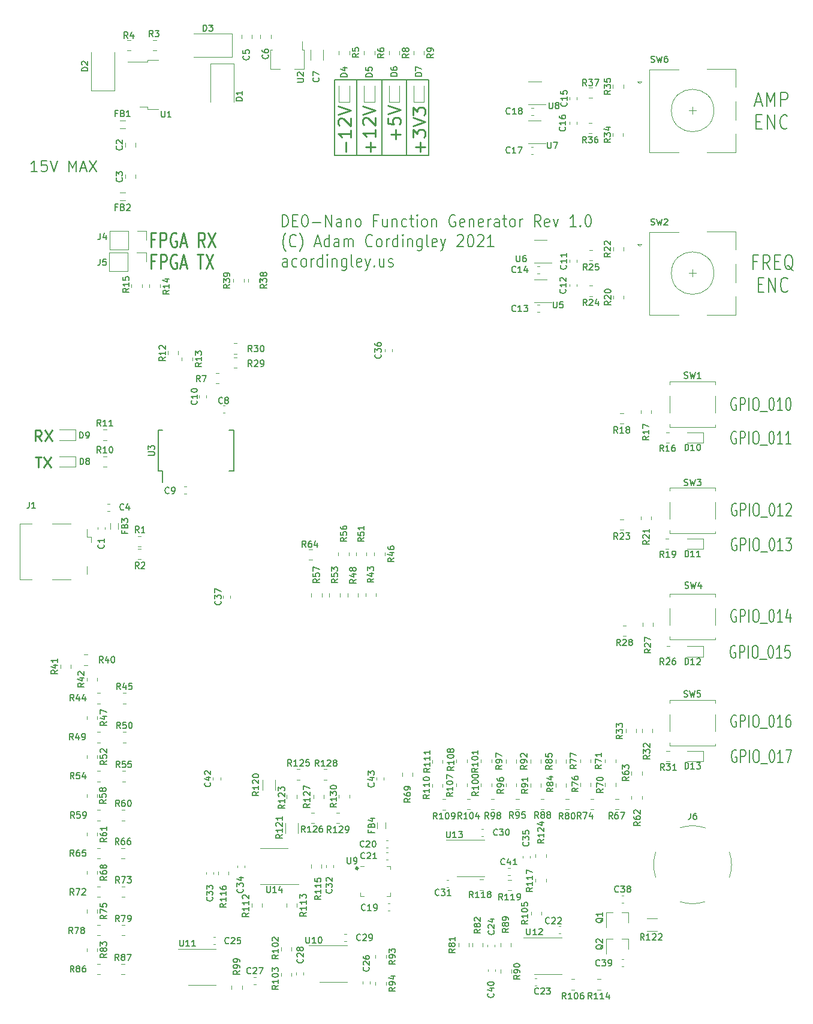
<source format=gto>
%TF.GenerationSoftware,KiCad,Pcbnew,5.1.10-88a1d61d58~90~ubuntu20.04.1*%
%TF.CreationDate,2021-11-03T15:51:46-04:00*%
%TF.ProjectId,de0_nano_breakout,6465305f-6e61-46e6-9f5f-627265616b6f,rev?*%
%TF.SameCoordinates,Original*%
%TF.FileFunction,Legend,Top*%
%TF.FilePolarity,Positive*%
%FSLAX46Y46*%
G04 Gerber Fmt 4.6, Leading zero omitted, Abs format (unit mm)*
G04 Created by KiCad (PCBNEW 5.1.10-88a1d61d58~90~ubuntu20.04.1) date 2021-11-03 15:51:46*
%MOMM*%
%LPD*%
G01*
G04 APERTURE LIST*
%ADD10C,0.200000*%
%ADD11C,0.250000*%
%ADD12C,0.120000*%
%ADD13C,0.300000*%
%ADD14C,0.150000*%
%ADD15C,0.175000*%
G04 APERTURE END LIST*
D10*
X52435714Y-62128571D02*
X51578571Y-62128571D01*
X52007142Y-62128571D02*
X52007142Y-60628571D01*
X51864285Y-60842857D01*
X51721428Y-60985714D01*
X51578571Y-61057142D01*
X53792857Y-60628571D02*
X53078571Y-60628571D01*
X53007142Y-61342857D01*
X53078571Y-61271428D01*
X53221428Y-61200000D01*
X53578571Y-61200000D01*
X53721428Y-61271428D01*
X53792857Y-61342857D01*
X53864285Y-61485714D01*
X53864285Y-61842857D01*
X53792857Y-61985714D01*
X53721428Y-62057142D01*
X53578571Y-62128571D01*
X53221428Y-62128571D01*
X53078571Y-62057142D01*
X53007142Y-61985714D01*
X54292857Y-60628571D02*
X54792857Y-62128571D01*
X55292857Y-60628571D01*
X56935714Y-62128571D02*
X56935714Y-60628571D01*
X57435714Y-61700000D01*
X57935714Y-60628571D01*
X57935714Y-62128571D01*
X58578571Y-61700000D02*
X59292857Y-61700000D01*
X58435714Y-62128571D02*
X58935714Y-60628571D01*
X59435714Y-62128571D01*
X59792857Y-60628571D02*
X60792857Y-62128571D01*
X60792857Y-60628571D02*
X59792857Y-62128571D01*
X87780000Y-75591666D02*
X87780000Y-74675000D01*
X87708571Y-74508333D01*
X87565714Y-74425000D01*
X87280000Y-74425000D01*
X87137142Y-74508333D01*
X87780000Y-75508333D02*
X87637142Y-75591666D01*
X87280000Y-75591666D01*
X87137142Y-75508333D01*
X87065714Y-75341666D01*
X87065714Y-75175000D01*
X87137142Y-75008333D01*
X87280000Y-74925000D01*
X87637142Y-74925000D01*
X87780000Y-74841666D01*
X89137142Y-75508333D02*
X88994285Y-75591666D01*
X88708571Y-75591666D01*
X88565714Y-75508333D01*
X88494285Y-75425000D01*
X88422857Y-75258333D01*
X88422857Y-74758333D01*
X88494285Y-74591666D01*
X88565714Y-74508333D01*
X88708571Y-74425000D01*
X88994285Y-74425000D01*
X89137142Y-74508333D01*
X89994285Y-75591666D02*
X89851428Y-75508333D01*
X89780000Y-75425000D01*
X89708571Y-75258333D01*
X89708571Y-74758333D01*
X89780000Y-74591666D01*
X89851428Y-74508333D01*
X89994285Y-74425000D01*
X90208571Y-74425000D01*
X90351428Y-74508333D01*
X90422857Y-74591666D01*
X90494285Y-74758333D01*
X90494285Y-75258333D01*
X90422857Y-75425000D01*
X90351428Y-75508333D01*
X90208571Y-75591666D01*
X89994285Y-75591666D01*
X91137142Y-75591666D02*
X91137142Y-74425000D01*
X91137142Y-74758333D02*
X91208571Y-74591666D01*
X91280000Y-74508333D01*
X91422857Y-74425000D01*
X91565714Y-74425000D01*
X92708571Y-75591666D02*
X92708571Y-73841666D01*
X92708571Y-75508333D02*
X92565714Y-75591666D01*
X92280000Y-75591666D01*
X92137142Y-75508333D01*
X92065714Y-75425000D01*
X91994285Y-75258333D01*
X91994285Y-74758333D01*
X92065714Y-74591666D01*
X92137142Y-74508333D01*
X92280000Y-74425000D01*
X92565714Y-74425000D01*
X92708571Y-74508333D01*
X93422857Y-75591666D02*
X93422857Y-74425000D01*
X93422857Y-73841666D02*
X93351428Y-73925000D01*
X93422857Y-74008333D01*
X93494285Y-73925000D01*
X93422857Y-73841666D01*
X93422857Y-74008333D01*
X94137142Y-74425000D02*
X94137142Y-75591666D01*
X94137142Y-74591666D02*
X94208571Y-74508333D01*
X94351428Y-74425000D01*
X94565714Y-74425000D01*
X94708571Y-74508333D01*
X94780000Y-74675000D01*
X94780000Y-75591666D01*
X96137142Y-74425000D02*
X96137142Y-75841666D01*
X96065714Y-76008333D01*
X95994285Y-76091666D01*
X95851428Y-76175000D01*
X95637142Y-76175000D01*
X95494285Y-76091666D01*
X96137142Y-75508333D02*
X95994285Y-75591666D01*
X95708571Y-75591666D01*
X95565714Y-75508333D01*
X95494285Y-75425000D01*
X95422857Y-75258333D01*
X95422857Y-74758333D01*
X95494285Y-74591666D01*
X95565714Y-74508333D01*
X95708571Y-74425000D01*
X95994285Y-74425000D01*
X96137142Y-74508333D01*
X97065714Y-75591666D02*
X96922857Y-75508333D01*
X96851428Y-75341666D01*
X96851428Y-73841666D01*
X98208571Y-75508333D02*
X98065714Y-75591666D01*
X97780000Y-75591666D01*
X97637142Y-75508333D01*
X97565714Y-75341666D01*
X97565714Y-74675000D01*
X97637142Y-74508333D01*
X97780000Y-74425000D01*
X98065714Y-74425000D01*
X98208571Y-74508333D01*
X98280000Y-74675000D01*
X98280000Y-74841666D01*
X97565714Y-75008333D01*
X98780000Y-74425000D02*
X99137142Y-75591666D01*
X99494285Y-74425000D02*
X99137142Y-75591666D01*
X98994285Y-76008333D01*
X98922857Y-76091666D01*
X98780000Y-76175000D01*
X100065714Y-75425000D02*
X100137142Y-75508333D01*
X100065714Y-75591666D01*
X99994285Y-75508333D01*
X100065714Y-75425000D01*
X100065714Y-75591666D01*
X101422857Y-74425000D02*
X101422857Y-75591666D01*
X100780000Y-74425000D02*
X100780000Y-75341666D01*
X100851428Y-75508333D01*
X100994285Y-75591666D01*
X101208571Y-75591666D01*
X101351428Y-75508333D01*
X101422857Y-75425000D01*
X102065714Y-75508333D02*
X102208571Y-75591666D01*
X102494285Y-75591666D01*
X102637142Y-75508333D01*
X102708571Y-75341666D01*
X102708571Y-75258333D01*
X102637142Y-75091666D01*
X102494285Y-75008333D01*
X102280000Y-75008333D01*
X102137142Y-74925000D01*
X102065714Y-74758333D01*
X102065714Y-74675000D01*
X102137142Y-74508333D01*
X102280000Y-74425000D01*
X102494285Y-74425000D01*
X102637142Y-74508333D01*
X87037142Y-69991666D02*
X87037142Y-68241666D01*
X87394285Y-68241666D01*
X87608571Y-68325000D01*
X87751428Y-68491666D01*
X87822857Y-68658333D01*
X87894285Y-68991666D01*
X87894285Y-69241666D01*
X87822857Y-69575000D01*
X87751428Y-69741666D01*
X87608571Y-69908333D01*
X87394285Y-69991666D01*
X87037142Y-69991666D01*
X88537142Y-69075000D02*
X89037142Y-69075000D01*
X89251428Y-69991666D02*
X88537142Y-69991666D01*
X88537142Y-68241666D01*
X89251428Y-68241666D01*
X90180000Y-68241666D02*
X90322857Y-68241666D01*
X90465714Y-68325000D01*
X90537142Y-68408333D01*
X90608571Y-68575000D01*
X90680000Y-68908333D01*
X90680000Y-69325000D01*
X90608571Y-69658333D01*
X90537142Y-69825000D01*
X90465714Y-69908333D01*
X90322857Y-69991666D01*
X90180000Y-69991666D01*
X90037142Y-69908333D01*
X89965714Y-69825000D01*
X89894285Y-69658333D01*
X89822857Y-69325000D01*
X89822857Y-68908333D01*
X89894285Y-68575000D01*
X89965714Y-68408333D01*
X90037142Y-68325000D01*
X90180000Y-68241666D01*
X91322857Y-69325000D02*
X92465714Y-69325000D01*
X93180000Y-69991666D02*
X93180000Y-68241666D01*
X94037142Y-69991666D01*
X94037142Y-68241666D01*
X95394285Y-69991666D02*
X95394285Y-69075000D01*
X95322857Y-68908333D01*
X95180000Y-68825000D01*
X94894285Y-68825000D01*
X94751428Y-68908333D01*
X95394285Y-69908333D02*
X95251428Y-69991666D01*
X94894285Y-69991666D01*
X94751428Y-69908333D01*
X94680000Y-69741666D01*
X94680000Y-69575000D01*
X94751428Y-69408333D01*
X94894285Y-69325000D01*
X95251428Y-69325000D01*
X95394285Y-69241666D01*
X96108571Y-68825000D02*
X96108571Y-69991666D01*
X96108571Y-68991666D02*
X96180000Y-68908333D01*
X96322857Y-68825000D01*
X96537142Y-68825000D01*
X96680000Y-68908333D01*
X96751428Y-69075000D01*
X96751428Y-69991666D01*
X97680000Y-69991666D02*
X97537142Y-69908333D01*
X97465714Y-69825000D01*
X97394285Y-69658333D01*
X97394285Y-69158333D01*
X97465714Y-68991666D01*
X97537142Y-68908333D01*
X97680000Y-68825000D01*
X97894285Y-68825000D01*
X98037142Y-68908333D01*
X98108571Y-68991666D01*
X98180000Y-69158333D01*
X98180000Y-69658333D01*
X98108571Y-69825000D01*
X98037142Y-69908333D01*
X97894285Y-69991666D01*
X97680000Y-69991666D01*
X100465714Y-69075000D02*
X99965714Y-69075000D01*
X99965714Y-69991666D02*
X99965714Y-68241666D01*
X100680000Y-68241666D01*
X101894285Y-68825000D02*
X101894285Y-69991666D01*
X101251428Y-68825000D02*
X101251428Y-69741666D01*
X101322857Y-69908333D01*
X101465714Y-69991666D01*
X101680000Y-69991666D01*
X101822857Y-69908333D01*
X101894285Y-69825000D01*
X102608571Y-68825000D02*
X102608571Y-69991666D01*
X102608571Y-68991666D02*
X102680000Y-68908333D01*
X102822857Y-68825000D01*
X103037142Y-68825000D01*
X103180000Y-68908333D01*
X103251428Y-69075000D01*
X103251428Y-69991666D01*
X104608571Y-69908333D02*
X104465714Y-69991666D01*
X104180000Y-69991666D01*
X104037142Y-69908333D01*
X103965714Y-69825000D01*
X103894285Y-69658333D01*
X103894285Y-69158333D01*
X103965714Y-68991666D01*
X104037142Y-68908333D01*
X104180000Y-68825000D01*
X104465714Y-68825000D01*
X104608571Y-68908333D01*
X105037142Y-68825000D02*
X105608571Y-68825000D01*
X105251428Y-68241666D02*
X105251428Y-69741666D01*
X105322857Y-69908333D01*
X105465714Y-69991666D01*
X105608571Y-69991666D01*
X106108571Y-69991666D02*
X106108571Y-68825000D01*
X106108571Y-68241666D02*
X106037142Y-68325000D01*
X106108571Y-68408333D01*
X106180000Y-68325000D01*
X106108571Y-68241666D01*
X106108571Y-68408333D01*
X107037142Y-69991666D02*
X106894285Y-69908333D01*
X106822857Y-69825000D01*
X106751428Y-69658333D01*
X106751428Y-69158333D01*
X106822857Y-68991666D01*
X106894285Y-68908333D01*
X107037142Y-68825000D01*
X107251428Y-68825000D01*
X107394285Y-68908333D01*
X107465714Y-68991666D01*
X107537142Y-69158333D01*
X107537142Y-69658333D01*
X107465714Y-69825000D01*
X107394285Y-69908333D01*
X107251428Y-69991666D01*
X107037142Y-69991666D01*
X108180000Y-68825000D02*
X108180000Y-69991666D01*
X108180000Y-68991666D02*
X108251428Y-68908333D01*
X108394285Y-68825000D01*
X108608571Y-68825000D01*
X108751428Y-68908333D01*
X108822857Y-69075000D01*
X108822857Y-69991666D01*
X111465714Y-68325000D02*
X111322857Y-68241666D01*
X111108571Y-68241666D01*
X110894285Y-68325000D01*
X110751428Y-68491666D01*
X110680000Y-68658333D01*
X110608571Y-68991666D01*
X110608571Y-69241666D01*
X110680000Y-69575000D01*
X110751428Y-69741666D01*
X110894285Y-69908333D01*
X111108571Y-69991666D01*
X111251428Y-69991666D01*
X111465714Y-69908333D01*
X111537142Y-69825000D01*
X111537142Y-69241666D01*
X111251428Y-69241666D01*
X112751428Y-69908333D02*
X112608571Y-69991666D01*
X112322857Y-69991666D01*
X112180000Y-69908333D01*
X112108571Y-69741666D01*
X112108571Y-69075000D01*
X112180000Y-68908333D01*
X112322857Y-68825000D01*
X112608571Y-68825000D01*
X112751428Y-68908333D01*
X112822857Y-69075000D01*
X112822857Y-69241666D01*
X112108571Y-69408333D01*
X113465714Y-68825000D02*
X113465714Y-69991666D01*
X113465714Y-68991666D02*
X113537142Y-68908333D01*
X113680000Y-68825000D01*
X113894285Y-68825000D01*
X114037142Y-68908333D01*
X114108571Y-69075000D01*
X114108571Y-69991666D01*
X115394285Y-69908333D02*
X115251428Y-69991666D01*
X114965714Y-69991666D01*
X114822857Y-69908333D01*
X114751428Y-69741666D01*
X114751428Y-69075000D01*
X114822857Y-68908333D01*
X114965714Y-68825000D01*
X115251428Y-68825000D01*
X115394285Y-68908333D01*
X115465714Y-69075000D01*
X115465714Y-69241666D01*
X114751428Y-69408333D01*
X116108571Y-69991666D02*
X116108571Y-68825000D01*
X116108571Y-69158333D02*
X116180000Y-68991666D01*
X116251428Y-68908333D01*
X116394285Y-68825000D01*
X116537142Y-68825000D01*
X117680000Y-69991666D02*
X117680000Y-69075000D01*
X117608571Y-68908333D01*
X117465714Y-68825000D01*
X117180000Y-68825000D01*
X117037142Y-68908333D01*
X117680000Y-69908333D02*
X117537142Y-69991666D01*
X117180000Y-69991666D01*
X117037142Y-69908333D01*
X116965714Y-69741666D01*
X116965714Y-69575000D01*
X117037142Y-69408333D01*
X117180000Y-69325000D01*
X117537142Y-69325000D01*
X117680000Y-69241666D01*
X118180000Y-68825000D02*
X118751428Y-68825000D01*
X118394285Y-68241666D02*
X118394285Y-69741666D01*
X118465714Y-69908333D01*
X118608571Y-69991666D01*
X118751428Y-69991666D01*
X119465714Y-69991666D02*
X119322857Y-69908333D01*
X119251428Y-69825000D01*
X119180000Y-69658333D01*
X119180000Y-69158333D01*
X119251428Y-68991666D01*
X119322857Y-68908333D01*
X119465714Y-68825000D01*
X119680000Y-68825000D01*
X119822857Y-68908333D01*
X119894285Y-68991666D01*
X119965714Y-69158333D01*
X119965714Y-69658333D01*
X119894285Y-69825000D01*
X119822857Y-69908333D01*
X119680000Y-69991666D01*
X119465714Y-69991666D01*
X120608571Y-69991666D02*
X120608571Y-68825000D01*
X120608571Y-69158333D02*
X120680000Y-68991666D01*
X120751428Y-68908333D01*
X120894285Y-68825000D01*
X121037142Y-68825000D01*
X123537142Y-69991666D02*
X123037142Y-69158333D01*
X122680000Y-69991666D02*
X122680000Y-68241666D01*
X123251428Y-68241666D01*
X123394285Y-68325000D01*
X123465714Y-68408333D01*
X123537142Y-68575000D01*
X123537142Y-68825000D01*
X123465714Y-68991666D01*
X123394285Y-69075000D01*
X123251428Y-69158333D01*
X122680000Y-69158333D01*
X124751428Y-69908333D02*
X124608571Y-69991666D01*
X124322857Y-69991666D01*
X124180000Y-69908333D01*
X124108571Y-69741666D01*
X124108571Y-69075000D01*
X124180000Y-68908333D01*
X124322857Y-68825000D01*
X124608571Y-68825000D01*
X124751428Y-68908333D01*
X124822857Y-69075000D01*
X124822857Y-69241666D01*
X124108571Y-69408333D01*
X125322857Y-68825000D02*
X125680000Y-69991666D01*
X126037142Y-68825000D01*
X128537142Y-69991666D02*
X127680000Y-69991666D01*
X128108571Y-69991666D02*
X128108571Y-68241666D01*
X127965714Y-68491666D01*
X127822857Y-68658333D01*
X127680000Y-68741666D01*
X129180000Y-69825000D02*
X129251428Y-69908333D01*
X129180000Y-69991666D01*
X129108571Y-69908333D01*
X129180000Y-69825000D01*
X129180000Y-69991666D01*
X130180000Y-68241666D02*
X130322857Y-68241666D01*
X130465714Y-68325000D01*
X130537142Y-68408333D01*
X130608571Y-68575000D01*
X130680000Y-68908333D01*
X130680000Y-69325000D01*
X130608571Y-69658333D01*
X130537142Y-69825000D01*
X130465714Y-69908333D01*
X130322857Y-69991666D01*
X130180000Y-69991666D01*
X130037142Y-69908333D01*
X129965714Y-69825000D01*
X129894285Y-69658333D01*
X129822857Y-69325000D01*
X129822857Y-68908333D01*
X129894285Y-68575000D01*
X129965714Y-68408333D01*
X130037142Y-68325000D01*
X130180000Y-68241666D01*
X87565714Y-73458333D02*
X87494285Y-73375000D01*
X87351428Y-73125000D01*
X87280000Y-72958333D01*
X87208571Y-72708333D01*
X87137142Y-72291666D01*
X87137142Y-71958333D01*
X87208571Y-71541666D01*
X87280000Y-71291666D01*
X87351428Y-71125000D01*
X87494285Y-70875000D01*
X87565714Y-70791666D01*
X88994285Y-72625000D02*
X88922857Y-72708333D01*
X88708571Y-72791666D01*
X88565714Y-72791666D01*
X88351428Y-72708333D01*
X88208571Y-72541666D01*
X88137142Y-72375000D01*
X88065714Y-72041666D01*
X88065714Y-71791666D01*
X88137142Y-71458333D01*
X88208571Y-71291666D01*
X88351428Y-71125000D01*
X88565714Y-71041666D01*
X88708571Y-71041666D01*
X88922857Y-71125000D01*
X88994285Y-71208333D01*
X89494285Y-73458333D02*
X89565714Y-73375000D01*
X89708571Y-73125000D01*
X89780000Y-72958333D01*
X89851428Y-72708333D01*
X89922857Y-72291666D01*
X89922857Y-71958333D01*
X89851428Y-71541666D01*
X89780000Y-71291666D01*
X89708571Y-71125000D01*
X89565714Y-70875000D01*
X89494285Y-70791666D01*
X91708571Y-72291666D02*
X92422857Y-72291666D01*
X91565714Y-72791666D02*
X92065714Y-71041666D01*
X92565714Y-72791666D01*
X93708571Y-72791666D02*
X93708571Y-71041666D01*
X93708571Y-72708333D02*
X93565714Y-72791666D01*
X93280000Y-72791666D01*
X93137142Y-72708333D01*
X93065714Y-72625000D01*
X92994285Y-72458333D01*
X92994285Y-71958333D01*
X93065714Y-71791666D01*
X93137142Y-71708333D01*
X93280000Y-71625000D01*
X93565714Y-71625000D01*
X93708571Y-71708333D01*
X95065714Y-72791666D02*
X95065714Y-71875000D01*
X94994285Y-71708333D01*
X94851428Y-71625000D01*
X94565714Y-71625000D01*
X94422857Y-71708333D01*
X95065714Y-72708333D02*
X94922857Y-72791666D01*
X94565714Y-72791666D01*
X94422857Y-72708333D01*
X94351428Y-72541666D01*
X94351428Y-72375000D01*
X94422857Y-72208333D01*
X94565714Y-72125000D01*
X94922857Y-72125000D01*
X95065714Y-72041666D01*
X95780000Y-72791666D02*
X95780000Y-71625000D01*
X95780000Y-71791666D02*
X95851428Y-71708333D01*
X95994285Y-71625000D01*
X96208571Y-71625000D01*
X96351428Y-71708333D01*
X96422857Y-71875000D01*
X96422857Y-72791666D01*
X96422857Y-71875000D02*
X96494285Y-71708333D01*
X96637142Y-71625000D01*
X96851428Y-71625000D01*
X96994285Y-71708333D01*
X97065714Y-71875000D01*
X97065714Y-72791666D01*
X99780000Y-72625000D02*
X99708571Y-72708333D01*
X99494285Y-72791666D01*
X99351428Y-72791666D01*
X99137142Y-72708333D01*
X98994285Y-72541666D01*
X98922857Y-72375000D01*
X98851428Y-72041666D01*
X98851428Y-71791666D01*
X98922857Y-71458333D01*
X98994285Y-71291666D01*
X99137142Y-71125000D01*
X99351428Y-71041666D01*
X99494285Y-71041666D01*
X99708571Y-71125000D01*
X99780000Y-71208333D01*
X100637142Y-72791666D02*
X100494285Y-72708333D01*
X100422857Y-72625000D01*
X100351428Y-72458333D01*
X100351428Y-71958333D01*
X100422857Y-71791666D01*
X100494285Y-71708333D01*
X100637142Y-71625000D01*
X100851428Y-71625000D01*
X100994285Y-71708333D01*
X101065714Y-71791666D01*
X101137142Y-71958333D01*
X101137142Y-72458333D01*
X101065714Y-72625000D01*
X100994285Y-72708333D01*
X100851428Y-72791666D01*
X100637142Y-72791666D01*
X101780000Y-72791666D02*
X101780000Y-71625000D01*
X101780000Y-71958333D02*
X101851428Y-71791666D01*
X101922857Y-71708333D01*
X102065714Y-71625000D01*
X102208571Y-71625000D01*
X103351428Y-72791666D02*
X103351428Y-71041666D01*
X103351428Y-72708333D02*
X103208571Y-72791666D01*
X102922857Y-72791666D01*
X102780000Y-72708333D01*
X102708571Y-72625000D01*
X102637142Y-72458333D01*
X102637142Y-71958333D01*
X102708571Y-71791666D01*
X102780000Y-71708333D01*
X102922857Y-71625000D01*
X103208571Y-71625000D01*
X103351428Y-71708333D01*
X104065714Y-72791666D02*
X104065714Y-71625000D01*
X104065714Y-71041666D02*
X103994285Y-71125000D01*
X104065714Y-71208333D01*
X104137142Y-71125000D01*
X104065714Y-71041666D01*
X104065714Y-71208333D01*
X104780000Y-71625000D02*
X104780000Y-72791666D01*
X104780000Y-71791666D02*
X104851428Y-71708333D01*
X104994285Y-71625000D01*
X105208571Y-71625000D01*
X105351428Y-71708333D01*
X105422857Y-71875000D01*
X105422857Y-72791666D01*
X106780000Y-71625000D02*
X106780000Y-73041666D01*
X106708571Y-73208333D01*
X106637142Y-73291666D01*
X106494285Y-73375000D01*
X106280000Y-73375000D01*
X106137142Y-73291666D01*
X106780000Y-72708333D02*
X106637142Y-72791666D01*
X106351428Y-72791666D01*
X106208571Y-72708333D01*
X106137142Y-72625000D01*
X106065714Y-72458333D01*
X106065714Y-71958333D01*
X106137142Y-71791666D01*
X106208571Y-71708333D01*
X106351428Y-71625000D01*
X106637142Y-71625000D01*
X106780000Y-71708333D01*
X107708571Y-72791666D02*
X107565714Y-72708333D01*
X107494285Y-72541666D01*
X107494285Y-71041666D01*
X108851428Y-72708333D02*
X108708571Y-72791666D01*
X108422857Y-72791666D01*
X108280000Y-72708333D01*
X108208571Y-72541666D01*
X108208571Y-71875000D01*
X108280000Y-71708333D01*
X108422857Y-71625000D01*
X108708571Y-71625000D01*
X108851428Y-71708333D01*
X108922857Y-71875000D01*
X108922857Y-72041666D01*
X108208571Y-72208333D01*
X109422857Y-71625000D02*
X109780000Y-72791666D01*
X110137142Y-71625000D02*
X109780000Y-72791666D01*
X109637142Y-73208333D01*
X109565714Y-73291666D01*
X109422857Y-73375000D01*
X111780000Y-71208333D02*
X111851428Y-71125000D01*
X111994285Y-71041666D01*
X112351428Y-71041666D01*
X112494285Y-71125000D01*
X112565714Y-71208333D01*
X112637142Y-71375000D01*
X112637142Y-71541666D01*
X112565714Y-71791666D01*
X111708571Y-72791666D01*
X112637142Y-72791666D01*
X113565714Y-71041666D02*
X113708571Y-71041666D01*
X113851428Y-71125000D01*
X113922857Y-71208333D01*
X113994285Y-71375000D01*
X114065714Y-71708333D01*
X114065714Y-72125000D01*
X113994285Y-72458333D01*
X113922857Y-72625000D01*
X113851428Y-72708333D01*
X113708571Y-72791666D01*
X113565714Y-72791666D01*
X113422857Y-72708333D01*
X113351428Y-72625000D01*
X113280000Y-72458333D01*
X113208571Y-72125000D01*
X113208571Y-71708333D01*
X113280000Y-71375000D01*
X113351428Y-71208333D01*
X113422857Y-71125000D01*
X113565714Y-71041666D01*
X114637142Y-71208333D02*
X114708571Y-71125000D01*
X114851428Y-71041666D01*
X115208571Y-71041666D01*
X115351428Y-71125000D01*
X115422857Y-71208333D01*
X115494285Y-71375000D01*
X115494285Y-71541666D01*
X115422857Y-71791666D01*
X114565714Y-72791666D01*
X115494285Y-72791666D01*
X116922857Y-72791666D02*
X116065714Y-72791666D01*
X116494285Y-72791666D02*
X116494285Y-71041666D01*
X116351428Y-71291666D01*
X116208571Y-71458333D01*
X116065714Y-71541666D01*
X151138095Y-98925000D02*
X151019047Y-98841666D01*
X150840476Y-98841666D01*
X150661904Y-98925000D01*
X150542857Y-99091666D01*
X150483333Y-99258333D01*
X150423809Y-99591666D01*
X150423809Y-99841666D01*
X150483333Y-100175000D01*
X150542857Y-100341666D01*
X150661904Y-100508333D01*
X150840476Y-100591666D01*
X150959523Y-100591666D01*
X151138095Y-100508333D01*
X151197619Y-100425000D01*
X151197619Y-99841666D01*
X150959523Y-99841666D01*
X151733333Y-100591666D02*
X151733333Y-98841666D01*
X152209523Y-98841666D01*
X152328571Y-98925000D01*
X152388095Y-99008333D01*
X152447619Y-99175000D01*
X152447619Y-99425000D01*
X152388095Y-99591666D01*
X152328571Y-99675000D01*
X152209523Y-99758333D01*
X151733333Y-99758333D01*
X152983333Y-100591666D02*
X152983333Y-98841666D01*
X153816666Y-98841666D02*
X154054761Y-98841666D01*
X154173809Y-98925000D01*
X154292857Y-99091666D01*
X154352380Y-99425000D01*
X154352380Y-100008333D01*
X154292857Y-100341666D01*
X154173809Y-100508333D01*
X154054761Y-100591666D01*
X153816666Y-100591666D01*
X153697619Y-100508333D01*
X153578571Y-100341666D01*
X153519047Y-100008333D01*
X153519047Y-99425000D01*
X153578571Y-99091666D01*
X153697619Y-98925000D01*
X153816666Y-98841666D01*
X154590476Y-100758333D02*
X155542857Y-100758333D01*
X156078571Y-98841666D02*
X156197619Y-98841666D01*
X156316666Y-98925000D01*
X156376190Y-99008333D01*
X156435714Y-99175000D01*
X156495238Y-99508333D01*
X156495238Y-99925000D01*
X156435714Y-100258333D01*
X156376190Y-100425000D01*
X156316666Y-100508333D01*
X156197619Y-100591666D01*
X156078571Y-100591666D01*
X155959523Y-100508333D01*
X155900000Y-100425000D01*
X155840476Y-100258333D01*
X155780952Y-99925000D01*
X155780952Y-99508333D01*
X155840476Y-99175000D01*
X155900000Y-99008333D01*
X155959523Y-98925000D01*
X156078571Y-98841666D01*
X157685714Y-100591666D02*
X156971428Y-100591666D01*
X157328571Y-100591666D02*
X157328571Y-98841666D01*
X157209523Y-99091666D01*
X157090476Y-99258333D01*
X156971428Y-99341666D01*
X158876190Y-100591666D02*
X158161904Y-100591666D01*
X158519047Y-100591666D02*
X158519047Y-98841666D01*
X158400000Y-99091666D01*
X158280952Y-99258333D01*
X158161904Y-99341666D01*
X151188095Y-113975000D02*
X151069047Y-113891666D01*
X150890476Y-113891666D01*
X150711904Y-113975000D01*
X150592857Y-114141666D01*
X150533333Y-114308333D01*
X150473809Y-114641666D01*
X150473809Y-114891666D01*
X150533333Y-115225000D01*
X150592857Y-115391666D01*
X150711904Y-115558333D01*
X150890476Y-115641666D01*
X151009523Y-115641666D01*
X151188095Y-115558333D01*
X151247619Y-115475000D01*
X151247619Y-114891666D01*
X151009523Y-114891666D01*
X151783333Y-115641666D02*
X151783333Y-113891666D01*
X152259523Y-113891666D01*
X152378571Y-113975000D01*
X152438095Y-114058333D01*
X152497619Y-114225000D01*
X152497619Y-114475000D01*
X152438095Y-114641666D01*
X152378571Y-114725000D01*
X152259523Y-114808333D01*
X151783333Y-114808333D01*
X153033333Y-115641666D02*
X153033333Y-113891666D01*
X153866666Y-113891666D02*
X154104761Y-113891666D01*
X154223809Y-113975000D01*
X154342857Y-114141666D01*
X154402380Y-114475000D01*
X154402380Y-115058333D01*
X154342857Y-115391666D01*
X154223809Y-115558333D01*
X154104761Y-115641666D01*
X153866666Y-115641666D01*
X153747619Y-115558333D01*
X153628571Y-115391666D01*
X153569047Y-115058333D01*
X153569047Y-114475000D01*
X153628571Y-114141666D01*
X153747619Y-113975000D01*
X153866666Y-113891666D01*
X154640476Y-115808333D02*
X155592857Y-115808333D01*
X156128571Y-113891666D02*
X156247619Y-113891666D01*
X156366666Y-113975000D01*
X156426190Y-114058333D01*
X156485714Y-114225000D01*
X156545238Y-114558333D01*
X156545238Y-114975000D01*
X156485714Y-115308333D01*
X156426190Y-115475000D01*
X156366666Y-115558333D01*
X156247619Y-115641666D01*
X156128571Y-115641666D01*
X156009523Y-115558333D01*
X155950000Y-115475000D01*
X155890476Y-115308333D01*
X155830952Y-114975000D01*
X155830952Y-114558333D01*
X155890476Y-114225000D01*
X155950000Y-114058333D01*
X156009523Y-113975000D01*
X156128571Y-113891666D01*
X157735714Y-115641666D02*
X157021428Y-115641666D01*
X157378571Y-115641666D02*
X157378571Y-113891666D01*
X157259523Y-114141666D01*
X157140476Y-114308333D01*
X157021428Y-114391666D01*
X158152380Y-113891666D02*
X158926190Y-113891666D01*
X158509523Y-114558333D01*
X158688095Y-114558333D01*
X158807142Y-114641666D01*
X158866666Y-114725000D01*
X158926190Y-114891666D01*
X158926190Y-115308333D01*
X158866666Y-115475000D01*
X158807142Y-115558333D01*
X158688095Y-115641666D01*
X158330952Y-115641666D01*
X158211904Y-115558333D01*
X158152380Y-115475000D01*
X151188095Y-143875000D02*
X151069047Y-143791666D01*
X150890476Y-143791666D01*
X150711904Y-143875000D01*
X150592857Y-144041666D01*
X150533333Y-144208333D01*
X150473809Y-144541666D01*
X150473809Y-144791666D01*
X150533333Y-145125000D01*
X150592857Y-145291666D01*
X150711904Y-145458333D01*
X150890476Y-145541666D01*
X151009523Y-145541666D01*
X151188095Y-145458333D01*
X151247619Y-145375000D01*
X151247619Y-144791666D01*
X151009523Y-144791666D01*
X151783333Y-145541666D02*
X151783333Y-143791666D01*
X152259523Y-143791666D01*
X152378571Y-143875000D01*
X152438095Y-143958333D01*
X152497619Y-144125000D01*
X152497619Y-144375000D01*
X152438095Y-144541666D01*
X152378571Y-144625000D01*
X152259523Y-144708333D01*
X151783333Y-144708333D01*
X153033333Y-145541666D02*
X153033333Y-143791666D01*
X153866666Y-143791666D02*
X154104761Y-143791666D01*
X154223809Y-143875000D01*
X154342857Y-144041666D01*
X154402380Y-144375000D01*
X154402380Y-144958333D01*
X154342857Y-145291666D01*
X154223809Y-145458333D01*
X154104761Y-145541666D01*
X153866666Y-145541666D01*
X153747619Y-145458333D01*
X153628571Y-145291666D01*
X153569047Y-144958333D01*
X153569047Y-144375000D01*
X153628571Y-144041666D01*
X153747619Y-143875000D01*
X153866666Y-143791666D01*
X154640476Y-145708333D02*
X155592857Y-145708333D01*
X156128571Y-143791666D02*
X156247619Y-143791666D01*
X156366666Y-143875000D01*
X156426190Y-143958333D01*
X156485714Y-144125000D01*
X156545238Y-144458333D01*
X156545238Y-144875000D01*
X156485714Y-145208333D01*
X156426190Y-145375000D01*
X156366666Y-145458333D01*
X156247619Y-145541666D01*
X156128571Y-145541666D01*
X156009523Y-145458333D01*
X155950000Y-145375000D01*
X155890476Y-145208333D01*
X155830952Y-144875000D01*
X155830952Y-144458333D01*
X155890476Y-144125000D01*
X155950000Y-143958333D01*
X156009523Y-143875000D01*
X156128571Y-143791666D01*
X157735714Y-145541666D02*
X157021428Y-145541666D01*
X157378571Y-145541666D02*
X157378571Y-143791666D01*
X157259523Y-144041666D01*
X157140476Y-144208333D01*
X157021428Y-144291666D01*
X158152380Y-143791666D02*
X158985714Y-143791666D01*
X158450000Y-145541666D01*
X151038095Y-129125000D02*
X150919047Y-129041666D01*
X150740476Y-129041666D01*
X150561904Y-129125000D01*
X150442857Y-129291666D01*
X150383333Y-129458333D01*
X150323809Y-129791666D01*
X150323809Y-130041666D01*
X150383333Y-130375000D01*
X150442857Y-130541666D01*
X150561904Y-130708333D01*
X150740476Y-130791666D01*
X150859523Y-130791666D01*
X151038095Y-130708333D01*
X151097619Y-130625000D01*
X151097619Y-130041666D01*
X150859523Y-130041666D01*
X151633333Y-130791666D02*
X151633333Y-129041666D01*
X152109523Y-129041666D01*
X152228571Y-129125000D01*
X152288095Y-129208333D01*
X152347619Y-129375000D01*
X152347619Y-129625000D01*
X152288095Y-129791666D01*
X152228571Y-129875000D01*
X152109523Y-129958333D01*
X151633333Y-129958333D01*
X152883333Y-130791666D02*
X152883333Y-129041666D01*
X153716666Y-129041666D02*
X153954761Y-129041666D01*
X154073809Y-129125000D01*
X154192857Y-129291666D01*
X154252380Y-129625000D01*
X154252380Y-130208333D01*
X154192857Y-130541666D01*
X154073809Y-130708333D01*
X153954761Y-130791666D01*
X153716666Y-130791666D01*
X153597619Y-130708333D01*
X153478571Y-130541666D01*
X153419047Y-130208333D01*
X153419047Y-129625000D01*
X153478571Y-129291666D01*
X153597619Y-129125000D01*
X153716666Y-129041666D01*
X154490476Y-130958333D02*
X155442857Y-130958333D01*
X155978571Y-129041666D02*
X156097619Y-129041666D01*
X156216666Y-129125000D01*
X156276190Y-129208333D01*
X156335714Y-129375000D01*
X156395238Y-129708333D01*
X156395238Y-130125000D01*
X156335714Y-130458333D01*
X156276190Y-130625000D01*
X156216666Y-130708333D01*
X156097619Y-130791666D01*
X155978571Y-130791666D01*
X155859523Y-130708333D01*
X155800000Y-130625000D01*
X155740476Y-130458333D01*
X155680952Y-130125000D01*
X155680952Y-129708333D01*
X155740476Y-129375000D01*
X155800000Y-129208333D01*
X155859523Y-129125000D01*
X155978571Y-129041666D01*
X157585714Y-130791666D02*
X156871428Y-130791666D01*
X157228571Y-130791666D02*
X157228571Y-129041666D01*
X157109523Y-129291666D01*
X156990476Y-129458333D01*
X156871428Y-129541666D01*
X158716666Y-129041666D02*
X158121428Y-129041666D01*
X158061904Y-129875000D01*
X158121428Y-129791666D01*
X158240476Y-129708333D01*
X158538095Y-129708333D01*
X158657142Y-129791666D01*
X158716666Y-129875000D01*
X158776190Y-130041666D01*
X158776190Y-130458333D01*
X158716666Y-130625000D01*
X158657142Y-130708333D01*
X158538095Y-130791666D01*
X158240476Y-130791666D01*
X158121428Y-130708333D01*
X158061904Y-130625000D01*
X151138095Y-138925000D02*
X151019047Y-138841666D01*
X150840476Y-138841666D01*
X150661904Y-138925000D01*
X150542857Y-139091666D01*
X150483333Y-139258333D01*
X150423809Y-139591666D01*
X150423809Y-139841666D01*
X150483333Y-140175000D01*
X150542857Y-140341666D01*
X150661904Y-140508333D01*
X150840476Y-140591666D01*
X150959523Y-140591666D01*
X151138095Y-140508333D01*
X151197619Y-140425000D01*
X151197619Y-139841666D01*
X150959523Y-139841666D01*
X151733333Y-140591666D02*
X151733333Y-138841666D01*
X152209523Y-138841666D01*
X152328571Y-138925000D01*
X152388095Y-139008333D01*
X152447619Y-139175000D01*
X152447619Y-139425000D01*
X152388095Y-139591666D01*
X152328571Y-139675000D01*
X152209523Y-139758333D01*
X151733333Y-139758333D01*
X152983333Y-140591666D02*
X152983333Y-138841666D01*
X153816666Y-138841666D02*
X154054761Y-138841666D01*
X154173809Y-138925000D01*
X154292857Y-139091666D01*
X154352380Y-139425000D01*
X154352380Y-140008333D01*
X154292857Y-140341666D01*
X154173809Y-140508333D01*
X154054761Y-140591666D01*
X153816666Y-140591666D01*
X153697619Y-140508333D01*
X153578571Y-140341666D01*
X153519047Y-140008333D01*
X153519047Y-139425000D01*
X153578571Y-139091666D01*
X153697619Y-138925000D01*
X153816666Y-138841666D01*
X154590476Y-140758333D02*
X155542857Y-140758333D01*
X156078571Y-138841666D02*
X156197619Y-138841666D01*
X156316666Y-138925000D01*
X156376190Y-139008333D01*
X156435714Y-139175000D01*
X156495238Y-139508333D01*
X156495238Y-139925000D01*
X156435714Y-140258333D01*
X156376190Y-140425000D01*
X156316666Y-140508333D01*
X156197619Y-140591666D01*
X156078571Y-140591666D01*
X155959523Y-140508333D01*
X155900000Y-140425000D01*
X155840476Y-140258333D01*
X155780952Y-139925000D01*
X155780952Y-139508333D01*
X155840476Y-139175000D01*
X155900000Y-139008333D01*
X155959523Y-138925000D01*
X156078571Y-138841666D01*
X157685714Y-140591666D02*
X156971428Y-140591666D01*
X157328571Y-140591666D02*
X157328571Y-138841666D01*
X157209523Y-139091666D01*
X157090476Y-139258333D01*
X156971428Y-139341666D01*
X158757142Y-138841666D02*
X158519047Y-138841666D01*
X158400000Y-138925000D01*
X158340476Y-139008333D01*
X158221428Y-139258333D01*
X158161904Y-139591666D01*
X158161904Y-140258333D01*
X158221428Y-140425000D01*
X158280952Y-140508333D01*
X158400000Y-140591666D01*
X158638095Y-140591666D01*
X158757142Y-140508333D01*
X158816666Y-140425000D01*
X158876190Y-140258333D01*
X158876190Y-139841666D01*
X158816666Y-139675000D01*
X158757142Y-139591666D01*
X158638095Y-139508333D01*
X158400000Y-139508333D01*
X158280952Y-139591666D01*
X158221428Y-139675000D01*
X158161904Y-139841666D01*
X151138095Y-124075000D02*
X151019047Y-123991666D01*
X150840476Y-123991666D01*
X150661904Y-124075000D01*
X150542857Y-124241666D01*
X150483333Y-124408333D01*
X150423809Y-124741666D01*
X150423809Y-124991666D01*
X150483333Y-125325000D01*
X150542857Y-125491666D01*
X150661904Y-125658333D01*
X150840476Y-125741666D01*
X150959523Y-125741666D01*
X151138095Y-125658333D01*
X151197619Y-125575000D01*
X151197619Y-124991666D01*
X150959523Y-124991666D01*
X151733333Y-125741666D02*
X151733333Y-123991666D01*
X152209523Y-123991666D01*
X152328571Y-124075000D01*
X152388095Y-124158333D01*
X152447619Y-124325000D01*
X152447619Y-124575000D01*
X152388095Y-124741666D01*
X152328571Y-124825000D01*
X152209523Y-124908333D01*
X151733333Y-124908333D01*
X152983333Y-125741666D02*
X152983333Y-123991666D01*
X153816666Y-123991666D02*
X154054761Y-123991666D01*
X154173809Y-124075000D01*
X154292857Y-124241666D01*
X154352380Y-124575000D01*
X154352380Y-125158333D01*
X154292857Y-125491666D01*
X154173809Y-125658333D01*
X154054761Y-125741666D01*
X153816666Y-125741666D01*
X153697619Y-125658333D01*
X153578571Y-125491666D01*
X153519047Y-125158333D01*
X153519047Y-124575000D01*
X153578571Y-124241666D01*
X153697619Y-124075000D01*
X153816666Y-123991666D01*
X154590476Y-125908333D02*
X155542857Y-125908333D01*
X156078571Y-123991666D02*
X156197619Y-123991666D01*
X156316666Y-124075000D01*
X156376190Y-124158333D01*
X156435714Y-124325000D01*
X156495238Y-124658333D01*
X156495238Y-125075000D01*
X156435714Y-125408333D01*
X156376190Y-125575000D01*
X156316666Y-125658333D01*
X156197619Y-125741666D01*
X156078571Y-125741666D01*
X155959523Y-125658333D01*
X155900000Y-125575000D01*
X155840476Y-125408333D01*
X155780952Y-125075000D01*
X155780952Y-124658333D01*
X155840476Y-124325000D01*
X155900000Y-124158333D01*
X155959523Y-124075000D01*
X156078571Y-123991666D01*
X157685714Y-125741666D02*
X156971428Y-125741666D01*
X157328571Y-125741666D02*
X157328571Y-123991666D01*
X157209523Y-124241666D01*
X157090476Y-124408333D01*
X156971428Y-124491666D01*
X158757142Y-124575000D02*
X158757142Y-125741666D01*
X158459523Y-123908333D02*
X158161904Y-125158333D01*
X158935714Y-125158333D01*
X151188095Y-109075000D02*
X151069047Y-108991666D01*
X150890476Y-108991666D01*
X150711904Y-109075000D01*
X150592857Y-109241666D01*
X150533333Y-109408333D01*
X150473809Y-109741666D01*
X150473809Y-109991666D01*
X150533333Y-110325000D01*
X150592857Y-110491666D01*
X150711904Y-110658333D01*
X150890476Y-110741666D01*
X151009523Y-110741666D01*
X151188095Y-110658333D01*
X151247619Y-110575000D01*
X151247619Y-109991666D01*
X151009523Y-109991666D01*
X151783333Y-110741666D02*
X151783333Y-108991666D01*
X152259523Y-108991666D01*
X152378571Y-109075000D01*
X152438095Y-109158333D01*
X152497619Y-109325000D01*
X152497619Y-109575000D01*
X152438095Y-109741666D01*
X152378571Y-109825000D01*
X152259523Y-109908333D01*
X151783333Y-109908333D01*
X153033333Y-110741666D02*
X153033333Y-108991666D01*
X153866666Y-108991666D02*
X154104761Y-108991666D01*
X154223809Y-109075000D01*
X154342857Y-109241666D01*
X154402380Y-109575000D01*
X154402380Y-110158333D01*
X154342857Y-110491666D01*
X154223809Y-110658333D01*
X154104761Y-110741666D01*
X153866666Y-110741666D01*
X153747619Y-110658333D01*
X153628571Y-110491666D01*
X153569047Y-110158333D01*
X153569047Y-109575000D01*
X153628571Y-109241666D01*
X153747619Y-109075000D01*
X153866666Y-108991666D01*
X154640476Y-110908333D02*
X155592857Y-110908333D01*
X156128571Y-108991666D02*
X156247619Y-108991666D01*
X156366666Y-109075000D01*
X156426190Y-109158333D01*
X156485714Y-109325000D01*
X156545238Y-109658333D01*
X156545238Y-110075000D01*
X156485714Y-110408333D01*
X156426190Y-110575000D01*
X156366666Y-110658333D01*
X156247619Y-110741666D01*
X156128571Y-110741666D01*
X156009523Y-110658333D01*
X155950000Y-110575000D01*
X155890476Y-110408333D01*
X155830952Y-110075000D01*
X155830952Y-109658333D01*
X155890476Y-109325000D01*
X155950000Y-109158333D01*
X156009523Y-109075000D01*
X156128571Y-108991666D01*
X157735714Y-110741666D02*
X157021428Y-110741666D01*
X157378571Y-110741666D02*
X157378571Y-108991666D01*
X157259523Y-109241666D01*
X157140476Y-109408333D01*
X157021428Y-109491666D01*
X158211904Y-109158333D02*
X158271428Y-109075000D01*
X158390476Y-108991666D01*
X158688095Y-108991666D01*
X158807142Y-109075000D01*
X158866666Y-109158333D01*
X158926190Y-109325000D01*
X158926190Y-109491666D01*
X158866666Y-109741666D01*
X158152380Y-110741666D01*
X158926190Y-110741666D01*
X151138095Y-94175000D02*
X151019047Y-94091666D01*
X150840476Y-94091666D01*
X150661904Y-94175000D01*
X150542857Y-94341666D01*
X150483333Y-94508333D01*
X150423809Y-94841666D01*
X150423809Y-95091666D01*
X150483333Y-95425000D01*
X150542857Y-95591666D01*
X150661904Y-95758333D01*
X150840476Y-95841666D01*
X150959523Y-95841666D01*
X151138095Y-95758333D01*
X151197619Y-95675000D01*
X151197619Y-95091666D01*
X150959523Y-95091666D01*
X151733333Y-95841666D02*
X151733333Y-94091666D01*
X152209523Y-94091666D01*
X152328571Y-94175000D01*
X152388095Y-94258333D01*
X152447619Y-94425000D01*
X152447619Y-94675000D01*
X152388095Y-94841666D01*
X152328571Y-94925000D01*
X152209523Y-95008333D01*
X151733333Y-95008333D01*
X152983333Y-95841666D02*
X152983333Y-94091666D01*
X153816666Y-94091666D02*
X154054761Y-94091666D01*
X154173809Y-94175000D01*
X154292857Y-94341666D01*
X154352380Y-94675000D01*
X154352380Y-95258333D01*
X154292857Y-95591666D01*
X154173809Y-95758333D01*
X154054761Y-95841666D01*
X153816666Y-95841666D01*
X153697619Y-95758333D01*
X153578571Y-95591666D01*
X153519047Y-95258333D01*
X153519047Y-94675000D01*
X153578571Y-94341666D01*
X153697619Y-94175000D01*
X153816666Y-94091666D01*
X154590476Y-96008333D02*
X155542857Y-96008333D01*
X156078571Y-94091666D02*
X156197619Y-94091666D01*
X156316666Y-94175000D01*
X156376190Y-94258333D01*
X156435714Y-94425000D01*
X156495238Y-94758333D01*
X156495238Y-95175000D01*
X156435714Y-95508333D01*
X156376190Y-95675000D01*
X156316666Y-95758333D01*
X156197619Y-95841666D01*
X156078571Y-95841666D01*
X155959523Y-95758333D01*
X155900000Y-95675000D01*
X155840476Y-95508333D01*
X155780952Y-95175000D01*
X155780952Y-94758333D01*
X155840476Y-94425000D01*
X155900000Y-94258333D01*
X155959523Y-94175000D01*
X156078571Y-94091666D01*
X157685714Y-95841666D02*
X156971428Y-95841666D01*
X157328571Y-95841666D02*
X157328571Y-94091666D01*
X157209523Y-94341666D01*
X157090476Y-94508333D01*
X156971428Y-94591666D01*
X158459523Y-94091666D02*
X158578571Y-94091666D01*
X158697619Y-94175000D01*
X158757142Y-94258333D01*
X158816666Y-94425000D01*
X158876190Y-94758333D01*
X158876190Y-95175000D01*
X158816666Y-95508333D01*
X158757142Y-95675000D01*
X158697619Y-95758333D01*
X158578571Y-95841666D01*
X158459523Y-95841666D01*
X158340476Y-95758333D01*
X158280952Y-95675000D01*
X158221428Y-95508333D01*
X158161904Y-95175000D01*
X158161904Y-94758333D01*
X158221428Y-94425000D01*
X158280952Y-94258333D01*
X158340476Y-94175000D01*
X158459523Y-94091666D01*
X154100000Y-74907142D02*
X153550000Y-74907142D01*
X153550000Y-75954761D02*
X153550000Y-73954761D01*
X154335714Y-73954761D01*
X155907142Y-75954761D02*
X155357142Y-75002380D01*
X154964285Y-75954761D02*
X154964285Y-73954761D01*
X155592857Y-73954761D01*
X155750000Y-74050000D01*
X155828571Y-74145238D01*
X155907142Y-74335714D01*
X155907142Y-74621428D01*
X155828571Y-74811904D01*
X155750000Y-74907142D01*
X155592857Y-75002380D01*
X154964285Y-75002380D01*
X156614285Y-74907142D02*
X157164285Y-74907142D01*
X157400000Y-75954761D02*
X156614285Y-75954761D01*
X156614285Y-73954761D01*
X157400000Y-73954761D01*
X159207142Y-76145238D02*
X159050000Y-76050000D01*
X158892857Y-75859523D01*
X158657142Y-75573809D01*
X158500000Y-75478571D01*
X158342857Y-75478571D01*
X158421428Y-75954761D02*
X158264285Y-75859523D01*
X158107142Y-75669047D01*
X158028571Y-75288095D01*
X158028571Y-74621428D01*
X158107142Y-74240476D01*
X158264285Y-74050000D01*
X158421428Y-73954761D01*
X158735714Y-73954761D01*
X158892857Y-74050000D01*
X159050000Y-74240476D01*
X159128571Y-74621428D01*
X159128571Y-75288095D01*
X159050000Y-75669047D01*
X158892857Y-75859523D01*
X158735714Y-75954761D01*
X158421428Y-75954761D01*
X154257142Y-78107142D02*
X154807142Y-78107142D01*
X155042857Y-79154761D02*
X154257142Y-79154761D01*
X154257142Y-77154761D01*
X155042857Y-77154761D01*
X155750000Y-79154761D02*
X155750000Y-77154761D01*
X156692857Y-79154761D01*
X156692857Y-77154761D01*
X158421428Y-78964285D02*
X158342857Y-79059523D01*
X158107142Y-79154761D01*
X157950000Y-79154761D01*
X157714285Y-79059523D01*
X157557142Y-78869047D01*
X157478571Y-78678571D01*
X157400000Y-78297619D01*
X157400000Y-78011904D01*
X157478571Y-77630952D01*
X157557142Y-77440476D01*
X157714285Y-77250000D01*
X157950000Y-77154761D01*
X158107142Y-77154761D01*
X158342857Y-77250000D01*
X158421428Y-77345238D01*
X153858333Y-52383333D02*
X154691666Y-52383333D01*
X153691666Y-52954761D02*
X154275000Y-50954761D01*
X154858333Y-52954761D01*
X155441666Y-52954761D02*
X155441666Y-50954761D01*
X156025000Y-52383333D01*
X156608333Y-50954761D01*
X156608333Y-52954761D01*
X157441666Y-52954761D02*
X157441666Y-50954761D01*
X158108333Y-50954761D01*
X158275000Y-51050000D01*
X158358333Y-51145238D01*
X158441666Y-51335714D01*
X158441666Y-51621428D01*
X158358333Y-51811904D01*
X158275000Y-51907142D01*
X158108333Y-52002380D01*
X157441666Y-52002380D01*
X153983333Y-55107142D02*
X154566666Y-55107142D01*
X154816666Y-56154761D02*
X153983333Y-56154761D01*
X153983333Y-54154761D01*
X154816666Y-54154761D01*
X155566666Y-56154761D02*
X155566666Y-54154761D01*
X156566666Y-56154761D01*
X156566666Y-54154761D01*
X158400000Y-55964285D02*
X158316666Y-56059523D01*
X158066666Y-56154761D01*
X157900000Y-56154761D01*
X157650000Y-56059523D01*
X157483333Y-55869047D01*
X157400000Y-55678571D01*
X157316666Y-55297619D01*
X157316666Y-55011904D01*
X157400000Y-54630952D01*
X157483333Y-54440476D01*
X157650000Y-54250000D01*
X157900000Y-54154761D01*
X158066666Y-54154761D01*
X158316666Y-54250000D01*
X158400000Y-54345238D01*
X97600000Y-49200000D02*
X97600000Y-59900000D01*
X101150000Y-49200000D02*
X101150000Y-59900000D01*
X104600000Y-49200000D02*
X104600000Y-59900000D01*
X94450000Y-59900000D02*
X94450000Y-49200000D01*
X107700000Y-59900000D02*
X94450000Y-59900000D01*
X107700000Y-49200000D02*
X107700000Y-59900000D01*
X94450000Y-49200000D02*
X107700000Y-49200000D01*
D11*
X106575000Y-59333333D02*
X106575000Y-58000000D01*
X107241666Y-58666666D02*
X105908333Y-58666666D01*
X105491666Y-57333333D02*
X105491666Y-56250000D01*
X106158333Y-56833333D01*
X106158333Y-56583333D01*
X106241666Y-56416666D01*
X106325000Y-56333333D01*
X106491666Y-56250000D01*
X106908333Y-56250000D01*
X107075000Y-56333333D01*
X107158333Y-56416666D01*
X107241666Y-56583333D01*
X107241666Y-57083333D01*
X107158333Y-57250000D01*
X107075000Y-57333333D01*
X105491666Y-55750000D02*
X107241666Y-55166666D01*
X105491666Y-54583333D01*
X105491666Y-54166666D02*
X105491666Y-53083333D01*
X106158333Y-53666666D01*
X106158333Y-53416666D01*
X106241666Y-53250000D01*
X106325000Y-53166666D01*
X106491666Y-53083333D01*
X106908333Y-53083333D01*
X107075000Y-53166666D01*
X107158333Y-53250000D01*
X107241666Y-53416666D01*
X107241666Y-53916666D01*
X107158333Y-54083333D01*
X107075000Y-54166666D01*
X103075000Y-57600000D02*
X103075000Y-56266666D01*
X103741666Y-56933333D02*
X102408333Y-56933333D01*
X101991666Y-54600000D02*
X101991666Y-55433333D01*
X102825000Y-55516666D01*
X102741666Y-55433333D01*
X102658333Y-55266666D01*
X102658333Y-54850000D01*
X102741666Y-54683333D01*
X102825000Y-54600000D01*
X102991666Y-54516666D01*
X103408333Y-54516666D01*
X103575000Y-54600000D01*
X103658333Y-54683333D01*
X103741666Y-54850000D01*
X103741666Y-55266666D01*
X103658333Y-55433333D01*
X103575000Y-55516666D01*
X101991666Y-54016666D02*
X103741666Y-53433333D01*
X101991666Y-52850000D01*
X99525000Y-59333333D02*
X99525000Y-58000000D01*
X100191666Y-58666666D02*
X98858333Y-58666666D01*
X100191666Y-56250000D02*
X100191666Y-57250000D01*
X100191666Y-56750000D02*
X98441666Y-56750000D01*
X98691666Y-56916666D01*
X98858333Y-57083333D01*
X98941666Y-57250000D01*
X98608333Y-55583333D02*
X98525000Y-55500000D01*
X98441666Y-55333333D01*
X98441666Y-54916666D01*
X98525000Y-54750000D01*
X98608333Y-54666666D01*
X98775000Y-54583333D01*
X98941666Y-54583333D01*
X99191666Y-54666666D01*
X100191666Y-55666666D01*
X100191666Y-54583333D01*
X98441666Y-54083333D02*
X100191666Y-53500000D01*
X98441666Y-52916666D01*
X96025000Y-59383333D02*
X96025000Y-58050000D01*
X96691666Y-56300000D02*
X96691666Y-57300000D01*
X96691666Y-56800000D02*
X94941666Y-56800000D01*
X95191666Y-56966666D01*
X95358333Y-57133333D01*
X95441666Y-57300000D01*
X95108333Y-55633333D02*
X95025000Y-55550000D01*
X94941666Y-55383333D01*
X94941666Y-54966666D01*
X95025000Y-54800000D01*
X95108333Y-54716666D01*
X95275000Y-54633333D01*
X95441666Y-54633333D01*
X95691666Y-54716666D01*
X96691666Y-55716666D01*
X96691666Y-54633333D01*
X94941666Y-54133333D02*
X96691666Y-53550000D01*
X94941666Y-52966666D01*
X53050000Y-100178571D02*
X52550000Y-99464285D01*
X52192857Y-100178571D02*
X52192857Y-98678571D01*
X52764285Y-98678571D01*
X52907142Y-98750000D01*
X52978571Y-98821428D01*
X53050000Y-98964285D01*
X53050000Y-99178571D01*
X52978571Y-99321428D01*
X52907142Y-99392857D01*
X52764285Y-99464285D01*
X52192857Y-99464285D01*
X53550000Y-98678571D02*
X54550000Y-100178571D01*
X54550000Y-98678571D02*
X53550000Y-100178571D01*
X52157142Y-102428571D02*
X53014285Y-102428571D01*
X52585714Y-103928571D02*
X52585714Y-102428571D01*
X53371428Y-102428571D02*
X54371428Y-103928571D01*
X54371428Y-102428571D02*
X53371428Y-103928571D01*
X69035714Y-71757142D02*
X68535714Y-71757142D01*
X68535714Y-72804761D02*
X68535714Y-70804761D01*
X69250000Y-70804761D01*
X69821428Y-72804761D02*
X69821428Y-70804761D01*
X70392857Y-70804761D01*
X70535714Y-70900000D01*
X70607142Y-70995238D01*
X70678571Y-71185714D01*
X70678571Y-71471428D01*
X70607142Y-71661904D01*
X70535714Y-71757142D01*
X70392857Y-71852380D01*
X69821428Y-71852380D01*
X72107142Y-70900000D02*
X71964285Y-70804761D01*
X71750000Y-70804761D01*
X71535714Y-70900000D01*
X71392857Y-71090476D01*
X71321428Y-71280952D01*
X71250000Y-71661904D01*
X71250000Y-71947619D01*
X71321428Y-72328571D01*
X71392857Y-72519047D01*
X71535714Y-72709523D01*
X71750000Y-72804761D01*
X71892857Y-72804761D01*
X72107142Y-72709523D01*
X72178571Y-72614285D01*
X72178571Y-71947619D01*
X71892857Y-71947619D01*
X72750000Y-72233333D02*
X73464285Y-72233333D01*
X72607142Y-72804761D02*
X73107142Y-70804761D01*
X73607142Y-72804761D01*
X76107142Y-72804761D02*
X75607142Y-71852380D01*
X75250000Y-72804761D02*
X75250000Y-70804761D01*
X75821428Y-70804761D01*
X75964285Y-70900000D01*
X76035714Y-70995238D01*
X76107142Y-71185714D01*
X76107142Y-71471428D01*
X76035714Y-71661904D01*
X75964285Y-71757142D01*
X75821428Y-71852380D01*
X75250000Y-71852380D01*
X76607142Y-70804761D02*
X77607142Y-72804761D01*
X77607142Y-70804761D02*
X76607142Y-72804761D01*
X69064285Y-74807142D02*
X68564285Y-74807142D01*
X68564285Y-75854761D02*
X68564285Y-73854761D01*
X69278571Y-73854761D01*
X69850000Y-75854761D02*
X69850000Y-73854761D01*
X70421428Y-73854761D01*
X70564285Y-73950000D01*
X70635714Y-74045238D01*
X70707142Y-74235714D01*
X70707142Y-74521428D01*
X70635714Y-74711904D01*
X70564285Y-74807142D01*
X70421428Y-74902380D01*
X69850000Y-74902380D01*
X72135714Y-73950000D02*
X71992857Y-73854761D01*
X71778571Y-73854761D01*
X71564285Y-73950000D01*
X71421428Y-74140476D01*
X71350000Y-74330952D01*
X71278571Y-74711904D01*
X71278571Y-74997619D01*
X71350000Y-75378571D01*
X71421428Y-75569047D01*
X71564285Y-75759523D01*
X71778571Y-75854761D01*
X71921428Y-75854761D01*
X72135714Y-75759523D01*
X72207142Y-75664285D01*
X72207142Y-74997619D01*
X71921428Y-74997619D01*
X72778571Y-75283333D02*
X73492857Y-75283333D01*
X72635714Y-75854761D02*
X73135714Y-73854761D01*
X73635714Y-75854761D01*
X75064285Y-73854761D02*
X75921428Y-73854761D01*
X75492857Y-75854761D02*
X75492857Y-73854761D01*
X76278571Y-73854761D02*
X77278571Y-75854761D01*
X77278571Y-73854761D02*
X76278571Y-75854761D01*
D12*
%TO.C,C43*%
X101360000Y-147709420D02*
X101360000Y-147990580D01*
X100340000Y-147709420D02*
X100340000Y-147990580D01*
%TO.C,C42*%
X78310000Y-147709420D02*
X78310000Y-147990580D01*
X77290000Y-147709420D02*
X77290000Y-147990580D01*
%TO.C,SW5*%
X141790000Y-142800000D02*
X141790000Y-143210000D01*
X141790000Y-143210000D02*
X148210000Y-143210000D01*
X148210000Y-143210000D02*
X148210000Y-142930000D01*
X148210000Y-141200000D02*
X148210000Y-138800000D01*
X148210000Y-137200000D02*
X148210000Y-136790000D01*
X148210000Y-136790000D02*
X141790000Y-136790000D01*
X141790000Y-136790000D02*
X141790000Y-137200000D01*
X141790000Y-138800000D02*
X141790000Y-141200000D01*
%TO.C,SW4*%
X141790000Y-127800000D02*
X141790000Y-128210000D01*
X141790000Y-128210000D02*
X148210000Y-128210000D01*
X148210000Y-128210000D02*
X148210000Y-127930000D01*
X148210000Y-126200000D02*
X148210000Y-123800000D01*
X148210000Y-122200000D02*
X148210000Y-121790000D01*
X148210000Y-121790000D02*
X141790000Y-121790000D01*
X141790000Y-121790000D02*
X141790000Y-122200000D01*
X141790000Y-123800000D02*
X141790000Y-126200000D01*
%TO.C,SW3*%
X141790000Y-112800000D02*
X141790000Y-113210000D01*
X141790000Y-113210000D02*
X148210000Y-113210000D01*
X148210000Y-113210000D02*
X148210000Y-112930000D01*
X148210000Y-111200000D02*
X148210000Y-108800000D01*
X148210000Y-107200000D02*
X148210000Y-106790000D01*
X148210000Y-106790000D02*
X141790000Y-106790000D01*
X141790000Y-106790000D02*
X141790000Y-107200000D01*
X141790000Y-108800000D02*
X141790000Y-111200000D01*
%TO.C,SW1*%
X141790000Y-97800000D02*
X141790000Y-98210000D01*
X141790000Y-98210000D02*
X148210000Y-98210000D01*
X148210000Y-98210000D02*
X148210000Y-97930000D01*
X148210000Y-96200000D02*
X148210000Y-93800000D01*
X148210000Y-92200000D02*
X148210000Y-91790000D01*
X148210000Y-91790000D02*
X141790000Y-91790000D01*
X141790000Y-91790000D02*
X141790000Y-92200000D01*
X141790000Y-93800000D02*
X141790000Y-96200000D01*
%TO.C,C41*%
X119215580Y-161460000D02*
X118934420Y-161460000D01*
X119215580Y-160440000D02*
X118934420Y-160440000D01*
%TO.C,C40*%
X117110000Y-174784420D02*
X117110000Y-175065580D01*
X116090000Y-174784420D02*
X116090000Y-175065580D01*
%TO.C,C39*%
X134984420Y-174360000D02*
X135265580Y-174360000D01*
X134984420Y-173340000D02*
X135265580Y-173340000D01*
%TO.C,C38*%
X134984420Y-165410000D02*
X135265580Y-165410000D01*
X134984420Y-164390000D02*
X135265580Y-164390000D01*
%TO.C,U12*%
X124550000Y-170290000D02*
X121100000Y-170290000D01*
X124550000Y-170290000D02*
X126500000Y-170290000D01*
X124550000Y-175410000D02*
X122600000Y-175410000D01*
X124550000Y-175410000D02*
X126500000Y-175410000D01*
%TO.C,C37*%
X78690000Y-122059420D02*
X78690000Y-122340580D01*
X79710000Y-122059420D02*
X79710000Y-122340580D01*
%TO.C,C36*%
X102560000Y-87540580D02*
X102560000Y-87259420D01*
X101540000Y-87540580D02*
X101540000Y-87259420D01*
%TO.C,U14*%
X85925000Y-162755000D02*
X89375000Y-162755000D01*
X85925000Y-162755000D02*
X83975000Y-162755000D01*
X85925000Y-157635000D02*
X87875000Y-157635000D01*
X85925000Y-157635000D02*
X83975000Y-157635000D01*
%TO.C,U13*%
X113650000Y-156490000D02*
X110200000Y-156490000D01*
X113650000Y-156490000D02*
X115600000Y-156490000D01*
X113650000Y-161610000D02*
X111700000Y-161610000D01*
X113650000Y-161610000D02*
X115600000Y-161610000D01*
%TO.C,U10*%
X94250000Y-171390000D02*
X90800000Y-171390000D01*
X94250000Y-171390000D02*
X96200000Y-171390000D01*
X94250000Y-176510000D02*
X92300000Y-176510000D01*
X94250000Y-176510000D02*
X96200000Y-176510000D01*
%TO.C,U11*%
X75750000Y-171890000D02*
X72300000Y-171890000D01*
X75750000Y-171890000D02*
X77700000Y-171890000D01*
X75750000Y-177010000D02*
X73800000Y-177010000D01*
X75750000Y-177010000D02*
X77700000Y-177010000D01*
D13*
%TO.C,U9*%
X97741421Y-160500000D02*
G75*
G03*
X97741421Y-160500000I-141421J0D01*
G01*
D12*
X101835000Y-160190000D02*
X102310000Y-160190000D01*
X102310000Y-160190000D02*
X102310000Y-160665000D01*
X98565000Y-164410000D02*
X98090000Y-164410000D01*
X98090000Y-164410000D02*
X98090000Y-163935000D01*
X101835000Y-164410000D02*
X102310000Y-164410000D01*
X102310000Y-164410000D02*
X102310000Y-163935000D01*
X98565000Y-160190000D02*
X98090000Y-160190000D01*
%TO.C,U8*%
X121820000Y-52670000D02*
X124270000Y-52670000D01*
X123620000Y-49450000D02*
X121820000Y-49450000D01*
%TO.C,U7*%
X121770000Y-58220000D02*
X124220000Y-58220000D01*
X123570000Y-55000000D02*
X121770000Y-55000000D01*
%TO.C,U6*%
X122620000Y-75070000D02*
X125070000Y-75070000D01*
X124420000Y-71850000D02*
X122620000Y-71850000D01*
%TO.C,U5*%
X122620000Y-80620000D02*
X125070000Y-80620000D01*
X124420000Y-77400000D02*
X122620000Y-77400000D01*
D14*
%TO.C,U3*%
X70100000Y-104425000D02*
X70100000Y-106025000D01*
X80175000Y-104425000D02*
X80175000Y-98675000D01*
X69525000Y-104425000D02*
X69525000Y-98675000D01*
X80175000Y-104425000D02*
X79525000Y-104425000D01*
X80175000Y-98675000D02*
X79525000Y-98675000D01*
X69525000Y-98675000D02*
X70175000Y-98675000D01*
X69525000Y-104425000D02*
X70100000Y-104425000D01*
D12*
%TO.C,U2*%
X85390000Y-44940000D02*
X85620000Y-44940000D01*
X90110000Y-44940000D02*
X89880000Y-44940000D01*
X90110000Y-44940000D02*
X90110000Y-47660000D01*
X90110000Y-47660000D02*
X88800000Y-47660000D01*
X89880000Y-43800000D02*
X89880000Y-44940000D01*
X85390000Y-47660000D02*
X85390000Y-44940000D01*
X86700000Y-47660000D02*
X85390000Y-47660000D01*
%TO.C,U1*%
X68030000Y-53050000D02*
X66930000Y-53050000D01*
X68030000Y-53320000D02*
X68030000Y-53050000D01*
X69530000Y-53320000D02*
X68030000Y-53320000D01*
X68030000Y-46690000D02*
X65200000Y-46690000D01*
X68030000Y-46420000D02*
X68030000Y-46690000D01*
X69530000Y-46420000D02*
X68030000Y-46420000D01*
%TO.C,SW6*%
X148000000Y-53550000D02*
G75*
G03*
X148000000Y-53550000I-3000000J0D01*
G01*
X147000000Y-47650000D02*
X151100000Y-47650000D01*
X151100000Y-59450000D02*
X147000000Y-59450000D01*
X143000000Y-59450000D02*
X138900000Y-59450000D01*
X143000000Y-47750000D02*
X138900000Y-47750000D01*
X138900000Y-47750000D02*
X138900000Y-59450000D01*
X137500000Y-49750000D02*
X137200000Y-49450000D01*
X137200000Y-49450000D02*
X137800000Y-49450000D01*
X137800000Y-49450000D02*
X137500000Y-49750000D01*
X151100000Y-47650000D02*
X151100000Y-50250000D01*
X151100000Y-52250000D02*
X151100000Y-54850000D01*
X151100000Y-56850000D02*
X151100000Y-59450000D01*
X145000000Y-53050000D02*
X145000000Y-54050000D01*
X144500000Y-53550000D02*
X145500000Y-53550000D01*
%TO.C,SW2*%
X148000000Y-76500000D02*
G75*
G03*
X148000000Y-76500000I-3000000J0D01*
G01*
X147000000Y-70600000D02*
X151100000Y-70600000D01*
X151100000Y-82400000D02*
X147000000Y-82400000D01*
X143000000Y-82400000D02*
X138900000Y-82400000D01*
X143000000Y-70700000D02*
X138900000Y-70700000D01*
X138900000Y-70700000D02*
X138900000Y-82400000D01*
X137500000Y-72700000D02*
X137200000Y-72400000D01*
X137200000Y-72400000D02*
X137800000Y-72400000D01*
X137800000Y-72400000D02*
X137500000Y-72700000D01*
X151100000Y-70600000D02*
X151100000Y-73200000D01*
X151100000Y-75200000D02*
X151100000Y-77800000D01*
X151100000Y-79800000D02*
X151100000Y-82400000D01*
X145000000Y-76000000D02*
X145000000Y-77000000D01*
X144500000Y-76500000D02*
X145500000Y-76500000D01*
%TO.C,R130*%
X95065000Y-150122936D02*
X95065000Y-150577064D01*
X96535000Y-150122936D02*
X96535000Y-150577064D01*
%TO.C,R129*%
X95139564Y-152665000D02*
X94685436Y-152665000D01*
X95139564Y-154135000D02*
X94685436Y-154135000D01*
%TO.C,R128*%
X93339564Y-146515000D02*
X92885436Y-146515000D01*
X93339564Y-147985000D02*
X92885436Y-147985000D01*
%TO.C,R127*%
X92935000Y-150627064D02*
X92935000Y-150172936D01*
X91465000Y-150627064D02*
X91465000Y-150172936D01*
%TO.C,R126*%
X91577064Y-152665000D02*
X91122936Y-152665000D01*
X91577064Y-154135000D02*
X91122936Y-154135000D01*
%TO.C,R125*%
X89527064Y-146515000D02*
X89072936Y-146515000D01*
X89527064Y-147985000D02*
X89072936Y-147985000D01*
%TO.C,R124*%
X122815000Y-158522936D02*
X122815000Y-158977064D01*
X124285000Y-158522936D02*
X124285000Y-158977064D01*
%TO.C,R123*%
X89135000Y-150627064D02*
X89135000Y-150172936D01*
X87665000Y-150627064D02*
X87665000Y-150172936D01*
%TO.C,R122*%
X138572936Y-169360000D02*
X140027064Y-169360000D01*
X138572936Y-167540000D02*
X140027064Y-167540000D01*
%TO.C,R121*%
X89310000Y-155589564D02*
X89310000Y-154135436D01*
X87490000Y-155589564D02*
X87490000Y-154135436D01*
%TO.C,R120*%
X86060000Y-149439564D02*
X86060000Y-147985436D01*
X84240000Y-149439564D02*
X84240000Y-147985436D01*
%TO.C,R119*%
X119389564Y-162165000D02*
X118935436Y-162165000D01*
X119389564Y-163635000D02*
X118935436Y-163635000D01*
%TO.C,R118*%
X114960436Y-163585000D02*
X115414564Y-163585000D01*
X114960436Y-162115000D02*
X115414564Y-162115000D01*
%TO.C,R117*%
X124285000Y-162427064D02*
X124285000Y-161972936D01*
X122815000Y-162427064D02*
X122815000Y-161972936D01*
%TO.C,R116*%
X79485000Y-161414564D02*
X79485000Y-160960436D01*
X78015000Y-161414564D02*
X78015000Y-160960436D01*
%TO.C,R115*%
X92585000Y-160439564D02*
X92585000Y-159985436D01*
X91115000Y-160439564D02*
X91115000Y-159985436D01*
%TO.C,R114*%
X131989564Y-176165000D02*
X131535436Y-176165000D01*
X131989564Y-177635000D02*
X131535436Y-177635000D01*
%TO.C,R113*%
X87665000Y-165485436D02*
X87665000Y-165939564D01*
X89135000Y-165485436D02*
X89135000Y-165939564D01*
%TO.C,R112*%
X84185000Y-165939564D02*
X84185000Y-165485436D01*
X82715000Y-165939564D02*
X82715000Y-165485436D01*
%TO.C,R111*%
X109685000Y-145664564D02*
X109685000Y-145210436D01*
X108215000Y-145664564D02*
X108215000Y-145210436D01*
%TO.C,R110*%
X109685000Y-149064564D02*
X109685000Y-148610436D01*
X108215000Y-149064564D02*
X108215000Y-148610436D01*
%TO.C,R109*%
X110114564Y-150765000D02*
X109660436Y-150765000D01*
X110114564Y-152235000D02*
X109660436Y-152235000D01*
%TO.C,R108*%
X113135000Y-145577064D02*
X113135000Y-145122936D01*
X111665000Y-145577064D02*
X111665000Y-145122936D01*
%TO.C,R107*%
X113135000Y-148964564D02*
X113135000Y-148510436D01*
X111665000Y-148964564D02*
X111665000Y-148510436D01*
%TO.C,R106*%
X128327064Y-176165000D02*
X127872936Y-176165000D01*
X128327064Y-177635000D02*
X127872936Y-177635000D01*
%TO.C,R105*%
X123685000Y-167077064D02*
X123685000Y-166622936D01*
X122215000Y-167077064D02*
X122215000Y-166622936D01*
%TO.C,R104*%
X113564564Y-150715000D02*
X113110436Y-150715000D01*
X113564564Y-152185000D02*
X113110436Y-152185000D01*
%TO.C,R103*%
X86915000Y-175285436D02*
X86915000Y-175739564D01*
X88385000Y-175285436D02*
X88385000Y-175739564D01*
%TO.C,R102*%
X86915000Y-171660436D02*
X86915000Y-172114564D01*
X88385000Y-171660436D02*
X88385000Y-172114564D01*
%TO.C,R101*%
X116585000Y-145564564D02*
X116585000Y-145110436D01*
X115115000Y-145564564D02*
X115115000Y-145110436D01*
%TO.C,R100*%
X116585000Y-148964564D02*
X116585000Y-148510436D01*
X115115000Y-148964564D02*
X115115000Y-148510436D01*
%TO.C,R99*%
X79915000Y-177085436D02*
X79915000Y-177539564D01*
X81385000Y-177085436D02*
X81385000Y-177539564D01*
%TO.C,R98*%
X116989564Y-150715000D02*
X116535436Y-150715000D01*
X116989564Y-152185000D02*
X116535436Y-152185000D01*
%TO.C,R97*%
X120085000Y-145614564D02*
X120085000Y-145160436D01*
X118615000Y-145614564D02*
X118615000Y-145160436D01*
%TO.C,R96*%
X120085000Y-148977064D02*
X120085000Y-148522936D01*
X118615000Y-148977064D02*
X118615000Y-148522936D01*
%TO.C,R95*%
X120489564Y-150715000D02*
X120035436Y-150715000D01*
X120489564Y-152185000D02*
X120035436Y-152185000D01*
%TO.C,R94*%
X100215000Y-176535436D02*
X100215000Y-176989564D01*
X101685000Y-176535436D02*
X101685000Y-176989564D01*
%TO.C,R93*%
X100215000Y-172735436D02*
X100215000Y-173189564D01*
X101685000Y-172735436D02*
X101685000Y-173189564D01*
%TO.C,R92*%
X123585000Y-145614564D02*
X123585000Y-145160436D01*
X122115000Y-145614564D02*
X122115000Y-145160436D01*
%TO.C,R91*%
X123585000Y-149014564D02*
X123585000Y-148560436D01*
X122115000Y-149014564D02*
X122115000Y-148560436D01*
%TO.C,R90*%
X119385000Y-175239564D02*
X119385000Y-174785436D01*
X117915000Y-175239564D02*
X117915000Y-174785436D01*
%TO.C,R89*%
X119335000Y-171514564D02*
X119335000Y-171060436D01*
X117865000Y-171514564D02*
X117865000Y-171060436D01*
%TO.C,R88*%
X123989564Y-150715000D02*
X123535436Y-150715000D01*
X123989564Y-152185000D02*
X123535436Y-152185000D01*
%TO.C,R87*%
X64322936Y-175485000D02*
X64777064Y-175485000D01*
X64322936Y-174015000D02*
X64777064Y-174015000D01*
%TO.C,R86*%
X60885436Y-175485000D02*
X61339564Y-175485000D01*
X60885436Y-174015000D02*
X61339564Y-174015000D01*
%TO.C,R85*%
X127135000Y-145627064D02*
X127135000Y-145172936D01*
X125665000Y-145627064D02*
X125665000Y-145172936D01*
%TO.C,R84*%
X127135000Y-149014564D02*
X127135000Y-148560436D01*
X125665000Y-149014564D02*
X125665000Y-148560436D01*
%TO.C,R83*%
X59465000Y-171772936D02*
X59465000Y-172227064D01*
X60935000Y-171772936D02*
X60935000Y-172227064D01*
%TO.C,R82*%
X113915000Y-171072936D02*
X113915000Y-171527064D01*
X115385000Y-171072936D02*
X115385000Y-171527064D01*
%TO.C,R81*%
X113435000Y-171527064D02*
X113435000Y-171072936D01*
X111965000Y-171527064D02*
X111965000Y-171072936D01*
%TO.C,R80*%
X127514564Y-150715000D02*
X127060436Y-150715000D01*
X127514564Y-152185000D02*
X127060436Y-152185000D01*
%TO.C,R79*%
X64372936Y-169985000D02*
X64827064Y-169985000D01*
X64372936Y-168515000D02*
X64827064Y-168515000D01*
%TO.C,R78*%
X60885436Y-169985000D02*
X61339564Y-169985000D01*
X60885436Y-168515000D02*
X61339564Y-168515000D01*
%TO.C,R77*%
X130585000Y-145564564D02*
X130585000Y-145110436D01*
X129115000Y-145564564D02*
X129115000Y-145110436D01*
%TO.C,R76*%
X130585000Y-148914564D02*
X130585000Y-148460436D01*
X129115000Y-148914564D02*
X129115000Y-148460436D01*
%TO.C,R75*%
X59465000Y-166322936D02*
X59465000Y-166777064D01*
X60935000Y-166322936D02*
X60935000Y-166777064D01*
%TO.C,R74*%
X131027064Y-150715000D02*
X130572936Y-150715000D01*
X131027064Y-152185000D02*
X130572936Y-152185000D01*
%TO.C,R73*%
X64385436Y-164535000D02*
X64839564Y-164535000D01*
X64385436Y-163065000D02*
X64839564Y-163065000D01*
%TO.C,R72*%
X60885436Y-164535000D02*
X61339564Y-164535000D01*
X60885436Y-163065000D02*
X61339564Y-163065000D01*
%TO.C,R71*%
X134135000Y-145577064D02*
X134135000Y-145122936D01*
X132665000Y-145577064D02*
X132665000Y-145122936D01*
%TO.C,R70*%
X134135000Y-148927064D02*
X134135000Y-148472936D01*
X132665000Y-148927064D02*
X132665000Y-148472936D01*
%TO.C,R69*%
X103965000Y-147035436D02*
X103965000Y-147489564D01*
X105435000Y-147035436D02*
X105435000Y-147489564D01*
%TO.C,R68*%
X59465000Y-160885436D02*
X59465000Y-161339564D01*
X60935000Y-160885436D02*
X60935000Y-161339564D01*
%TO.C,R67*%
X134539564Y-150715000D02*
X134085436Y-150715000D01*
X134539564Y-152185000D02*
X134085436Y-152185000D01*
%TO.C,R66*%
X64335436Y-159135000D02*
X64789564Y-159135000D01*
X64335436Y-157665000D02*
X64789564Y-157665000D01*
%TO.C,R65*%
X60885436Y-159135000D02*
X61339564Y-159135000D01*
X60885436Y-157665000D02*
X61339564Y-157665000D01*
%TO.C,R64*%
X90835436Y-116985000D02*
X91289564Y-116985000D01*
X90835436Y-115515000D02*
X91289564Y-115515000D01*
%TO.C,R63*%
X137835000Y-147314564D02*
X137835000Y-146860436D01*
X136365000Y-147314564D02*
X136365000Y-146860436D01*
%TO.C,R62*%
X137835000Y-150727064D02*
X137835000Y-150272936D01*
X136365000Y-150727064D02*
X136365000Y-150272936D01*
%TO.C,R61*%
X59465000Y-155472936D02*
X59465000Y-155927064D01*
X60935000Y-155472936D02*
X60935000Y-155927064D01*
%TO.C,R60*%
X64385436Y-153735000D02*
X64839564Y-153735000D01*
X64385436Y-152265000D02*
X64839564Y-152265000D01*
%TO.C,R59*%
X60885436Y-153735000D02*
X61339564Y-153735000D01*
X60885436Y-152265000D02*
X61339564Y-152265000D01*
%TO.C,R58*%
X59465000Y-150022936D02*
X59465000Y-150477064D01*
X60935000Y-150022936D02*
X60935000Y-150477064D01*
%TO.C,R57*%
X91165000Y-121710436D02*
X91165000Y-122164564D01*
X92635000Y-121710436D02*
X92635000Y-122164564D01*
%TO.C,R56*%
X94965000Y-115935436D02*
X94965000Y-116389564D01*
X96435000Y-115935436D02*
X96435000Y-116389564D01*
%TO.C,R55*%
X64435436Y-148260000D02*
X64889564Y-148260000D01*
X64435436Y-146790000D02*
X64889564Y-146790000D01*
%TO.C,R54*%
X60885436Y-148260000D02*
X61339564Y-148260000D01*
X60885436Y-146790000D02*
X61339564Y-146790000D01*
%TO.C,R53*%
X93715000Y-121710436D02*
X93715000Y-122164564D01*
X95185000Y-121710436D02*
X95185000Y-122164564D01*
%TO.C,R52*%
X59465000Y-144522936D02*
X59465000Y-144977064D01*
X60935000Y-144522936D02*
X60935000Y-144977064D01*
%TO.C,R51*%
X97465000Y-115910436D02*
X97465000Y-116364564D01*
X98935000Y-115910436D02*
X98935000Y-116364564D01*
%TO.C,R50*%
X64522936Y-142735000D02*
X64977064Y-142735000D01*
X64522936Y-141265000D02*
X64977064Y-141265000D01*
%TO.C,R49*%
X60885436Y-142735000D02*
X61339564Y-142735000D01*
X60885436Y-141265000D02*
X61339564Y-141265000D01*
%TO.C,R48*%
X96265000Y-121710436D02*
X96265000Y-122164564D01*
X97735000Y-121710436D02*
X97735000Y-122164564D01*
%TO.C,R47*%
X59465000Y-139022936D02*
X59465000Y-139477064D01*
X60935000Y-139022936D02*
X60935000Y-139477064D01*
%TO.C,R46*%
X100065000Y-115910436D02*
X100065000Y-116364564D01*
X101535000Y-115910436D02*
X101535000Y-116364564D01*
%TO.C,R45*%
X64522936Y-137235000D02*
X64977064Y-137235000D01*
X64522936Y-135765000D02*
X64977064Y-135765000D01*
%TO.C,R44*%
X60885436Y-137235000D02*
X61339564Y-137235000D01*
X60885436Y-135765000D02*
X61339564Y-135765000D01*
%TO.C,R43*%
X98815000Y-121660436D02*
X98815000Y-122114564D01*
X100285000Y-121660436D02*
X100285000Y-122114564D01*
%TO.C,R42*%
X59465000Y-133585436D02*
X59465000Y-134039564D01*
X60935000Y-133585436D02*
X60935000Y-134039564D01*
%TO.C,R41*%
X55715000Y-131785436D02*
X55715000Y-132239564D01*
X57185000Y-131785436D02*
X57185000Y-132239564D01*
%TO.C,R40*%
X59514564Y-130365000D02*
X59060436Y-130365000D01*
X59514564Y-131835000D02*
X59060436Y-131835000D01*
%TO.C,R39*%
X81635000Y-77777064D02*
X81635000Y-77322936D01*
X80165000Y-77777064D02*
X80165000Y-77322936D01*
%TO.C,R38*%
X83735000Y-77764564D02*
X83735000Y-77310436D01*
X82265000Y-77764564D02*
X82265000Y-77310436D01*
%TO.C,R37*%
X130814564Y-50315000D02*
X130360436Y-50315000D01*
X130814564Y-51785000D02*
X130360436Y-51785000D01*
%TO.C,R36*%
X130764564Y-55315000D02*
X130310436Y-55315000D01*
X130764564Y-56785000D02*
X130310436Y-56785000D01*
%TO.C,R35*%
X133765000Y-49910436D02*
X133765000Y-50364564D01*
X135235000Y-49910436D02*
X135235000Y-50364564D01*
%TO.C,R34*%
X135185000Y-57189564D02*
X135185000Y-56735436D01*
X133715000Y-57189564D02*
X133715000Y-56735436D01*
%TO.C,R33*%
X137035000Y-141314564D02*
X137035000Y-140860436D01*
X135565000Y-141314564D02*
X135565000Y-140860436D01*
%TO.C,R32*%
X137865000Y-140860436D02*
X137865000Y-141314564D01*
X139335000Y-140860436D02*
X139335000Y-141314564D01*
%TO.C,R31*%
X141272936Y-145385000D02*
X141727064Y-145385000D01*
X141272936Y-143915000D02*
X141727064Y-143915000D01*
%TO.C,R30*%
X80172936Y-87885000D02*
X80627064Y-87885000D01*
X80172936Y-86415000D02*
X80627064Y-86415000D01*
%TO.C,R29*%
X80185436Y-89885000D02*
X80639564Y-89885000D01*
X80185436Y-88415000D02*
X80639564Y-88415000D01*
%TO.C,R28*%
X135614564Y-126265000D02*
X135160436Y-126265000D01*
X135614564Y-127735000D02*
X135160436Y-127735000D01*
%TO.C,R27*%
X137965000Y-125872936D02*
X137965000Y-126327064D01*
X139435000Y-125872936D02*
X139435000Y-126327064D01*
%TO.C,R26*%
X141322936Y-130635000D02*
X141777064Y-130635000D01*
X141322936Y-129165000D02*
X141777064Y-129165000D01*
%TO.C,R25*%
X130877064Y-73265000D02*
X130422936Y-73265000D01*
X130877064Y-74735000D02*
X130422936Y-74735000D01*
%TO.C,R24*%
X130864564Y-78265000D02*
X130410436Y-78265000D01*
X130864564Y-79735000D02*
X130410436Y-79735000D01*
%TO.C,R23*%
X135227064Y-111265000D02*
X134772936Y-111265000D01*
X135227064Y-112735000D02*
X134772936Y-112735000D01*
%TO.C,R22*%
X133815000Y-72860436D02*
X133815000Y-73314564D01*
X135285000Y-72860436D02*
X135285000Y-73314564D01*
%TO.C,R21*%
X137665000Y-110860436D02*
X137665000Y-111314564D01*
X139135000Y-110860436D02*
X139135000Y-111314564D01*
%TO.C,R20*%
X135285000Y-80139564D02*
X135285000Y-79685436D01*
X133815000Y-80139564D02*
X133815000Y-79685436D01*
%TO.C,R19*%
X141172936Y-115435000D02*
X141627064Y-115435000D01*
X141172936Y-113965000D02*
X141627064Y-113965000D01*
%TO.C,R18*%
X135227064Y-96265000D02*
X134772936Y-96265000D01*
X135227064Y-97735000D02*
X134772936Y-97735000D01*
%TO.C,R17*%
X137665000Y-95860436D02*
X137665000Y-96314564D01*
X139135000Y-95860436D02*
X139135000Y-96314564D01*
%TO.C,R16*%
X141222936Y-100435000D02*
X141677064Y-100435000D01*
X141222936Y-98965000D02*
X141677064Y-98965000D01*
%TO.C,R15*%
X67235000Y-78527064D02*
X67235000Y-78072936D01*
X65765000Y-78527064D02*
X65765000Y-78072936D01*
%TO.C,R14*%
X69785000Y-78527064D02*
X69785000Y-78072936D01*
X68315000Y-78527064D02*
X68315000Y-78072936D01*
%TO.C,R13*%
X72865000Y-88372936D02*
X72865000Y-88827064D01*
X74335000Y-88372936D02*
X74335000Y-88827064D01*
%TO.C,R12*%
X70865000Y-87522936D02*
X70865000Y-87977064D01*
X72335000Y-87522936D02*
X72335000Y-87977064D01*
%TO.C,R11*%
X61772936Y-100085000D02*
X62227064Y-100085000D01*
X61772936Y-98615000D02*
X62227064Y-98615000D01*
%TO.C,R10*%
X61772936Y-103835000D02*
X62227064Y-103835000D01*
X61772936Y-102365000D02*
X62227064Y-102365000D01*
%TO.C,R9*%
X105615000Y-45172936D02*
X105615000Y-45627064D01*
X107085000Y-45172936D02*
X107085000Y-45627064D01*
%TO.C,R8*%
X102115000Y-45172936D02*
X102115000Y-45627064D01*
X103585000Y-45172936D02*
X103585000Y-45627064D01*
%TO.C,R7*%
X78127064Y-90615000D02*
X77672936Y-90615000D01*
X78127064Y-92085000D02*
X77672936Y-92085000D01*
%TO.C,R6*%
X98615000Y-45172936D02*
X98615000Y-45627064D01*
X100085000Y-45172936D02*
X100085000Y-45627064D01*
%TO.C,R5*%
X95065000Y-45172936D02*
X95065000Y-45627064D01*
X96535000Y-45172936D02*
X96535000Y-45627064D01*
%TO.C,R4*%
X65614564Y-43615000D02*
X65160436Y-43615000D01*
X65614564Y-45085000D02*
X65160436Y-45085000D01*
%TO.C,R3*%
X69264564Y-43615000D02*
X68810436Y-43615000D01*
X69264564Y-45085000D02*
X68810436Y-45085000D01*
%TO.C,R2*%
X67127064Y-115415000D02*
X66672936Y-115415000D01*
X67127064Y-116885000D02*
X66672936Y-116885000D01*
%TO.C,R1*%
X67127064Y-113615000D02*
X66672936Y-113615000D01*
X67127064Y-115085000D02*
X66672936Y-115085000D01*
%TO.C,Q2*%
X135930000Y-170440000D02*
X135930000Y-171900000D01*
X132770000Y-170440000D02*
X132770000Y-172600000D01*
X132770000Y-170440000D02*
X133700000Y-170440000D01*
X135930000Y-170440000D02*
X135000000Y-170440000D01*
%TO.C,Q1*%
X135930000Y-166690000D02*
X135930000Y-168150000D01*
X132770000Y-166690000D02*
X132770000Y-168850000D01*
X132770000Y-166690000D02*
X133700000Y-166690000D01*
X135930000Y-166690000D02*
X135000000Y-166690000D01*
%TO.C,J6*%
X150199998Y-158200000D02*
G75*
G02*
X150199999Y-161799999I-5199998J-1800000D01*
G01*
X139800002Y-161800000D02*
G75*
G02*
X139800001Y-158200001I5199998J1800000D01*
G01*
X146800000Y-165199998D02*
G75*
G02*
X143200001Y-165199999I-1800000J5199998D01*
G01*
X143200000Y-154800002D02*
G75*
G02*
X146799999Y-154800001I1800000J-5199998D01*
G01*
%TO.C,J5*%
X67830000Y-73570000D02*
X67830000Y-74900000D01*
X66500000Y-73570000D02*
X67830000Y-73570000D01*
X65230000Y-73570000D02*
X65230000Y-76230000D01*
X65230000Y-76230000D02*
X62630000Y-76230000D01*
X65230000Y-73570000D02*
X62630000Y-73570000D01*
X62630000Y-73570000D02*
X62630000Y-76230000D01*
%TO.C,J4*%
X67880000Y-70520000D02*
X67880000Y-71850000D01*
X66550000Y-70520000D02*
X67880000Y-70520000D01*
X65280000Y-70520000D02*
X65280000Y-73180000D01*
X65280000Y-73180000D02*
X62680000Y-73180000D01*
X65280000Y-70520000D02*
X62680000Y-70520000D01*
X62680000Y-70520000D02*
X62680000Y-73180000D01*
%TO.C,J1*%
X49990000Y-119760000D02*
X51650000Y-119760000D01*
X49990000Y-111840000D02*
X49990000Y-119760000D01*
X51650000Y-111840000D02*
X49990000Y-111840000D01*
X59460000Y-117850000D02*
X59460000Y-119000000D01*
X60050000Y-113750000D02*
X60050000Y-114450000D01*
X59460000Y-113750000D02*
X60050000Y-113750000D01*
X59460000Y-112600000D02*
X59460000Y-113750000D01*
X57150000Y-119760000D02*
X54550000Y-119760000D01*
X54550000Y-111840000D02*
X57150000Y-111840000D01*
%TO.C,FB4*%
X101610000Y-154849622D02*
X101610000Y-154050378D01*
X100490000Y-154849622D02*
X100490000Y-154050378D01*
%TO.C,FB3*%
X62740000Y-111787878D02*
X62740000Y-112587122D01*
X63860000Y-111787878D02*
X63860000Y-112587122D01*
%TO.C,FB2*%
X64899622Y-65140000D02*
X64100378Y-65140000D01*
X64899622Y-66260000D02*
X64100378Y-66260000D01*
%TO.C,FB1*%
X64899622Y-54940000D02*
X64100378Y-54940000D01*
X64899622Y-56060000D02*
X64100378Y-56060000D01*
%TO.C,D13*%
X146485000Y-143915000D02*
X144200000Y-143915000D01*
X146485000Y-145385000D02*
X146485000Y-143915000D01*
X144200000Y-145385000D02*
X146485000Y-145385000D01*
%TO.C,D12*%
X146485000Y-129165000D02*
X144200000Y-129165000D01*
X146485000Y-130635000D02*
X146485000Y-129165000D01*
X144200000Y-130635000D02*
X146485000Y-130635000D01*
%TO.C,D11*%
X146485000Y-113965000D02*
X144200000Y-113965000D01*
X146485000Y-115435000D02*
X146485000Y-113965000D01*
X144200000Y-115435000D02*
X146485000Y-115435000D01*
%TO.C,D10*%
X146485000Y-98965000D02*
X144200000Y-98965000D01*
X146485000Y-100435000D02*
X146485000Y-98965000D01*
X144200000Y-100435000D02*
X146485000Y-100435000D01*
%TO.C,D9*%
X57835000Y-98615000D02*
X55550000Y-98615000D01*
X57835000Y-100085000D02*
X57835000Y-98615000D01*
X55550000Y-100085000D02*
X57835000Y-100085000D01*
%TO.C,D8*%
X57835000Y-102365000D02*
X55550000Y-102365000D01*
X57835000Y-103835000D02*
X57835000Y-102365000D01*
X55550000Y-103835000D02*
X57835000Y-103835000D01*
%TO.C,D7*%
X107085000Y-52335000D02*
X107085000Y-50050000D01*
X105615000Y-52335000D02*
X107085000Y-52335000D01*
X105615000Y-50050000D02*
X105615000Y-52335000D01*
%TO.C,D6*%
X103585000Y-52335000D02*
X103585000Y-50050000D01*
X102115000Y-52335000D02*
X103585000Y-52335000D01*
X102115000Y-50050000D02*
X102115000Y-52335000D01*
%TO.C,D5*%
X100085000Y-52335000D02*
X100085000Y-50050000D01*
X98615000Y-52335000D02*
X100085000Y-52335000D01*
X98615000Y-50050000D02*
X98615000Y-52335000D01*
%TO.C,D4*%
X96535000Y-52335000D02*
X96535000Y-50050000D01*
X95065000Y-52335000D02*
X96535000Y-52335000D01*
X95065000Y-50050000D02*
X95065000Y-52335000D01*
%TO.C,D3*%
X79950000Y-46000000D02*
X74550000Y-46000000D01*
X79950000Y-42700000D02*
X74550000Y-42700000D01*
X79950000Y-46000000D02*
X79950000Y-42700000D01*
%TO.C,D2*%
X60050000Y-50700000D02*
X60050000Y-45300000D01*
X63350000Y-50700000D02*
X63350000Y-45300000D01*
X60050000Y-50700000D02*
X63350000Y-50700000D01*
%TO.C,D1*%
X80200000Y-46950000D02*
X80200000Y-52350000D01*
X76900000Y-46950000D02*
X76900000Y-52350000D01*
X80200000Y-46950000D02*
X76900000Y-46950000D01*
%TO.C,C35*%
X122010000Y-159040580D02*
X122010000Y-158759420D01*
X120990000Y-159040580D02*
X120990000Y-158759420D01*
%TO.C,C34*%
X81760000Y-160365580D02*
X81760000Y-160084420D01*
X80740000Y-160365580D02*
X80740000Y-160084420D01*
%TO.C,C33*%
X77360000Y-161340580D02*
X77360000Y-161059420D01*
X76340000Y-161340580D02*
X76340000Y-161059420D01*
%TO.C,C32*%
X94260000Y-160340580D02*
X94260000Y-160059420D01*
X93240000Y-160340580D02*
X93240000Y-160059420D01*
%TO.C,C31*%
X110565580Y-162190000D02*
X110284420Y-162190000D01*
X110565580Y-163210000D02*
X110284420Y-163210000D01*
%TO.C,C30*%
X115465580Y-154940000D02*
X115184420Y-154940000D01*
X115465580Y-155960000D02*
X115184420Y-155960000D01*
%TO.C,C29*%
X96115580Y-169740000D02*
X95834420Y-169740000D01*
X96115580Y-170760000D02*
X95834420Y-170760000D01*
%TO.C,C28*%
X89040000Y-175234420D02*
X89040000Y-175515580D01*
X90060000Y-175234420D02*
X90060000Y-175515580D01*
%TO.C,C27*%
X83034420Y-176910000D02*
X83315580Y-176910000D01*
X83034420Y-175890000D02*
X83315580Y-175890000D01*
%TO.C,C26*%
X98440000Y-176484420D02*
X98440000Y-176765580D01*
X99460000Y-176484420D02*
X99460000Y-176765580D01*
%TO.C,C25*%
X77615580Y-170190000D02*
X77334420Y-170190000D01*
X77615580Y-171210000D02*
X77334420Y-171210000D01*
%TO.C,C24*%
X117060000Y-171565580D02*
X117060000Y-171284420D01*
X116040000Y-171565580D02*
X116040000Y-171284420D01*
%TO.C,C23*%
X122684420Y-177060000D02*
X122965580Y-177060000D01*
X122684420Y-176040000D02*
X122965580Y-176040000D01*
%TO.C,C22*%
X126365580Y-168640000D02*
X126084420Y-168640000D01*
X126365580Y-169660000D02*
X126084420Y-169660000D01*
%TO.C,C21*%
X101684420Y-159260000D02*
X101965580Y-159260000D01*
X101684420Y-158240000D02*
X101965580Y-158240000D01*
%TO.C,C20*%
X101684420Y-157560000D02*
X101965580Y-157560000D01*
X101684420Y-156540000D02*
X101965580Y-156540000D01*
%TO.C,C19*%
X101934420Y-166510000D02*
X102215580Y-166510000D01*
X101934420Y-165490000D02*
X102215580Y-165490000D01*
%TO.C,C18*%
X122234420Y-54210000D02*
X122515580Y-54210000D01*
X122234420Y-53190000D02*
X122515580Y-53190000D01*
%TO.C,C17*%
X122184420Y-59710000D02*
X122465580Y-59710000D01*
X122184420Y-58690000D02*
X122465580Y-58690000D01*
%TO.C,C16*%
X128610000Y-55440580D02*
X128610000Y-55159420D01*
X127590000Y-55440580D02*
X127590000Y-55159420D01*
%TO.C,C15*%
X127590000Y-51684420D02*
X127590000Y-51965580D01*
X128610000Y-51684420D02*
X128610000Y-51965580D01*
%TO.C,C14*%
X123084420Y-76560000D02*
X123365580Y-76560000D01*
X123084420Y-75540000D02*
X123365580Y-75540000D01*
%TO.C,C13*%
X123084420Y-81960000D02*
X123365580Y-81960000D01*
X123084420Y-80940000D02*
X123365580Y-80940000D01*
%TO.C,C12*%
X128660000Y-78365580D02*
X128660000Y-78084420D01*
X127640000Y-78365580D02*
X127640000Y-78084420D01*
%TO.C,C11*%
X127640000Y-74634420D02*
X127640000Y-74915580D01*
X128660000Y-74634420D02*
X128660000Y-74915580D01*
%TO.C,C10*%
X75340000Y-93784420D02*
X75340000Y-94065580D01*
X76360000Y-93784420D02*
X76360000Y-94065580D01*
%TO.C,C9*%
X73490580Y-106640000D02*
X73209420Y-106640000D01*
X73490580Y-107660000D02*
X73209420Y-107660000D01*
%TO.C,C8*%
X78659420Y-96210000D02*
X78940580Y-96210000D01*
X78659420Y-95190000D02*
X78940580Y-95190000D01*
%TO.C,C7*%
X92860000Y-46436252D02*
X92860000Y-45013748D01*
X91040000Y-46436252D02*
X91040000Y-45013748D01*
%TO.C,C6*%
X85435000Y-43361252D02*
X85435000Y-42838748D01*
X83965000Y-43361252D02*
X83965000Y-42838748D01*
%TO.C,C5*%
X82785000Y-43361252D02*
X82785000Y-42838748D01*
X81315000Y-43361252D02*
X81315000Y-42838748D01*
%TO.C,C4*%
X62665580Y-109040000D02*
X62384420Y-109040000D01*
X62665580Y-110060000D02*
X62384420Y-110060000D01*
%TO.C,C3*%
X64865000Y-62588748D02*
X64865000Y-63111252D01*
X66335000Y-62588748D02*
X66335000Y-63111252D01*
%TO.C,C2*%
X64865000Y-58138748D02*
X64865000Y-58661252D01*
X66335000Y-58138748D02*
X66335000Y-58661252D01*
%TO.C,C1*%
X62010000Y-112615580D02*
X62010000Y-112334420D01*
X60990000Y-112615580D02*
X60990000Y-112334420D01*
%TO.C,C43*%
D15*
X99964285Y-148465714D02*
X100006190Y-148507619D01*
X100048095Y-148633333D01*
X100048095Y-148717142D01*
X100006190Y-148842857D01*
X99922380Y-148926666D01*
X99838571Y-148968571D01*
X99670952Y-149010476D01*
X99545238Y-149010476D01*
X99377619Y-148968571D01*
X99293809Y-148926666D01*
X99210000Y-148842857D01*
X99168095Y-148717142D01*
X99168095Y-148633333D01*
X99210000Y-148507619D01*
X99251904Y-148465714D01*
X99461428Y-147711428D02*
X100048095Y-147711428D01*
X99126190Y-147920952D02*
X99754761Y-148130476D01*
X99754761Y-147585714D01*
X99168095Y-147334285D02*
X99168095Y-146789523D01*
X99503333Y-147082857D01*
X99503333Y-146957142D01*
X99545238Y-146873333D01*
X99587142Y-146831428D01*
X99670952Y-146789523D01*
X99880476Y-146789523D01*
X99964285Y-146831428D01*
X100006190Y-146873333D01*
X100048095Y-146957142D01*
X100048095Y-147208571D01*
X100006190Y-147292380D01*
X99964285Y-147334285D01*
%TO.C,C42*%
X76864285Y-148415714D02*
X76906190Y-148457619D01*
X76948095Y-148583333D01*
X76948095Y-148667142D01*
X76906190Y-148792857D01*
X76822380Y-148876666D01*
X76738571Y-148918571D01*
X76570952Y-148960476D01*
X76445238Y-148960476D01*
X76277619Y-148918571D01*
X76193809Y-148876666D01*
X76110000Y-148792857D01*
X76068095Y-148667142D01*
X76068095Y-148583333D01*
X76110000Y-148457619D01*
X76151904Y-148415714D01*
X76361428Y-147661428D02*
X76948095Y-147661428D01*
X76026190Y-147870952D02*
X76654761Y-148080476D01*
X76654761Y-147535714D01*
X76151904Y-147242380D02*
X76110000Y-147200476D01*
X76068095Y-147116666D01*
X76068095Y-146907142D01*
X76110000Y-146823333D01*
X76151904Y-146781428D01*
X76235714Y-146739523D01*
X76319523Y-146739523D01*
X76445238Y-146781428D01*
X76948095Y-147284285D01*
X76948095Y-146739523D01*
%TO.C,SW5*%
X143776666Y-136256190D02*
X143902380Y-136298095D01*
X144111904Y-136298095D01*
X144195714Y-136256190D01*
X144237619Y-136214285D01*
X144279523Y-136130476D01*
X144279523Y-136046666D01*
X144237619Y-135962857D01*
X144195714Y-135920952D01*
X144111904Y-135879047D01*
X143944285Y-135837142D01*
X143860476Y-135795238D01*
X143818571Y-135753333D01*
X143776666Y-135669523D01*
X143776666Y-135585714D01*
X143818571Y-135501904D01*
X143860476Y-135460000D01*
X143944285Y-135418095D01*
X144153809Y-135418095D01*
X144279523Y-135460000D01*
X144572857Y-135418095D02*
X144782380Y-136298095D01*
X144950000Y-135669523D01*
X145117619Y-136298095D01*
X145327142Y-135418095D01*
X146081428Y-135418095D02*
X145662380Y-135418095D01*
X145620476Y-135837142D01*
X145662380Y-135795238D01*
X145746190Y-135753333D01*
X145955714Y-135753333D01*
X146039523Y-135795238D01*
X146081428Y-135837142D01*
X146123333Y-135920952D01*
X146123333Y-136130476D01*
X146081428Y-136214285D01*
X146039523Y-136256190D01*
X145955714Y-136298095D01*
X145746190Y-136298095D01*
X145662380Y-136256190D01*
X145620476Y-136214285D01*
%TO.C,SW4*%
X143926666Y-120956190D02*
X144052380Y-120998095D01*
X144261904Y-120998095D01*
X144345714Y-120956190D01*
X144387619Y-120914285D01*
X144429523Y-120830476D01*
X144429523Y-120746666D01*
X144387619Y-120662857D01*
X144345714Y-120620952D01*
X144261904Y-120579047D01*
X144094285Y-120537142D01*
X144010476Y-120495238D01*
X143968571Y-120453333D01*
X143926666Y-120369523D01*
X143926666Y-120285714D01*
X143968571Y-120201904D01*
X144010476Y-120160000D01*
X144094285Y-120118095D01*
X144303809Y-120118095D01*
X144429523Y-120160000D01*
X144722857Y-120118095D02*
X144932380Y-120998095D01*
X145100000Y-120369523D01*
X145267619Y-120998095D01*
X145477142Y-120118095D01*
X146189523Y-120411428D02*
X146189523Y-120998095D01*
X145980000Y-120076190D02*
X145770476Y-120704761D01*
X146315238Y-120704761D01*
%TO.C,SW3*%
X143826666Y-106406190D02*
X143952380Y-106448095D01*
X144161904Y-106448095D01*
X144245714Y-106406190D01*
X144287619Y-106364285D01*
X144329523Y-106280476D01*
X144329523Y-106196666D01*
X144287619Y-106112857D01*
X144245714Y-106070952D01*
X144161904Y-106029047D01*
X143994285Y-105987142D01*
X143910476Y-105945238D01*
X143868571Y-105903333D01*
X143826666Y-105819523D01*
X143826666Y-105735714D01*
X143868571Y-105651904D01*
X143910476Y-105610000D01*
X143994285Y-105568095D01*
X144203809Y-105568095D01*
X144329523Y-105610000D01*
X144622857Y-105568095D02*
X144832380Y-106448095D01*
X145000000Y-105819523D01*
X145167619Y-106448095D01*
X145377142Y-105568095D01*
X145628571Y-105568095D02*
X146173333Y-105568095D01*
X145880000Y-105903333D01*
X146005714Y-105903333D01*
X146089523Y-105945238D01*
X146131428Y-105987142D01*
X146173333Y-106070952D01*
X146173333Y-106280476D01*
X146131428Y-106364285D01*
X146089523Y-106406190D01*
X146005714Y-106448095D01*
X145754285Y-106448095D01*
X145670476Y-106406190D01*
X145628571Y-106364285D01*
%TO.C,SW1*%
X143826666Y-91306190D02*
X143952380Y-91348095D01*
X144161904Y-91348095D01*
X144245714Y-91306190D01*
X144287619Y-91264285D01*
X144329523Y-91180476D01*
X144329523Y-91096666D01*
X144287619Y-91012857D01*
X144245714Y-90970952D01*
X144161904Y-90929047D01*
X143994285Y-90887142D01*
X143910476Y-90845238D01*
X143868571Y-90803333D01*
X143826666Y-90719523D01*
X143826666Y-90635714D01*
X143868571Y-90551904D01*
X143910476Y-90510000D01*
X143994285Y-90468095D01*
X144203809Y-90468095D01*
X144329523Y-90510000D01*
X144622857Y-90468095D02*
X144832380Y-91348095D01*
X145000000Y-90719523D01*
X145167619Y-91348095D01*
X145377142Y-90468095D01*
X146173333Y-91348095D02*
X145670476Y-91348095D01*
X145921904Y-91348095D02*
X145921904Y-90468095D01*
X145838095Y-90593809D01*
X145754285Y-90677619D01*
X145670476Y-90719523D01*
%TO.C,C41*%
X118459285Y-159914285D02*
X118417380Y-159956190D01*
X118291666Y-159998095D01*
X118207857Y-159998095D01*
X118082142Y-159956190D01*
X117998333Y-159872380D01*
X117956428Y-159788571D01*
X117914523Y-159620952D01*
X117914523Y-159495238D01*
X117956428Y-159327619D01*
X117998333Y-159243809D01*
X118082142Y-159160000D01*
X118207857Y-159118095D01*
X118291666Y-159118095D01*
X118417380Y-159160000D01*
X118459285Y-159201904D01*
X119213571Y-159411428D02*
X119213571Y-159998095D01*
X119004047Y-159076190D02*
X118794523Y-159704761D01*
X119339285Y-159704761D01*
X120135476Y-159998095D02*
X119632619Y-159998095D01*
X119884047Y-159998095D02*
X119884047Y-159118095D01*
X119800238Y-159243809D01*
X119716428Y-159327619D01*
X119632619Y-159369523D01*
%TO.C,C40*%
X116864285Y-178190714D02*
X116906190Y-178232619D01*
X116948095Y-178358333D01*
X116948095Y-178442142D01*
X116906190Y-178567857D01*
X116822380Y-178651666D01*
X116738571Y-178693571D01*
X116570952Y-178735476D01*
X116445238Y-178735476D01*
X116277619Y-178693571D01*
X116193809Y-178651666D01*
X116110000Y-178567857D01*
X116068095Y-178442142D01*
X116068095Y-178358333D01*
X116110000Y-178232619D01*
X116151904Y-178190714D01*
X116361428Y-177436428D02*
X116948095Y-177436428D01*
X116026190Y-177645952D02*
X116654761Y-177855476D01*
X116654761Y-177310714D01*
X116068095Y-176807857D02*
X116068095Y-176724047D01*
X116110000Y-176640238D01*
X116151904Y-176598333D01*
X116235714Y-176556428D01*
X116403333Y-176514523D01*
X116612857Y-176514523D01*
X116780476Y-176556428D01*
X116864285Y-176598333D01*
X116906190Y-176640238D01*
X116948095Y-176724047D01*
X116948095Y-176807857D01*
X116906190Y-176891666D01*
X116864285Y-176933571D01*
X116780476Y-176975476D01*
X116612857Y-177017380D01*
X116403333Y-177017380D01*
X116235714Y-176975476D01*
X116151904Y-176933571D01*
X116110000Y-176891666D01*
X116068095Y-176807857D01*
%TO.C,C39*%
X131884285Y-174214285D02*
X131842380Y-174256190D01*
X131716666Y-174298095D01*
X131632857Y-174298095D01*
X131507142Y-174256190D01*
X131423333Y-174172380D01*
X131381428Y-174088571D01*
X131339523Y-173920952D01*
X131339523Y-173795238D01*
X131381428Y-173627619D01*
X131423333Y-173543809D01*
X131507142Y-173460000D01*
X131632857Y-173418095D01*
X131716666Y-173418095D01*
X131842380Y-173460000D01*
X131884285Y-173501904D01*
X132177619Y-173418095D02*
X132722380Y-173418095D01*
X132429047Y-173753333D01*
X132554761Y-173753333D01*
X132638571Y-173795238D01*
X132680476Y-173837142D01*
X132722380Y-173920952D01*
X132722380Y-174130476D01*
X132680476Y-174214285D01*
X132638571Y-174256190D01*
X132554761Y-174298095D01*
X132303333Y-174298095D01*
X132219523Y-174256190D01*
X132177619Y-174214285D01*
X133141428Y-174298095D02*
X133309047Y-174298095D01*
X133392857Y-174256190D01*
X133434761Y-174214285D01*
X133518571Y-174088571D01*
X133560476Y-173920952D01*
X133560476Y-173585714D01*
X133518571Y-173501904D01*
X133476666Y-173460000D01*
X133392857Y-173418095D01*
X133225238Y-173418095D01*
X133141428Y-173460000D01*
X133099523Y-173501904D01*
X133057619Y-173585714D01*
X133057619Y-173795238D01*
X133099523Y-173879047D01*
X133141428Y-173920952D01*
X133225238Y-173962857D01*
X133392857Y-173962857D01*
X133476666Y-173920952D01*
X133518571Y-173879047D01*
X133560476Y-173795238D01*
%TO.C,C38*%
X134559285Y-163784285D02*
X134517380Y-163826190D01*
X134391666Y-163868095D01*
X134307857Y-163868095D01*
X134182142Y-163826190D01*
X134098333Y-163742380D01*
X134056428Y-163658571D01*
X134014523Y-163490952D01*
X134014523Y-163365238D01*
X134056428Y-163197619D01*
X134098333Y-163113809D01*
X134182142Y-163030000D01*
X134307857Y-162988095D01*
X134391666Y-162988095D01*
X134517380Y-163030000D01*
X134559285Y-163071904D01*
X134852619Y-162988095D02*
X135397380Y-162988095D01*
X135104047Y-163323333D01*
X135229761Y-163323333D01*
X135313571Y-163365238D01*
X135355476Y-163407142D01*
X135397380Y-163490952D01*
X135397380Y-163700476D01*
X135355476Y-163784285D01*
X135313571Y-163826190D01*
X135229761Y-163868095D01*
X134978333Y-163868095D01*
X134894523Y-163826190D01*
X134852619Y-163784285D01*
X135900238Y-163365238D02*
X135816428Y-163323333D01*
X135774523Y-163281428D01*
X135732619Y-163197619D01*
X135732619Y-163155714D01*
X135774523Y-163071904D01*
X135816428Y-163030000D01*
X135900238Y-162988095D01*
X136067857Y-162988095D01*
X136151666Y-163030000D01*
X136193571Y-163071904D01*
X136235476Y-163155714D01*
X136235476Y-163197619D01*
X136193571Y-163281428D01*
X136151666Y-163323333D01*
X136067857Y-163365238D01*
X135900238Y-163365238D01*
X135816428Y-163407142D01*
X135774523Y-163449047D01*
X135732619Y-163532857D01*
X135732619Y-163700476D01*
X135774523Y-163784285D01*
X135816428Y-163826190D01*
X135900238Y-163868095D01*
X136067857Y-163868095D01*
X136151666Y-163826190D01*
X136193571Y-163784285D01*
X136235476Y-163700476D01*
X136235476Y-163532857D01*
X136193571Y-163449047D01*
X136151666Y-163407142D01*
X136067857Y-163365238D01*
%TO.C,U12*%
X121560476Y-169018095D02*
X121560476Y-169730476D01*
X121602380Y-169814285D01*
X121644285Y-169856190D01*
X121728095Y-169898095D01*
X121895714Y-169898095D01*
X121979523Y-169856190D01*
X122021428Y-169814285D01*
X122063333Y-169730476D01*
X122063333Y-169018095D01*
X122943333Y-169898095D02*
X122440476Y-169898095D01*
X122691904Y-169898095D02*
X122691904Y-169018095D01*
X122608095Y-169143809D01*
X122524285Y-169227619D01*
X122440476Y-169269523D01*
X123278571Y-169101904D02*
X123320476Y-169060000D01*
X123404285Y-169018095D01*
X123613809Y-169018095D01*
X123697619Y-169060000D01*
X123739523Y-169101904D01*
X123781428Y-169185714D01*
X123781428Y-169269523D01*
X123739523Y-169395238D01*
X123236666Y-169898095D01*
X123781428Y-169898095D01*
%TO.C,C37*%
X78314285Y-122765714D02*
X78356190Y-122807619D01*
X78398095Y-122933333D01*
X78398095Y-123017142D01*
X78356190Y-123142857D01*
X78272380Y-123226666D01*
X78188571Y-123268571D01*
X78020952Y-123310476D01*
X77895238Y-123310476D01*
X77727619Y-123268571D01*
X77643809Y-123226666D01*
X77560000Y-123142857D01*
X77518095Y-123017142D01*
X77518095Y-122933333D01*
X77560000Y-122807619D01*
X77601904Y-122765714D01*
X77518095Y-122472380D02*
X77518095Y-121927619D01*
X77853333Y-122220952D01*
X77853333Y-122095238D01*
X77895238Y-122011428D01*
X77937142Y-121969523D01*
X78020952Y-121927619D01*
X78230476Y-121927619D01*
X78314285Y-121969523D01*
X78356190Y-122011428D01*
X78398095Y-122095238D01*
X78398095Y-122346666D01*
X78356190Y-122430476D01*
X78314285Y-122472380D01*
X77518095Y-121634285D02*
X77518095Y-121047619D01*
X78398095Y-121424761D01*
%TO.C,C36*%
X100934285Y-87965714D02*
X100976190Y-88007619D01*
X101018095Y-88133333D01*
X101018095Y-88217142D01*
X100976190Y-88342857D01*
X100892380Y-88426666D01*
X100808571Y-88468571D01*
X100640952Y-88510476D01*
X100515238Y-88510476D01*
X100347619Y-88468571D01*
X100263809Y-88426666D01*
X100180000Y-88342857D01*
X100138095Y-88217142D01*
X100138095Y-88133333D01*
X100180000Y-88007619D01*
X100221904Y-87965714D01*
X100138095Y-87672380D02*
X100138095Y-87127619D01*
X100473333Y-87420952D01*
X100473333Y-87295238D01*
X100515238Y-87211428D01*
X100557142Y-87169523D01*
X100640952Y-87127619D01*
X100850476Y-87127619D01*
X100934285Y-87169523D01*
X100976190Y-87211428D01*
X101018095Y-87295238D01*
X101018095Y-87546666D01*
X100976190Y-87630476D01*
X100934285Y-87672380D01*
X100138095Y-86373333D02*
X100138095Y-86540952D01*
X100180000Y-86624761D01*
X100221904Y-86666666D01*
X100347619Y-86750476D01*
X100515238Y-86792380D01*
X100850476Y-86792380D01*
X100934285Y-86750476D01*
X100976190Y-86708571D01*
X101018095Y-86624761D01*
X101018095Y-86457142D01*
X100976190Y-86373333D01*
X100934285Y-86331428D01*
X100850476Y-86289523D01*
X100640952Y-86289523D01*
X100557142Y-86331428D01*
X100515238Y-86373333D01*
X100473333Y-86457142D01*
X100473333Y-86624761D01*
X100515238Y-86708571D01*
X100557142Y-86750476D01*
X100640952Y-86792380D01*
%TO.C,U14*%
X84835476Y-163018095D02*
X84835476Y-163730476D01*
X84877380Y-163814285D01*
X84919285Y-163856190D01*
X85003095Y-163898095D01*
X85170714Y-163898095D01*
X85254523Y-163856190D01*
X85296428Y-163814285D01*
X85338333Y-163730476D01*
X85338333Y-163018095D01*
X86218333Y-163898095D02*
X85715476Y-163898095D01*
X85966904Y-163898095D02*
X85966904Y-163018095D01*
X85883095Y-163143809D01*
X85799285Y-163227619D01*
X85715476Y-163269523D01*
X86972619Y-163311428D02*
X86972619Y-163898095D01*
X86763095Y-162976190D02*
X86553571Y-163604761D01*
X87098333Y-163604761D01*
%TO.C,U13*%
X110260476Y-155268095D02*
X110260476Y-155980476D01*
X110302380Y-156064285D01*
X110344285Y-156106190D01*
X110428095Y-156148095D01*
X110595714Y-156148095D01*
X110679523Y-156106190D01*
X110721428Y-156064285D01*
X110763333Y-155980476D01*
X110763333Y-155268095D01*
X111643333Y-156148095D02*
X111140476Y-156148095D01*
X111391904Y-156148095D02*
X111391904Y-155268095D01*
X111308095Y-155393809D01*
X111224285Y-155477619D01*
X111140476Y-155519523D01*
X111936666Y-155268095D02*
X112481428Y-155268095D01*
X112188095Y-155603333D01*
X112313809Y-155603333D01*
X112397619Y-155645238D01*
X112439523Y-155687142D01*
X112481428Y-155770952D01*
X112481428Y-155980476D01*
X112439523Y-156064285D01*
X112397619Y-156106190D01*
X112313809Y-156148095D01*
X112062380Y-156148095D01*
X111978571Y-156106190D01*
X111936666Y-156064285D01*
%TO.C,U10*%
X90410476Y-170168095D02*
X90410476Y-170880476D01*
X90452380Y-170964285D01*
X90494285Y-171006190D01*
X90578095Y-171048095D01*
X90745714Y-171048095D01*
X90829523Y-171006190D01*
X90871428Y-170964285D01*
X90913333Y-170880476D01*
X90913333Y-170168095D01*
X91793333Y-171048095D02*
X91290476Y-171048095D01*
X91541904Y-171048095D02*
X91541904Y-170168095D01*
X91458095Y-170293809D01*
X91374285Y-170377619D01*
X91290476Y-170419523D01*
X92338095Y-170168095D02*
X92421904Y-170168095D01*
X92505714Y-170210000D01*
X92547619Y-170251904D01*
X92589523Y-170335714D01*
X92631428Y-170503333D01*
X92631428Y-170712857D01*
X92589523Y-170880476D01*
X92547619Y-170964285D01*
X92505714Y-171006190D01*
X92421904Y-171048095D01*
X92338095Y-171048095D01*
X92254285Y-171006190D01*
X92212380Y-170964285D01*
X92170476Y-170880476D01*
X92128571Y-170712857D01*
X92128571Y-170503333D01*
X92170476Y-170335714D01*
X92212380Y-170251904D01*
X92254285Y-170210000D01*
X92338095Y-170168095D01*
%TO.C,U11*%
X72560476Y-170618095D02*
X72560476Y-171330476D01*
X72602380Y-171414285D01*
X72644285Y-171456190D01*
X72728095Y-171498095D01*
X72895714Y-171498095D01*
X72979523Y-171456190D01*
X73021428Y-171414285D01*
X73063333Y-171330476D01*
X73063333Y-170618095D01*
X73943333Y-171498095D02*
X73440476Y-171498095D01*
X73691904Y-171498095D02*
X73691904Y-170618095D01*
X73608095Y-170743809D01*
X73524285Y-170827619D01*
X73440476Y-170869523D01*
X74781428Y-171498095D02*
X74278571Y-171498095D01*
X74530000Y-171498095D02*
X74530000Y-170618095D01*
X74446190Y-170743809D01*
X74362380Y-170827619D01*
X74278571Y-170869523D01*
%TO.C,U9*%
X96229523Y-158968095D02*
X96229523Y-159680476D01*
X96271428Y-159764285D01*
X96313333Y-159806190D01*
X96397142Y-159848095D01*
X96564761Y-159848095D01*
X96648571Y-159806190D01*
X96690476Y-159764285D01*
X96732380Y-159680476D01*
X96732380Y-158968095D01*
X97193333Y-159848095D02*
X97360952Y-159848095D01*
X97444761Y-159806190D01*
X97486666Y-159764285D01*
X97570476Y-159638571D01*
X97612380Y-159470952D01*
X97612380Y-159135714D01*
X97570476Y-159051904D01*
X97528571Y-159010000D01*
X97444761Y-158968095D01*
X97277142Y-158968095D01*
X97193333Y-159010000D01*
X97151428Y-159051904D01*
X97109523Y-159135714D01*
X97109523Y-159345238D01*
X97151428Y-159429047D01*
X97193333Y-159470952D01*
X97277142Y-159512857D01*
X97444761Y-159512857D01*
X97528571Y-159470952D01*
X97570476Y-159429047D01*
X97612380Y-159345238D01*
%TO.C,U8*%
X124729523Y-52418095D02*
X124729523Y-53130476D01*
X124771428Y-53214285D01*
X124813333Y-53256190D01*
X124897142Y-53298095D01*
X125064761Y-53298095D01*
X125148571Y-53256190D01*
X125190476Y-53214285D01*
X125232380Y-53130476D01*
X125232380Y-52418095D01*
X125777142Y-52795238D02*
X125693333Y-52753333D01*
X125651428Y-52711428D01*
X125609523Y-52627619D01*
X125609523Y-52585714D01*
X125651428Y-52501904D01*
X125693333Y-52460000D01*
X125777142Y-52418095D01*
X125944761Y-52418095D01*
X126028571Y-52460000D01*
X126070476Y-52501904D01*
X126112380Y-52585714D01*
X126112380Y-52627619D01*
X126070476Y-52711428D01*
X126028571Y-52753333D01*
X125944761Y-52795238D01*
X125777142Y-52795238D01*
X125693333Y-52837142D01*
X125651428Y-52879047D01*
X125609523Y-52962857D01*
X125609523Y-53130476D01*
X125651428Y-53214285D01*
X125693333Y-53256190D01*
X125777142Y-53298095D01*
X125944761Y-53298095D01*
X126028571Y-53256190D01*
X126070476Y-53214285D01*
X126112380Y-53130476D01*
X126112380Y-52962857D01*
X126070476Y-52879047D01*
X126028571Y-52837142D01*
X125944761Y-52795238D01*
%TO.C,U7*%
X124529523Y-58018095D02*
X124529523Y-58730476D01*
X124571428Y-58814285D01*
X124613333Y-58856190D01*
X124697142Y-58898095D01*
X124864761Y-58898095D01*
X124948571Y-58856190D01*
X124990476Y-58814285D01*
X125032380Y-58730476D01*
X125032380Y-58018095D01*
X125367619Y-58018095D02*
X125954285Y-58018095D01*
X125577142Y-58898095D01*
%TO.C,U6*%
X120129523Y-74018095D02*
X120129523Y-74730476D01*
X120171428Y-74814285D01*
X120213333Y-74856190D01*
X120297142Y-74898095D01*
X120464761Y-74898095D01*
X120548571Y-74856190D01*
X120590476Y-74814285D01*
X120632380Y-74730476D01*
X120632380Y-74018095D01*
X121428571Y-74018095D02*
X121260952Y-74018095D01*
X121177142Y-74060000D01*
X121135238Y-74101904D01*
X121051428Y-74227619D01*
X121009523Y-74395238D01*
X121009523Y-74730476D01*
X121051428Y-74814285D01*
X121093333Y-74856190D01*
X121177142Y-74898095D01*
X121344761Y-74898095D01*
X121428571Y-74856190D01*
X121470476Y-74814285D01*
X121512380Y-74730476D01*
X121512380Y-74520952D01*
X121470476Y-74437142D01*
X121428571Y-74395238D01*
X121344761Y-74353333D01*
X121177142Y-74353333D01*
X121093333Y-74395238D01*
X121051428Y-74437142D01*
X121009523Y-74520952D01*
%TO.C,U5*%
X125329523Y-80518095D02*
X125329523Y-81230476D01*
X125371428Y-81314285D01*
X125413333Y-81356190D01*
X125497142Y-81398095D01*
X125664761Y-81398095D01*
X125748571Y-81356190D01*
X125790476Y-81314285D01*
X125832380Y-81230476D01*
X125832380Y-80518095D01*
X126670476Y-80518095D02*
X126251428Y-80518095D01*
X126209523Y-80937142D01*
X126251428Y-80895238D01*
X126335238Y-80853333D01*
X126544761Y-80853333D01*
X126628571Y-80895238D01*
X126670476Y-80937142D01*
X126712380Y-81020952D01*
X126712380Y-81230476D01*
X126670476Y-81314285D01*
X126628571Y-81356190D01*
X126544761Y-81398095D01*
X126335238Y-81398095D01*
X126251428Y-81356190D01*
X126209523Y-81314285D01*
%TO.C,U3*%
X68118095Y-102220476D02*
X68830476Y-102220476D01*
X68914285Y-102178571D01*
X68956190Y-102136666D01*
X68998095Y-102052857D01*
X68998095Y-101885238D01*
X68956190Y-101801428D01*
X68914285Y-101759523D01*
X68830476Y-101717619D01*
X68118095Y-101717619D01*
X68118095Y-101382380D02*
X68118095Y-100837619D01*
X68453333Y-101130952D01*
X68453333Y-101005238D01*
X68495238Y-100921428D01*
X68537142Y-100879523D01*
X68620952Y-100837619D01*
X68830476Y-100837619D01*
X68914285Y-100879523D01*
X68956190Y-100921428D01*
X68998095Y-101005238D01*
X68998095Y-101256666D01*
X68956190Y-101340476D01*
X68914285Y-101382380D01*
%TO.C,U2*%
X89168095Y-49520476D02*
X89880476Y-49520476D01*
X89964285Y-49478571D01*
X90006190Y-49436666D01*
X90048095Y-49352857D01*
X90048095Y-49185238D01*
X90006190Y-49101428D01*
X89964285Y-49059523D01*
X89880476Y-49017619D01*
X89168095Y-49017619D01*
X89251904Y-48640476D02*
X89210000Y-48598571D01*
X89168095Y-48514761D01*
X89168095Y-48305238D01*
X89210000Y-48221428D01*
X89251904Y-48179523D01*
X89335714Y-48137619D01*
X89419523Y-48137619D01*
X89545238Y-48179523D01*
X90048095Y-48682380D01*
X90048095Y-48137619D01*
%TO.C,U1*%
X69979523Y-53618095D02*
X69979523Y-54330476D01*
X70021428Y-54414285D01*
X70063333Y-54456190D01*
X70147142Y-54498095D01*
X70314761Y-54498095D01*
X70398571Y-54456190D01*
X70440476Y-54414285D01*
X70482380Y-54330476D01*
X70482380Y-53618095D01*
X71362380Y-54498095D02*
X70859523Y-54498095D01*
X71110952Y-54498095D02*
X71110952Y-53618095D01*
X71027142Y-53743809D01*
X70943333Y-53827619D01*
X70859523Y-53869523D01*
%TO.C,SW6*%
X139126666Y-46706190D02*
X139252380Y-46748095D01*
X139461904Y-46748095D01*
X139545714Y-46706190D01*
X139587619Y-46664285D01*
X139629523Y-46580476D01*
X139629523Y-46496666D01*
X139587619Y-46412857D01*
X139545714Y-46370952D01*
X139461904Y-46329047D01*
X139294285Y-46287142D01*
X139210476Y-46245238D01*
X139168571Y-46203333D01*
X139126666Y-46119523D01*
X139126666Y-46035714D01*
X139168571Y-45951904D01*
X139210476Y-45910000D01*
X139294285Y-45868095D01*
X139503809Y-45868095D01*
X139629523Y-45910000D01*
X139922857Y-45868095D02*
X140132380Y-46748095D01*
X140300000Y-46119523D01*
X140467619Y-46748095D01*
X140677142Y-45868095D01*
X141389523Y-45868095D02*
X141221904Y-45868095D01*
X141138095Y-45910000D01*
X141096190Y-45951904D01*
X141012380Y-46077619D01*
X140970476Y-46245238D01*
X140970476Y-46580476D01*
X141012380Y-46664285D01*
X141054285Y-46706190D01*
X141138095Y-46748095D01*
X141305714Y-46748095D01*
X141389523Y-46706190D01*
X141431428Y-46664285D01*
X141473333Y-46580476D01*
X141473333Y-46370952D01*
X141431428Y-46287142D01*
X141389523Y-46245238D01*
X141305714Y-46203333D01*
X141138095Y-46203333D01*
X141054285Y-46245238D01*
X141012380Y-46287142D01*
X140970476Y-46370952D01*
%TO.C,SW2*%
X139126666Y-69656190D02*
X139252380Y-69698095D01*
X139461904Y-69698095D01*
X139545714Y-69656190D01*
X139587619Y-69614285D01*
X139629523Y-69530476D01*
X139629523Y-69446666D01*
X139587619Y-69362857D01*
X139545714Y-69320952D01*
X139461904Y-69279047D01*
X139294285Y-69237142D01*
X139210476Y-69195238D01*
X139168571Y-69153333D01*
X139126666Y-69069523D01*
X139126666Y-68985714D01*
X139168571Y-68901904D01*
X139210476Y-68860000D01*
X139294285Y-68818095D01*
X139503809Y-68818095D01*
X139629523Y-68860000D01*
X139922857Y-68818095D02*
X140132380Y-69698095D01*
X140300000Y-69069523D01*
X140467619Y-69698095D01*
X140677142Y-68818095D01*
X140970476Y-68901904D02*
X141012380Y-68860000D01*
X141096190Y-68818095D01*
X141305714Y-68818095D01*
X141389523Y-68860000D01*
X141431428Y-68901904D01*
X141473333Y-68985714D01*
X141473333Y-69069523D01*
X141431428Y-69195238D01*
X140928571Y-69698095D01*
X141473333Y-69698095D01*
%TO.C,R130*%
X94698095Y-151334761D02*
X94279047Y-151628095D01*
X94698095Y-151837619D02*
X93818095Y-151837619D01*
X93818095Y-151502380D01*
X93860000Y-151418571D01*
X93901904Y-151376666D01*
X93985714Y-151334761D01*
X94111428Y-151334761D01*
X94195238Y-151376666D01*
X94237142Y-151418571D01*
X94279047Y-151502380D01*
X94279047Y-151837619D01*
X94698095Y-150496666D02*
X94698095Y-150999523D01*
X94698095Y-150748095D02*
X93818095Y-150748095D01*
X93943809Y-150831904D01*
X94027619Y-150915714D01*
X94069523Y-150999523D01*
X93818095Y-150203333D02*
X93818095Y-149658571D01*
X94153333Y-149951904D01*
X94153333Y-149826190D01*
X94195238Y-149742380D01*
X94237142Y-149700476D01*
X94320952Y-149658571D01*
X94530476Y-149658571D01*
X94614285Y-149700476D01*
X94656190Y-149742380D01*
X94698095Y-149826190D01*
X94698095Y-150077619D01*
X94656190Y-150161428D01*
X94614285Y-150203333D01*
X93818095Y-149113809D02*
X93818095Y-149030000D01*
X93860000Y-148946190D01*
X93901904Y-148904285D01*
X93985714Y-148862380D01*
X94153333Y-148820476D01*
X94362857Y-148820476D01*
X94530476Y-148862380D01*
X94614285Y-148904285D01*
X94656190Y-148946190D01*
X94698095Y-149030000D01*
X94698095Y-149113809D01*
X94656190Y-149197619D01*
X94614285Y-149239523D01*
X94530476Y-149281428D01*
X94362857Y-149323333D01*
X94153333Y-149323333D01*
X93985714Y-149281428D01*
X93901904Y-149239523D01*
X93860000Y-149197619D01*
X93818095Y-149113809D01*
%TO.C,R129*%
X93927738Y-155448095D02*
X93634404Y-155029047D01*
X93424880Y-155448095D02*
X93424880Y-154568095D01*
X93760119Y-154568095D01*
X93843928Y-154610000D01*
X93885833Y-154651904D01*
X93927738Y-154735714D01*
X93927738Y-154861428D01*
X93885833Y-154945238D01*
X93843928Y-154987142D01*
X93760119Y-155029047D01*
X93424880Y-155029047D01*
X94765833Y-155448095D02*
X94262976Y-155448095D01*
X94514404Y-155448095D02*
X94514404Y-154568095D01*
X94430595Y-154693809D01*
X94346785Y-154777619D01*
X94262976Y-154819523D01*
X95101071Y-154651904D02*
X95142976Y-154610000D01*
X95226785Y-154568095D01*
X95436309Y-154568095D01*
X95520119Y-154610000D01*
X95562023Y-154651904D01*
X95603928Y-154735714D01*
X95603928Y-154819523D01*
X95562023Y-154945238D01*
X95059166Y-155448095D01*
X95603928Y-155448095D01*
X96022976Y-155448095D02*
X96190595Y-155448095D01*
X96274404Y-155406190D01*
X96316309Y-155364285D01*
X96400119Y-155238571D01*
X96442023Y-155070952D01*
X96442023Y-154735714D01*
X96400119Y-154651904D01*
X96358214Y-154610000D01*
X96274404Y-154568095D01*
X96106785Y-154568095D01*
X96022976Y-154610000D01*
X95981071Y-154651904D01*
X95939166Y-154735714D01*
X95939166Y-154945238D01*
X95981071Y-155029047D01*
X96022976Y-155070952D01*
X96106785Y-155112857D01*
X96274404Y-155112857D01*
X96358214Y-155070952D01*
X96400119Y-155029047D01*
X96442023Y-154945238D01*
%TO.C,R128*%
X92227738Y-146098095D02*
X91934404Y-145679047D01*
X91724880Y-146098095D02*
X91724880Y-145218095D01*
X92060119Y-145218095D01*
X92143928Y-145260000D01*
X92185833Y-145301904D01*
X92227738Y-145385714D01*
X92227738Y-145511428D01*
X92185833Y-145595238D01*
X92143928Y-145637142D01*
X92060119Y-145679047D01*
X91724880Y-145679047D01*
X93065833Y-146098095D02*
X92562976Y-146098095D01*
X92814404Y-146098095D02*
X92814404Y-145218095D01*
X92730595Y-145343809D01*
X92646785Y-145427619D01*
X92562976Y-145469523D01*
X93401071Y-145301904D02*
X93442976Y-145260000D01*
X93526785Y-145218095D01*
X93736309Y-145218095D01*
X93820119Y-145260000D01*
X93862023Y-145301904D01*
X93903928Y-145385714D01*
X93903928Y-145469523D01*
X93862023Y-145595238D01*
X93359166Y-146098095D01*
X93903928Y-146098095D01*
X94406785Y-145595238D02*
X94322976Y-145553333D01*
X94281071Y-145511428D01*
X94239166Y-145427619D01*
X94239166Y-145385714D01*
X94281071Y-145301904D01*
X94322976Y-145260000D01*
X94406785Y-145218095D01*
X94574404Y-145218095D01*
X94658214Y-145260000D01*
X94700119Y-145301904D01*
X94742023Y-145385714D01*
X94742023Y-145427619D01*
X94700119Y-145511428D01*
X94658214Y-145553333D01*
X94574404Y-145595238D01*
X94406785Y-145595238D01*
X94322976Y-145637142D01*
X94281071Y-145679047D01*
X94239166Y-145762857D01*
X94239166Y-145930476D01*
X94281071Y-146014285D01*
X94322976Y-146056190D01*
X94406785Y-146098095D01*
X94574404Y-146098095D01*
X94658214Y-146056190D01*
X94700119Y-146014285D01*
X94742023Y-145930476D01*
X94742023Y-145762857D01*
X94700119Y-145679047D01*
X94658214Y-145637142D01*
X94574404Y-145595238D01*
%TO.C,R127*%
X90948095Y-151384761D02*
X90529047Y-151678095D01*
X90948095Y-151887619D02*
X90068095Y-151887619D01*
X90068095Y-151552380D01*
X90110000Y-151468571D01*
X90151904Y-151426666D01*
X90235714Y-151384761D01*
X90361428Y-151384761D01*
X90445238Y-151426666D01*
X90487142Y-151468571D01*
X90529047Y-151552380D01*
X90529047Y-151887619D01*
X90948095Y-150546666D02*
X90948095Y-151049523D01*
X90948095Y-150798095D02*
X90068095Y-150798095D01*
X90193809Y-150881904D01*
X90277619Y-150965714D01*
X90319523Y-151049523D01*
X90151904Y-150211428D02*
X90110000Y-150169523D01*
X90068095Y-150085714D01*
X90068095Y-149876190D01*
X90110000Y-149792380D01*
X90151904Y-149750476D01*
X90235714Y-149708571D01*
X90319523Y-149708571D01*
X90445238Y-149750476D01*
X90948095Y-150253333D01*
X90948095Y-149708571D01*
X90068095Y-149415238D02*
X90068095Y-148828571D01*
X90948095Y-149205714D01*
%TO.C,R126*%
X90265238Y-155398095D02*
X89971904Y-154979047D01*
X89762380Y-155398095D02*
X89762380Y-154518095D01*
X90097619Y-154518095D01*
X90181428Y-154560000D01*
X90223333Y-154601904D01*
X90265238Y-154685714D01*
X90265238Y-154811428D01*
X90223333Y-154895238D01*
X90181428Y-154937142D01*
X90097619Y-154979047D01*
X89762380Y-154979047D01*
X91103333Y-155398095D02*
X90600476Y-155398095D01*
X90851904Y-155398095D02*
X90851904Y-154518095D01*
X90768095Y-154643809D01*
X90684285Y-154727619D01*
X90600476Y-154769523D01*
X91438571Y-154601904D02*
X91480476Y-154560000D01*
X91564285Y-154518095D01*
X91773809Y-154518095D01*
X91857619Y-154560000D01*
X91899523Y-154601904D01*
X91941428Y-154685714D01*
X91941428Y-154769523D01*
X91899523Y-154895238D01*
X91396666Y-155398095D01*
X91941428Y-155398095D01*
X92695714Y-154518095D02*
X92528095Y-154518095D01*
X92444285Y-154560000D01*
X92402380Y-154601904D01*
X92318571Y-154727619D01*
X92276666Y-154895238D01*
X92276666Y-155230476D01*
X92318571Y-155314285D01*
X92360476Y-155356190D01*
X92444285Y-155398095D01*
X92611904Y-155398095D01*
X92695714Y-155356190D01*
X92737619Y-155314285D01*
X92779523Y-155230476D01*
X92779523Y-155020952D01*
X92737619Y-154937142D01*
X92695714Y-154895238D01*
X92611904Y-154853333D01*
X92444285Y-154853333D01*
X92360476Y-154895238D01*
X92318571Y-154937142D01*
X92276666Y-155020952D01*
%TO.C,R125*%
X88365238Y-146048095D02*
X88071904Y-145629047D01*
X87862380Y-146048095D02*
X87862380Y-145168095D01*
X88197619Y-145168095D01*
X88281428Y-145210000D01*
X88323333Y-145251904D01*
X88365238Y-145335714D01*
X88365238Y-145461428D01*
X88323333Y-145545238D01*
X88281428Y-145587142D01*
X88197619Y-145629047D01*
X87862380Y-145629047D01*
X89203333Y-146048095D02*
X88700476Y-146048095D01*
X88951904Y-146048095D02*
X88951904Y-145168095D01*
X88868095Y-145293809D01*
X88784285Y-145377619D01*
X88700476Y-145419523D01*
X89538571Y-145251904D02*
X89580476Y-145210000D01*
X89664285Y-145168095D01*
X89873809Y-145168095D01*
X89957619Y-145210000D01*
X89999523Y-145251904D01*
X90041428Y-145335714D01*
X90041428Y-145419523D01*
X89999523Y-145545238D01*
X89496666Y-146048095D01*
X90041428Y-146048095D01*
X90837619Y-145168095D02*
X90418571Y-145168095D01*
X90376666Y-145587142D01*
X90418571Y-145545238D01*
X90502380Y-145503333D01*
X90711904Y-145503333D01*
X90795714Y-145545238D01*
X90837619Y-145587142D01*
X90879523Y-145670952D01*
X90879523Y-145880476D01*
X90837619Y-145964285D01*
X90795714Y-146006190D01*
X90711904Y-146048095D01*
X90502380Y-146048095D01*
X90418571Y-146006190D01*
X90376666Y-145964285D01*
%TO.C,R124*%
X123998095Y-156434761D02*
X123579047Y-156728095D01*
X123998095Y-156937619D02*
X123118095Y-156937619D01*
X123118095Y-156602380D01*
X123160000Y-156518571D01*
X123201904Y-156476666D01*
X123285714Y-156434761D01*
X123411428Y-156434761D01*
X123495238Y-156476666D01*
X123537142Y-156518571D01*
X123579047Y-156602380D01*
X123579047Y-156937619D01*
X123998095Y-155596666D02*
X123998095Y-156099523D01*
X123998095Y-155848095D02*
X123118095Y-155848095D01*
X123243809Y-155931904D01*
X123327619Y-156015714D01*
X123369523Y-156099523D01*
X123201904Y-155261428D02*
X123160000Y-155219523D01*
X123118095Y-155135714D01*
X123118095Y-154926190D01*
X123160000Y-154842380D01*
X123201904Y-154800476D01*
X123285714Y-154758571D01*
X123369523Y-154758571D01*
X123495238Y-154800476D01*
X123998095Y-155303333D01*
X123998095Y-154758571D01*
X123411428Y-154004285D02*
X123998095Y-154004285D01*
X123076190Y-154213809D02*
X123704761Y-154423333D01*
X123704761Y-153878571D01*
%TO.C,R123*%
X87398095Y-151534761D02*
X86979047Y-151828095D01*
X87398095Y-152037619D02*
X86518095Y-152037619D01*
X86518095Y-151702380D01*
X86560000Y-151618571D01*
X86601904Y-151576666D01*
X86685714Y-151534761D01*
X86811428Y-151534761D01*
X86895238Y-151576666D01*
X86937142Y-151618571D01*
X86979047Y-151702380D01*
X86979047Y-152037619D01*
X87398095Y-150696666D02*
X87398095Y-151199523D01*
X87398095Y-150948095D02*
X86518095Y-150948095D01*
X86643809Y-151031904D01*
X86727619Y-151115714D01*
X86769523Y-151199523D01*
X86601904Y-150361428D02*
X86560000Y-150319523D01*
X86518095Y-150235714D01*
X86518095Y-150026190D01*
X86560000Y-149942380D01*
X86601904Y-149900476D01*
X86685714Y-149858571D01*
X86769523Y-149858571D01*
X86895238Y-149900476D01*
X87398095Y-150403333D01*
X87398095Y-149858571D01*
X86518095Y-149565238D02*
X86518095Y-149020476D01*
X86853333Y-149313809D01*
X86853333Y-149188095D01*
X86895238Y-149104285D01*
X86937142Y-149062380D01*
X87020952Y-149020476D01*
X87230476Y-149020476D01*
X87314285Y-149062380D01*
X87356190Y-149104285D01*
X87398095Y-149188095D01*
X87398095Y-149439523D01*
X87356190Y-149523333D01*
X87314285Y-149565238D01*
%TO.C,R122*%
X138165238Y-170598095D02*
X137871904Y-170179047D01*
X137662380Y-170598095D02*
X137662380Y-169718095D01*
X137997619Y-169718095D01*
X138081428Y-169760000D01*
X138123333Y-169801904D01*
X138165238Y-169885714D01*
X138165238Y-170011428D01*
X138123333Y-170095238D01*
X138081428Y-170137142D01*
X137997619Y-170179047D01*
X137662380Y-170179047D01*
X139003333Y-170598095D02*
X138500476Y-170598095D01*
X138751904Y-170598095D02*
X138751904Y-169718095D01*
X138668095Y-169843809D01*
X138584285Y-169927619D01*
X138500476Y-169969523D01*
X139338571Y-169801904D02*
X139380476Y-169760000D01*
X139464285Y-169718095D01*
X139673809Y-169718095D01*
X139757619Y-169760000D01*
X139799523Y-169801904D01*
X139841428Y-169885714D01*
X139841428Y-169969523D01*
X139799523Y-170095238D01*
X139296666Y-170598095D01*
X139841428Y-170598095D01*
X140176666Y-169801904D02*
X140218571Y-169760000D01*
X140302380Y-169718095D01*
X140511904Y-169718095D01*
X140595714Y-169760000D01*
X140637619Y-169801904D01*
X140679523Y-169885714D01*
X140679523Y-169969523D01*
X140637619Y-170095238D01*
X140134761Y-170598095D01*
X140679523Y-170598095D01*
%TO.C,R121*%
X87048095Y-155734761D02*
X86629047Y-156028095D01*
X87048095Y-156237619D02*
X86168095Y-156237619D01*
X86168095Y-155902380D01*
X86210000Y-155818571D01*
X86251904Y-155776666D01*
X86335714Y-155734761D01*
X86461428Y-155734761D01*
X86545238Y-155776666D01*
X86587142Y-155818571D01*
X86629047Y-155902380D01*
X86629047Y-156237619D01*
X87048095Y-154896666D02*
X87048095Y-155399523D01*
X87048095Y-155148095D02*
X86168095Y-155148095D01*
X86293809Y-155231904D01*
X86377619Y-155315714D01*
X86419523Y-155399523D01*
X86251904Y-154561428D02*
X86210000Y-154519523D01*
X86168095Y-154435714D01*
X86168095Y-154226190D01*
X86210000Y-154142380D01*
X86251904Y-154100476D01*
X86335714Y-154058571D01*
X86419523Y-154058571D01*
X86545238Y-154100476D01*
X87048095Y-154603333D01*
X87048095Y-154058571D01*
X87048095Y-153220476D02*
X87048095Y-153723333D01*
X87048095Y-153471904D02*
X86168095Y-153471904D01*
X86293809Y-153555714D01*
X86377619Y-153639523D01*
X86419523Y-153723333D01*
%TO.C,R120*%
X83728095Y-149697261D02*
X83309047Y-149990595D01*
X83728095Y-150200119D02*
X82848095Y-150200119D01*
X82848095Y-149864880D01*
X82890000Y-149781071D01*
X82931904Y-149739166D01*
X83015714Y-149697261D01*
X83141428Y-149697261D01*
X83225238Y-149739166D01*
X83267142Y-149781071D01*
X83309047Y-149864880D01*
X83309047Y-150200119D01*
X83728095Y-148859166D02*
X83728095Y-149362023D01*
X83728095Y-149110595D02*
X82848095Y-149110595D01*
X82973809Y-149194404D01*
X83057619Y-149278214D01*
X83099523Y-149362023D01*
X82931904Y-148523928D02*
X82890000Y-148482023D01*
X82848095Y-148398214D01*
X82848095Y-148188690D01*
X82890000Y-148104880D01*
X82931904Y-148062976D01*
X83015714Y-148021071D01*
X83099523Y-148021071D01*
X83225238Y-148062976D01*
X83728095Y-148565833D01*
X83728095Y-148021071D01*
X82848095Y-147476309D02*
X82848095Y-147392500D01*
X82890000Y-147308690D01*
X82931904Y-147266785D01*
X83015714Y-147224880D01*
X83183333Y-147182976D01*
X83392857Y-147182976D01*
X83560476Y-147224880D01*
X83644285Y-147266785D01*
X83686190Y-147308690D01*
X83728095Y-147392500D01*
X83728095Y-147476309D01*
X83686190Y-147560119D01*
X83644285Y-147602023D01*
X83560476Y-147643928D01*
X83392857Y-147685833D01*
X83183333Y-147685833D01*
X83015714Y-147643928D01*
X82931904Y-147602023D01*
X82890000Y-147560119D01*
X82848095Y-147476309D01*
%TO.C,R119*%
X118177738Y-164948095D02*
X117884404Y-164529047D01*
X117674880Y-164948095D02*
X117674880Y-164068095D01*
X118010119Y-164068095D01*
X118093928Y-164110000D01*
X118135833Y-164151904D01*
X118177738Y-164235714D01*
X118177738Y-164361428D01*
X118135833Y-164445238D01*
X118093928Y-164487142D01*
X118010119Y-164529047D01*
X117674880Y-164529047D01*
X119015833Y-164948095D02*
X118512976Y-164948095D01*
X118764404Y-164948095D02*
X118764404Y-164068095D01*
X118680595Y-164193809D01*
X118596785Y-164277619D01*
X118512976Y-164319523D01*
X119853928Y-164948095D02*
X119351071Y-164948095D01*
X119602500Y-164948095D02*
X119602500Y-164068095D01*
X119518690Y-164193809D01*
X119434880Y-164277619D01*
X119351071Y-164319523D01*
X120272976Y-164948095D02*
X120440595Y-164948095D01*
X120524404Y-164906190D01*
X120566309Y-164864285D01*
X120650119Y-164738571D01*
X120692023Y-164570952D01*
X120692023Y-164235714D01*
X120650119Y-164151904D01*
X120608214Y-164110000D01*
X120524404Y-164068095D01*
X120356785Y-164068095D01*
X120272976Y-164110000D01*
X120231071Y-164151904D01*
X120189166Y-164235714D01*
X120189166Y-164445238D01*
X120231071Y-164529047D01*
X120272976Y-164570952D01*
X120356785Y-164612857D01*
X120524404Y-164612857D01*
X120608214Y-164570952D01*
X120650119Y-164529047D01*
X120692023Y-164445238D01*
%TO.C,R118*%
X114002738Y-164648095D02*
X113709404Y-164229047D01*
X113499880Y-164648095D02*
X113499880Y-163768095D01*
X113835119Y-163768095D01*
X113918928Y-163810000D01*
X113960833Y-163851904D01*
X114002738Y-163935714D01*
X114002738Y-164061428D01*
X113960833Y-164145238D01*
X113918928Y-164187142D01*
X113835119Y-164229047D01*
X113499880Y-164229047D01*
X114840833Y-164648095D02*
X114337976Y-164648095D01*
X114589404Y-164648095D02*
X114589404Y-163768095D01*
X114505595Y-163893809D01*
X114421785Y-163977619D01*
X114337976Y-164019523D01*
X115678928Y-164648095D02*
X115176071Y-164648095D01*
X115427500Y-164648095D02*
X115427500Y-163768095D01*
X115343690Y-163893809D01*
X115259880Y-163977619D01*
X115176071Y-164019523D01*
X116181785Y-164145238D02*
X116097976Y-164103333D01*
X116056071Y-164061428D01*
X116014166Y-163977619D01*
X116014166Y-163935714D01*
X116056071Y-163851904D01*
X116097976Y-163810000D01*
X116181785Y-163768095D01*
X116349404Y-163768095D01*
X116433214Y-163810000D01*
X116475119Y-163851904D01*
X116517023Y-163935714D01*
X116517023Y-163977619D01*
X116475119Y-164061428D01*
X116433214Y-164103333D01*
X116349404Y-164145238D01*
X116181785Y-164145238D01*
X116097976Y-164187142D01*
X116056071Y-164229047D01*
X116014166Y-164312857D01*
X116014166Y-164480476D01*
X116056071Y-164564285D01*
X116097976Y-164606190D01*
X116181785Y-164648095D01*
X116349404Y-164648095D01*
X116433214Y-164606190D01*
X116475119Y-164564285D01*
X116517023Y-164480476D01*
X116517023Y-164312857D01*
X116475119Y-164229047D01*
X116433214Y-164187142D01*
X116349404Y-164145238D01*
%TO.C,R117*%
X122398095Y-163234761D02*
X121979047Y-163528095D01*
X122398095Y-163737619D02*
X121518095Y-163737619D01*
X121518095Y-163402380D01*
X121560000Y-163318571D01*
X121601904Y-163276666D01*
X121685714Y-163234761D01*
X121811428Y-163234761D01*
X121895238Y-163276666D01*
X121937142Y-163318571D01*
X121979047Y-163402380D01*
X121979047Y-163737619D01*
X122398095Y-162396666D02*
X122398095Y-162899523D01*
X122398095Y-162648095D02*
X121518095Y-162648095D01*
X121643809Y-162731904D01*
X121727619Y-162815714D01*
X121769523Y-162899523D01*
X122398095Y-161558571D02*
X122398095Y-162061428D01*
X122398095Y-161810000D02*
X121518095Y-161810000D01*
X121643809Y-161893809D01*
X121727619Y-161977619D01*
X121769523Y-162061428D01*
X121518095Y-161265238D02*
X121518095Y-160678571D01*
X122398095Y-161055714D01*
%TO.C,R116*%
X79148095Y-165484761D02*
X78729047Y-165778095D01*
X79148095Y-165987619D02*
X78268095Y-165987619D01*
X78268095Y-165652380D01*
X78310000Y-165568571D01*
X78351904Y-165526666D01*
X78435714Y-165484761D01*
X78561428Y-165484761D01*
X78645238Y-165526666D01*
X78687142Y-165568571D01*
X78729047Y-165652380D01*
X78729047Y-165987619D01*
X79148095Y-164646666D02*
X79148095Y-165149523D01*
X79148095Y-164898095D02*
X78268095Y-164898095D01*
X78393809Y-164981904D01*
X78477619Y-165065714D01*
X78519523Y-165149523D01*
X79148095Y-163808571D02*
X79148095Y-164311428D01*
X79148095Y-164060000D02*
X78268095Y-164060000D01*
X78393809Y-164143809D01*
X78477619Y-164227619D01*
X78519523Y-164311428D01*
X78268095Y-163054285D02*
X78268095Y-163221904D01*
X78310000Y-163305714D01*
X78351904Y-163347619D01*
X78477619Y-163431428D01*
X78645238Y-163473333D01*
X78980476Y-163473333D01*
X79064285Y-163431428D01*
X79106190Y-163389523D01*
X79148095Y-163305714D01*
X79148095Y-163138095D01*
X79106190Y-163054285D01*
X79064285Y-163012380D01*
X78980476Y-162970476D01*
X78770952Y-162970476D01*
X78687142Y-163012380D01*
X78645238Y-163054285D01*
X78603333Y-163138095D01*
X78603333Y-163305714D01*
X78645238Y-163389523D01*
X78687142Y-163431428D01*
X78770952Y-163473333D01*
%TO.C,R115*%
X92498095Y-164384761D02*
X92079047Y-164678095D01*
X92498095Y-164887619D02*
X91618095Y-164887619D01*
X91618095Y-164552380D01*
X91660000Y-164468571D01*
X91701904Y-164426666D01*
X91785714Y-164384761D01*
X91911428Y-164384761D01*
X91995238Y-164426666D01*
X92037142Y-164468571D01*
X92079047Y-164552380D01*
X92079047Y-164887619D01*
X92498095Y-163546666D02*
X92498095Y-164049523D01*
X92498095Y-163798095D02*
X91618095Y-163798095D01*
X91743809Y-163881904D01*
X91827619Y-163965714D01*
X91869523Y-164049523D01*
X92498095Y-162708571D02*
X92498095Y-163211428D01*
X92498095Y-162960000D02*
X91618095Y-162960000D01*
X91743809Y-163043809D01*
X91827619Y-163127619D01*
X91869523Y-163211428D01*
X91618095Y-161912380D02*
X91618095Y-162331428D01*
X92037142Y-162373333D01*
X91995238Y-162331428D01*
X91953333Y-162247619D01*
X91953333Y-162038095D01*
X91995238Y-161954285D01*
X92037142Y-161912380D01*
X92120952Y-161870476D01*
X92330476Y-161870476D01*
X92414285Y-161912380D01*
X92456190Y-161954285D01*
X92498095Y-162038095D01*
X92498095Y-162247619D01*
X92456190Y-162331428D01*
X92414285Y-162373333D01*
%TO.C,R114*%
X130777738Y-178948095D02*
X130484404Y-178529047D01*
X130274880Y-178948095D02*
X130274880Y-178068095D01*
X130610119Y-178068095D01*
X130693928Y-178110000D01*
X130735833Y-178151904D01*
X130777738Y-178235714D01*
X130777738Y-178361428D01*
X130735833Y-178445238D01*
X130693928Y-178487142D01*
X130610119Y-178529047D01*
X130274880Y-178529047D01*
X131615833Y-178948095D02*
X131112976Y-178948095D01*
X131364404Y-178948095D02*
X131364404Y-178068095D01*
X131280595Y-178193809D01*
X131196785Y-178277619D01*
X131112976Y-178319523D01*
X132453928Y-178948095D02*
X131951071Y-178948095D01*
X132202500Y-178948095D02*
X132202500Y-178068095D01*
X132118690Y-178193809D01*
X132034880Y-178277619D01*
X131951071Y-178319523D01*
X133208214Y-178361428D02*
X133208214Y-178948095D01*
X132998690Y-178026190D02*
X132789166Y-178654761D01*
X133333928Y-178654761D01*
%TO.C,R113*%
X90448095Y-166697261D02*
X90029047Y-166990595D01*
X90448095Y-167200119D02*
X89568095Y-167200119D01*
X89568095Y-166864880D01*
X89610000Y-166781071D01*
X89651904Y-166739166D01*
X89735714Y-166697261D01*
X89861428Y-166697261D01*
X89945238Y-166739166D01*
X89987142Y-166781071D01*
X90029047Y-166864880D01*
X90029047Y-167200119D01*
X90448095Y-165859166D02*
X90448095Y-166362023D01*
X90448095Y-166110595D02*
X89568095Y-166110595D01*
X89693809Y-166194404D01*
X89777619Y-166278214D01*
X89819523Y-166362023D01*
X90448095Y-165021071D02*
X90448095Y-165523928D01*
X90448095Y-165272500D02*
X89568095Y-165272500D01*
X89693809Y-165356309D01*
X89777619Y-165440119D01*
X89819523Y-165523928D01*
X89568095Y-164727738D02*
X89568095Y-164182976D01*
X89903333Y-164476309D01*
X89903333Y-164350595D01*
X89945238Y-164266785D01*
X89987142Y-164224880D01*
X90070952Y-164182976D01*
X90280476Y-164182976D01*
X90364285Y-164224880D01*
X90406190Y-164266785D01*
X90448095Y-164350595D01*
X90448095Y-164602023D01*
X90406190Y-164685833D01*
X90364285Y-164727738D01*
%TO.C,R112*%
X82298095Y-166784761D02*
X81879047Y-167078095D01*
X82298095Y-167287619D02*
X81418095Y-167287619D01*
X81418095Y-166952380D01*
X81460000Y-166868571D01*
X81501904Y-166826666D01*
X81585714Y-166784761D01*
X81711428Y-166784761D01*
X81795238Y-166826666D01*
X81837142Y-166868571D01*
X81879047Y-166952380D01*
X81879047Y-167287619D01*
X82298095Y-165946666D02*
X82298095Y-166449523D01*
X82298095Y-166198095D02*
X81418095Y-166198095D01*
X81543809Y-166281904D01*
X81627619Y-166365714D01*
X81669523Y-166449523D01*
X82298095Y-165108571D02*
X82298095Y-165611428D01*
X82298095Y-165360000D02*
X81418095Y-165360000D01*
X81543809Y-165443809D01*
X81627619Y-165527619D01*
X81669523Y-165611428D01*
X81501904Y-164773333D02*
X81460000Y-164731428D01*
X81418095Y-164647619D01*
X81418095Y-164438095D01*
X81460000Y-164354285D01*
X81501904Y-164312380D01*
X81585714Y-164270476D01*
X81669523Y-164270476D01*
X81795238Y-164312380D01*
X82298095Y-164815238D01*
X82298095Y-164270476D01*
%TO.C,R111*%
X107898095Y-146384761D02*
X107479047Y-146678095D01*
X107898095Y-146887619D02*
X107018095Y-146887619D01*
X107018095Y-146552380D01*
X107060000Y-146468571D01*
X107101904Y-146426666D01*
X107185714Y-146384761D01*
X107311428Y-146384761D01*
X107395238Y-146426666D01*
X107437142Y-146468571D01*
X107479047Y-146552380D01*
X107479047Y-146887619D01*
X107898095Y-145546666D02*
X107898095Y-146049523D01*
X107898095Y-145798095D02*
X107018095Y-145798095D01*
X107143809Y-145881904D01*
X107227619Y-145965714D01*
X107269523Y-146049523D01*
X107898095Y-144708571D02*
X107898095Y-145211428D01*
X107898095Y-144960000D02*
X107018095Y-144960000D01*
X107143809Y-145043809D01*
X107227619Y-145127619D01*
X107269523Y-145211428D01*
X107898095Y-143870476D02*
X107898095Y-144373333D01*
X107898095Y-144121904D02*
X107018095Y-144121904D01*
X107143809Y-144205714D01*
X107227619Y-144289523D01*
X107269523Y-144373333D01*
%TO.C,R110*%
X107848095Y-150134761D02*
X107429047Y-150428095D01*
X107848095Y-150637619D02*
X106968095Y-150637619D01*
X106968095Y-150302380D01*
X107010000Y-150218571D01*
X107051904Y-150176666D01*
X107135714Y-150134761D01*
X107261428Y-150134761D01*
X107345238Y-150176666D01*
X107387142Y-150218571D01*
X107429047Y-150302380D01*
X107429047Y-150637619D01*
X107848095Y-149296666D02*
X107848095Y-149799523D01*
X107848095Y-149548095D02*
X106968095Y-149548095D01*
X107093809Y-149631904D01*
X107177619Y-149715714D01*
X107219523Y-149799523D01*
X107848095Y-148458571D02*
X107848095Y-148961428D01*
X107848095Y-148710000D02*
X106968095Y-148710000D01*
X107093809Y-148793809D01*
X107177619Y-148877619D01*
X107219523Y-148961428D01*
X106968095Y-147913809D02*
X106968095Y-147830000D01*
X107010000Y-147746190D01*
X107051904Y-147704285D01*
X107135714Y-147662380D01*
X107303333Y-147620476D01*
X107512857Y-147620476D01*
X107680476Y-147662380D01*
X107764285Y-147704285D01*
X107806190Y-147746190D01*
X107848095Y-147830000D01*
X107848095Y-147913809D01*
X107806190Y-147997619D01*
X107764285Y-148039523D01*
X107680476Y-148081428D01*
X107512857Y-148123333D01*
X107303333Y-148123333D01*
X107135714Y-148081428D01*
X107051904Y-148039523D01*
X107010000Y-147997619D01*
X106968095Y-147913809D01*
%TO.C,R109*%
X108902738Y-153548095D02*
X108609404Y-153129047D01*
X108399880Y-153548095D02*
X108399880Y-152668095D01*
X108735119Y-152668095D01*
X108818928Y-152710000D01*
X108860833Y-152751904D01*
X108902738Y-152835714D01*
X108902738Y-152961428D01*
X108860833Y-153045238D01*
X108818928Y-153087142D01*
X108735119Y-153129047D01*
X108399880Y-153129047D01*
X109740833Y-153548095D02*
X109237976Y-153548095D01*
X109489404Y-153548095D02*
X109489404Y-152668095D01*
X109405595Y-152793809D01*
X109321785Y-152877619D01*
X109237976Y-152919523D01*
X110285595Y-152668095D02*
X110369404Y-152668095D01*
X110453214Y-152710000D01*
X110495119Y-152751904D01*
X110537023Y-152835714D01*
X110578928Y-153003333D01*
X110578928Y-153212857D01*
X110537023Y-153380476D01*
X110495119Y-153464285D01*
X110453214Y-153506190D01*
X110369404Y-153548095D01*
X110285595Y-153548095D01*
X110201785Y-153506190D01*
X110159880Y-153464285D01*
X110117976Y-153380476D01*
X110076071Y-153212857D01*
X110076071Y-153003333D01*
X110117976Y-152835714D01*
X110159880Y-152751904D01*
X110201785Y-152710000D01*
X110285595Y-152668095D01*
X110997976Y-153548095D02*
X111165595Y-153548095D01*
X111249404Y-153506190D01*
X111291309Y-153464285D01*
X111375119Y-153338571D01*
X111417023Y-153170952D01*
X111417023Y-152835714D01*
X111375119Y-152751904D01*
X111333214Y-152710000D01*
X111249404Y-152668095D01*
X111081785Y-152668095D01*
X110997976Y-152710000D01*
X110956071Y-152751904D01*
X110914166Y-152835714D01*
X110914166Y-153045238D01*
X110956071Y-153129047D01*
X110997976Y-153170952D01*
X111081785Y-153212857D01*
X111249404Y-153212857D01*
X111333214Y-153170952D01*
X111375119Y-153129047D01*
X111417023Y-153045238D01*
%TO.C,R108*%
X111248095Y-146134761D02*
X110829047Y-146428095D01*
X111248095Y-146637619D02*
X110368095Y-146637619D01*
X110368095Y-146302380D01*
X110410000Y-146218571D01*
X110451904Y-146176666D01*
X110535714Y-146134761D01*
X110661428Y-146134761D01*
X110745238Y-146176666D01*
X110787142Y-146218571D01*
X110829047Y-146302380D01*
X110829047Y-146637619D01*
X111248095Y-145296666D02*
X111248095Y-145799523D01*
X111248095Y-145548095D02*
X110368095Y-145548095D01*
X110493809Y-145631904D01*
X110577619Y-145715714D01*
X110619523Y-145799523D01*
X110368095Y-144751904D02*
X110368095Y-144668095D01*
X110410000Y-144584285D01*
X110451904Y-144542380D01*
X110535714Y-144500476D01*
X110703333Y-144458571D01*
X110912857Y-144458571D01*
X111080476Y-144500476D01*
X111164285Y-144542380D01*
X111206190Y-144584285D01*
X111248095Y-144668095D01*
X111248095Y-144751904D01*
X111206190Y-144835714D01*
X111164285Y-144877619D01*
X111080476Y-144919523D01*
X110912857Y-144961428D01*
X110703333Y-144961428D01*
X110535714Y-144919523D01*
X110451904Y-144877619D01*
X110410000Y-144835714D01*
X110368095Y-144751904D01*
X110745238Y-143955714D02*
X110703333Y-144039523D01*
X110661428Y-144081428D01*
X110577619Y-144123333D01*
X110535714Y-144123333D01*
X110451904Y-144081428D01*
X110410000Y-144039523D01*
X110368095Y-143955714D01*
X110368095Y-143788095D01*
X110410000Y-143704285D01*
X110451904Y-143662380D01*
X110535714Y-143620476D01*
X110577619Y-143620476D01*
X110661428Y-143662380D01*
X110703333Y-143704285D01*
X110745238Y-143788095D01*
X110745238Y-143955714D01*
X110787142Y-144039523D01*
X110829047Y-144081428D01*
X110912857Y-144123333D01*
X111080476Y-144123333D01*
X111164285Y-144081428D01*
X111206190Y-144039523D01*
X111248095Y-143955714D01*
X111248095Y-143788095D01*
X111206190Y-143704285D01*
X111164285Y-143662380D01*
X111080476Y-143620476D01*
X110912857Y-143620476D01*
X110829047Y-143662380D01*
X110787142Y-143704285D01*
X110745238Y-143788095D01*
%TO.C,R107*%
X111148095Y-149834761D02*
X110729047Y-150128095D01*
X111148095Y-150337619D02*
X110268095Y-150337619D01*
X110268095Y-150002380D01*
X110310000Y-149918571D01*
X110351904Y-149876666D01*
X110435714Y-149834761D01*
X110561428Y-149834761D01*
X110645238Y-149876666D01*
X110687142Y-149918571D01*
X110729047Y-150002380D01*
X110729047Y-150337619D01*
X111148095Y-148996666D02*
X111148095Y-149499523D01*
X111148095Y-149248095D02*
X110268095Y-149248095D01*
X110393809Y-149331904D01*
X110477619Y-149415714D01*
X110519523Y-149499523D01*
X110268095Y-148451904D02*
X110268095Y-148368095D01*
X110310000Y-148284285D01*
X110351904Y-148242380D01*
X110435714Y-148200476D01*
X110603333Y-148158571D01*
X110812857Y-148158571D01*
X110980476Y-148200476D01*
X111064285Y-148242380D01*
X111106190Y-148284285D01*
X111148095Y-148368095D01*
X111148095Y-148451904D01*
X111106190Y-148535714D01*
X111064285Y-148577619D01*
X110980476Y-148619523D01*
X110812857Y-148661428D01*
X110603333Y-148661428D01*
X110435714Y-148619523D01*
X110351904Y-148577619D01*
X110310000Y-148535714D01*
X110268095Y-148451904D01*
X110268095Y-147865238D02*
X110268095Y-147278571D01*
X111148095Y-147655714D01*
%TO.C,R106*%
X127115238Y-178948095D02*
X126821904Y-178529047D01*
X126612380Y-178948095D02*
X126612380Y-178068095D01*
X126947619Y-178068095D01*
X127031428Y-178110000D01*
X127073333Y-178151904D01*
X127115238Y-178235714D01*
X127115238Y-178361428D01*
X127073333Y-178445238D01*
X127031428Y-178487142D01*
X126947619Y-178529047D01*
X126612380Y-178529047D01*
X127953333Y-178948095D02*
X127450476Y-178948095D01*
X127701904Y-178948095D02*
X127701904Y-178068095D01*
X127618095Y-178193809D01*
X127534285Y-178277619D01*
X127450476Y-178319523D01*
X128498095Y-178068095D02*
X128581904Y-178068095D01*
X128665714Y-178110000D01*
X128707619Y-178151904D01*
X128749523Y-178235714D01*
X128791428Y-178403333D01*
X128791428Y-178612857D01*
X128749523Y-178780476D01*
X128707619Y-178864285D01*
X128665714Y-178906190D01*
X128581904Y-178948095D01*
X128498095Y-178948095D01*
X128414285Y-178906190D01*
X128372380Y-178864285D01*
X128330476Y-178780476D01*
X128288571Y-178612857D01*
X128288571Y-178403333D01*
X128330476Y-178235714D01*
X128372380Y-178151904D01*
X128414285Y-178110000D01*
X128498095Y-178068095D01*
X129545714Y-178068095D02*
X129378095Y-178068095D01*
X129294285Y-178110000D01*
X129252380Y-178151904D01*
X129168571Y-178277619D01*
X129126666Y-178445238D01*
X129126666Y-178780476D01*
X129168571Y-178864285D01*
X129210476Y-178906190D01*
X129294285Y-178948095D01*
X129461904Y-178948095D01*
X129545714Y-178906190D01*
X129587619Y-178864285D01*
X129629523Y-178780476D01*
X129629523Y-178570952D01*
X129587619Y-178487142D01*
X129545714Y-178445238D01*
X129461904Y-178403333D01*
X129294285Y-178403333D01*
X129210476Y-178445238D01*
X129168571Y-178487142D01*
X129126666Y-178570952D01*
%TO.C,R105*%
X121698095Y-167834761D02*
X121279047Y-168128095D01*
X121698095Y-168337619D02*
X120818095Y-168337619D01*
X120818095Y-168002380D01*
X120860000Y-167918571D01*
X120901904Y-167876666D01*
X120985714Y-167834761D01*
X121111428Y-167834761D01*
X121195238Y-167876666D01*
X121237142Y-167918571D01*
X121279047Y-168002380D01*
X121279047Y-168337619D01*
X121698095Y-166996666D02*
X121698095Y-167499523D01*
X121698095Y-167248095D02*
X120818095Y-167248095D01*
X120943809Y-167331904D01*
X121027619Y-167415714D01*
X121069523Y-167499523D01*
X120818095Y-166451904D02*
X120818095Y-166368095D01*
X120860000Y-166284285D01*
X120901904Y-166242380D01*
X120985714Y-166200476D01*
X121153333Y-166158571D01*
X121362857Y-166158571D01*
X121530476Y-166200476D01*
X121614285Y-166242380D01*
X121656190Y-166284285D01*
X121698095Y-166368095D01*
X121698095Y-166451904D01*
X121656190Y-166535714D01*
X121614285Y-166577619D01*
X121530476Y-166619523D01*
X121362857Y-166661428D01*
X121153333Y-166661428D01*
X120985714Y-166619523D01*
X120901904Y-166577619D01*
X120860000Y-166535714D01*
X120818095Y-166451904D01*
X120818095Y-165362380D02*
X120818095Y-165781428D01*
X121237142Y-165823333D01*
X121195238Y-165781428D01*
X121153333Y-165697619D01*
X121153333Y-165488095D01*
X121195238Y-165404285D01*
X121237142Y-165362380D01*
X121320952Y-165320476D01*
X121530476Y-165320476D01*
X121614285Y-165362380D01*
X121656190Y-165404285D01*
X121698095Y-165488095D01*
X121698095Y-165697619D01*
X121656190Y-165781428D01*
X121614285Y-165823333D01*
%TO.C,R104*%
X112352738Y-153498095D02*
X112059404Y-153079047D01*
X111849880Y-153498095D02*
X111849880Y-152618095D01*
X112185119Y-152618095D01*
X112268928Y-152660000D01*
X112310833Y-152701904D01*
X112352738Y-152785714D01*
X112352738Y-152911428D01*
X112310833Y-152995238D01*
X112268928Y-153037142D01*
X112185119Y-153079047D01*
X111849880Y-153079047D01*
X113190833Y-153498095D02*
X112687976Y-153498095D01*
X112939404Y-153498095D02*
X112939404Y-152618095D01*
X112855595Y-152743809D01*
X112771785Y-152827619D01*
X112687976Y-152869523D01*
X113735595Y-152618095D02*
X113819404Y-152618095D01*
X113903214Y-152660000D01*
X113945119Y-152701904D01*
X113987023Y-152785714D01*
X114028928Y-152953333D01*
X114028928Y-153162857D01*
X113987023Y-153330476D01*
X113945119Y-153414285D01*
X113903214Y-153456190D01*
X113819404Y-153498095D01*
X113735595Y-153498095D01*
X113651785Y-153456190D01*
X113609880Y-153414285D01*
X113567976Y-153330476D01*
X113526071Y-153162857D01*
X113526071Y-152953333D01*
X113567976Y-152785714D01*
X113609880Y-152701904D01*
X113651785Y-152660000D01*
X113735595Y-152618095D01*
X114783214Y-152911428D02*
X114783214Y-153498095D01*
X114573690Y-152576190D02*
X114364166Y-153204761D01*
X114908928Y-153204761D01*
%TO.C,R103*%
X86498095Y-177034761D02*
X86079047Y-177328095D01*
X86498095Y-177537619D02*
X85618095Y-177537619D01*
X85618095Y-177202380D01*
X85660000Y-177118571D01*
X85701904Y-177076666D01*
X85785714Y-177034761D01*
X85911428Y-177034761D01*
X85995238Y-177076666D01*
X86037142Y-177118571D01*
X86079047Y-177202380D01*
X86079047Y-177537619D01*
X86498095Y-176196666D02*
X86498095Y-176699523D01*
X86498095Y-176448095D02*
X85618095Y-176448095D01*
X85743809Y-176531904D01*
X85827619Y-176615714D01*
X85869523Y-176699523D01*
X85618095Y-175651904D02*
X85618095Y-175568095D01*
X85660000Y-175484285D01*
X85701904Y-175442380D01*
X85785714Y-175400476D01*
X85953333Y-175358571D01*
X86162857Y-175358571D01*
X86330476Y-175400476D01*
X86414285Y-175442380D01*
X86456190Y-175484285D01*
X86498095Y-175568095D01*
X86498095Y-175651904D01*
X86456190Y-175735714D01*
X86414285Y-175777619D01*
X86330476Y-175819523D01*
X86162857Y-175861428D01*
X85953333Y-175861428D01*
X85785714Y-175819523D01*
X85701904Y-175777619D01*
X85660000Y-175735714D01*
X85618095Y-175651904D01*
X85618095Y-175065238D02*
X85618095Y-174520476D01*
X85953333Y-174813809D01*
X85953333Y-174688095D01*
X85995238Y-174604285D01*
X86037142Y-174562380D01*
X86120952Y-174520476D01*
X86330476Y-174520476D01*
X86414285Y-174562380D01*
X86456190Y-174604285D01*
X86498095Y-174688095D01*
X86498095Y-174939523D01*
X86456190Y-175023333D01*
X86414285Y-175065238D01*
%TO.C,R102*%
X86498095Y-172722261D02*
X86079047Y-173015595D01*
X86498095Y-173225119D02*
X85618095Y-173225119D01*
X85618095Y-172889880D01*
X85660000Y-172806071D01*
X85701904Y-172764166D01*
X85785714Y-172722261D01*
X85911428Y-172722261D01*
X85995238Y-172764166D01*
X86037142Y-172806071D01*
X86079047Y-172889880D01*
X86079047Y-173225119D01*
X86498095Y-171884166D02*
X86498095Y-172387023D01*
X86498095Y-172135595D02*
X85618095Y-172135595D01*
X85743809Y-172219404D01*
X85827619Y-172303214D01*
X85869523Y-172387023D01*
X85618095Y-171339404D02*
X85618095Y-171255595D01*
X85660000Y-171171785D01*
X85701904Y-171129880D01*
X85785714Y-171087976D01*
X85953333Y-171046071D01*
X86162857Y-171046071D01*
X86330476Y-171087976D01*
X86414285Y-171129880D01*
X86456190Y-171171785D01*
X86498095Y-171255595D01*
X86498095Y-171339404D01*
X86456190Y-171423214D01*
X86414285Y-171465119D01*
X86330476Y-171507023D01*
X86162857Y-171548928D01*
X85953333Y-171548928D01*
X85785714Y-171507023D01*
X85701904Y-171465119D01*
X85660000Y-171423214D01*
X85618095Y-171339404D01*
X85701904Y-170710833D02*
X85660000Y-170668928D01*
X85618095Y-170585119D01*
X85618095Y-170375595D01*
X85660000Y-170291785D01*
X85701904Y-170249880D01*
X85785714Y-170207976D01*
X85869523Y-170207976D01*
X85995238Y-170249880D01*
X86498095Y-170752738D01*
X86498095Y-170207976D01*
%TO.C,R101*%
X114698095Y-146384761D02*
X114279047Y-146678095D01*
X114698095Y-146887619D02*
X113818095Y-146887619D01*
X113818095Y-146552380D01*
X113860000Y-146468571D01*
X113901904Y-146426666D01*
X113985714Y-146384761D01*
X114111428Y-146384761D01*
X114195238Y-146426666D01*
X114237142Y-146468571D01*
X114279047Y-146552380D01*
X114279047Y-146887619D01*
X114698095Y-145546666D02*
X114698095Y-146049523D01*
X114698095Y-145798095D02*
X113818095Y-145798095D01*
X113943809Y-145881904D01*
X114027619Y-145965714D01*
X114069523Y-146049523D01*
X113818095Y-145001904D02*
X113818095Y-144918095D01*
X113860000Y-144834285D01*
X113901904Y-144792380D01*
X113985714Y-144750476D01*
X114153333Y-144708571D01*
X114362857Y-144708571D01*
X114530476Y-144750476D01*
X114614285Y-144792380D01*
X114656190Y-144834285D01*
X114698095Y-144918095D01*
X114698095Y-145001904D01*
X114656190Y-145085714D01*
X114614285Y-145127619D01*
X114530476Y-145169523D01*
X114362857Y-145211428D01*
X114153333Y-145211428D01*
X113985714Y-145169523D01*
X113901904Y-145127619D01*
X113860000Y-145085714D01*
X113818095Y-145001904D01*
X114698095Y-143870476D02*
X114698095Y-144373333D01*
X114698095Y-144121904D02*
X113818095Y-144121904D01*
X113943809Y-144205714D01*
X114027619Y-144289523D01*
X114069523Y-144373333D01*
%TO.C,R100*%
X114748095Y-149734761D02*
X114329047Y-150028095D01*
X114748095Y-150237619D02*
X113868095Y-150237619D01*
X113868095Y-149902380D01*
X113910000Y-149818571D01*
X113951904Y-149776666D01*
X114035714Y-149734761D01*
X114161428Y-149734761D01*
X114245238Y-149776666D01*
X114287142Y-149818571D01*
X114329047Y-149902380D01*
X114329047Y-150237619D01*
X114748095Y-148896666D02*
X114748095Y-149399523D01*
X114748095Y-149148095D02*
X113868095Y-149148095D01*
X113993809Y-149231904D01*
X114077619Y-149315714D01*
X114119523Y-149399523D01*
X113868095Y-148351904D02*
X113868095Y-148268095D01*
X113910000Y-148184285D01*
X113951904Y-148142380D01*
X114035714Y-148100476D01*
X114203333Y-148058571D01*
X114412857Y-148058571D01*
X114580476Y-148100476D01*
X114664285Y-148142380D01*
X114706190Y-148184285D01*
X114748095Y-148268095D01*
X114748095Y-148351904D01*
X114706190Y-148435714D01*
X114664285Y-148477619D01*
X114580476Y-148519523D01*
X114412857Y-148561428D01*
X114203333Y-148561428D01*
X114035714Y-148519523D01*
X113951904Y-148477619D01*
X113910000Y-148435714D01*
X113868095Y-148351904D01*
X113868095Y-147513809D02*
X113868095Y-147430000D01*
X113910000Y-147346190D01*
X113951904Y-147304285D01*
X114035714Y-147262380D01*
X114203333Y-147220476D01*
X114412857Y-147220476D01*
X114580476Y-147262380D01*
X114664285Y-147304285D01*
X114706190Y-147346190D01*
X114748095Y-147430000D01*
X114748095Y-147513809D01*
X114706190Y-147597619D01*
X114664285Y-147639523D01*
X114580476Y-147681428D01*
X114412857Y-147723333D01*
X114203333Y-147723333D01*
X114035714Y-147681428D01*
X113951904Y-147639523D01*
X113910000Y-147597619D01*
X113868095Y-147513809D01*
%TO.C,R99*%
X81048095Y-174965714D02*
X80629047Y-175259047D01*
X81048095Y-175468571D02*
X80168095Y-175468571D01*
X80168095Y-175133333D01*
X80210000Y-175049523D01*
X80251904Y-175007619D01*
X80335714Y-174965714D01*
X80461428Y-174965714D01*
X80545238Y-175007619D01*
X80587142Y-175049523D01*
X80629047Y-175133333D01*
X80629047Y-175468571D01*
X81048095Y-174546666D02*
X81048095Y-174379047D01*
X81006190Y-174295238D01*
X80964285Y-174253333D01*
X80838571Y-174169523D01*
X80670952Y-174127619D01*
X80335714Y-174127619D01*
X80251904Y-174169523D01*
X80210000Y-174211428D01*
X80168095Y-174295238D01*
X80168095Y-174462857D01*
X80210000Y-174546666D01*
X80251904Y-174588571D01*
X80335714Y-174630476D01*
X80545238Y-174630476D01*
X80629047Y-174588571D01*
X80670952Y-174546666D01*
X80712857Y-174462857D01*
X80712857Y-174295238D01*
X80670952Y-174211428D01*
X80629047Y-174169523D01*
X80545238Y-174127619D01*
X81048095Y-173708571D02*
X81048095Y-173540952D01*
X81006190Y-173457142D01*
X80964285Y-173415238D01*
X80838571Y-173331428D01*
X80670952Y-173289523D01*
X80335714Y-173289523D01*
X80251904Y-173331428D01*
X80210000Y-173373333D01*
X80168095Y-173457142D01*
X80168095Y-173624761D01*
X80210000Y-173708571D01*
X80251904Y-173750476D01*
X80335714Y-173792380D01*
X80545238Y-173792380D01*
X80629047Y-173750476D01*
X80670952Y-173708571D01*
X80712857Y-173624761D01*
X80712857Y-173457142D01*
X80670952Y-173373333D01*
X80629047Y-173331428D01*
X80545238Y-173289523D01*
%TO.C,R98*%
X116196785Y-153498095D02*
X115903452Y-153079047D01*
X115693928Y-153498095D02*
X115693928Y-152618095D01*
X116029166Y-152618095D01*
X116112976Y-152660000D01*
X116154880Y-152701904D01*
X116196785Y-152785714D01*
X116196785Y-152911428D01*
X116154880Y-152995238D01*
X116112976Y-153037142D01*
X116029166Y-153079047D01*
X115693928Y-153079047D01*
X116615833Y-153498095D02*
X116783452Y-153498095D01*
X116867261Y-153456190D01*
X116909166Y-153414285D01*
X116992976Y-153288571D01*
X117034880Y-153120952D01*
X117034880Y-152785714D01*
X116992976Y-152701904D01*
X116951071Y-152660000D01*
X116867261Y-152618095D01*
X116699642Y-152618095D01*
X116615833Y-152660000D01*
X116573928Y-152701904D01*
X116532023Y-152785714D01*
X116532023Y-152995238D01*
X116573928Y-153079047D01*
X116615833Y-153120952D01*
X116699642Y-153162857D01*
X116867261Y-153162857D01*
X116951071Y-153120952D01*
X116992976Y-153079047D01*
X117034880Y-152995238D01*
X117537738Y-152995238D02*
X117453928Y-152953333D01*
X117412023Y-152911428D01*
X117370119Y-152827619D01*
X117370119Y-152785714D01*
X117412023Y-152701904D01*
X117453928Y-152660000D01*
X117537738Y-152618095D01*
X117705357Y-152618095D01*
X117789166Y-152660000D01*
X117831071Y-152701904D01*
X117872976Y-152785714D01*
X117872976Y-152827619D01*
X117831071Y-152911428D01*
X117789166Y-152953333D01*
X117705357Y-152995238D01*
X117537738Y-152995238D01*
X117453928Y-153037142D01*
X117412023Y-153079047D01*
X117370119Y-153162857D01*
X117370119Y-153330476D01*
X117412023Y-153414285D01*
X117453928Y-153456190D01*
X117537738Y-153498095D01*
X117705357Y-153498095D01*
X117789166Y-153456190D01*
X117831071Y-153414285D01*
X117872976Y-153330476D01*
X117872976Y-153162857D01*
X117831071Y-153079047D01*
X117789166Y-153037142D01*
X117705357Y-152995238D01*
%TO.C,R97*%
X118098095Y-145953214D02*
X117679047Y-146246547D01*
X118098095Y-146456071D02*
X117218095Y-146456071D01*
X117218095Y-146120833D01*
X117260000Y-146037023D01*
X117301904Y-145995119D01*
X117385714Y-145953214D01*
X117511428Y-145953214D01*
X117595238Y-145995119D01*
X117637142Y-146037023D01*
X117679047Y-146120833D01*
X117679047Y-146456071D01*
X118098095Y-145534166D02*
X118098095Y-145366547D01*
X118056190Y-145282738D01*
X118014285Y-145240833D01*
X117888571Y-145157023D01*
X117720952Y-145115119D01*
X117385714Y-145115119D01*
X117301904Y-145157023D01*
X117260000Y-145198928D01*
X117218095Y-145282738D01*
X117218095Y-145450357D01*
X117260000Y-145534166D01*
X117301904Y-145576071D01*
X117385714Y-145617976D01*
X117595238Y-145617976D01*
X117679047Y-145576071D01*
X117720952Y-145534166D01*
X117762857Y-145450357D01*
X117762857Y-145282738D01*
X117720952Y-145198928D01*
X117679047Y-145157023D01*
X117595238Y-145115119D01*
X117218095Y-144821785D02*
X117218095Y-144235119D01*
X118098095Y-144612261D01*
%TO.C,R96*%
X118298095Y-149365714D02*
X117879047Y-149659047D01*
X118298095Y-149868571D02*
X117418095Y-149868571D01*
X117418095Y-149533333D01*
X117460000Y-149449523D01*
X117501904Y-149407619D01*
X117585714Y-149365714D01*
X117711428Y-149365714D01*
X117795238Y-149407619D01*
X117837142Y-149449523D01*
X117879047Y-149533333D01*
X117879047Y-149868571D01*
X118298095Y-148946666D02*
X118298095Y-148779047D01*
X118256190Y-148695238D01*
X118214285Y-148653333D01*
X118088571Y-148569523D01*
X117920952Y-148527619D01*
X117585714Y-148527619D01*
X117501904Y-148569523D01*
X117460000Y-148611428D01*
X117418095Y-148695238D01*
X117418095Y-148862857D01*
X117460000Y-148946666D01*
X117501904Y-148988571D01*
X117585714Y-149030476D01*
X117795238Y-149030476D01*
X117879047Y-148988571D01*
X117920952Y-148946666D01*
X117962857Y-148862857D01*
X117962857Y-148695238D01*
X117920952Y-148611428D01*
X117879047Y-148569523D01*
X117795238Y-148527619D01*
X117418095Y-147773333D02*
X117418095Y-147940952D01*
X117460000Y-148024761D01*
X117501904Y-148066666D01*
X117627619Y-148150476D01*
X117795238Y-148192380D01*
X118130476Y-148192380D01*
X118214285Y-148150476D01*
X118256190Y-148108571D01*
X118298095Y-148024761D01*
X118298095Y-147857142D01*
X118256190Y-147773333D01*
X118214285Y-147731428D01*
X118130476Y-147689523D01*
X117920952Y-147689523D01*
X117837142Y-147731428D01*
X117795238Y-147773333D01*
X117753333Y-147857142D01*
X117753333Y-148024761D01*
X117795238Y-148108571D01*
X117837142Y-148150476D01*
X117920952Y-148192380D01*
%TO.C,R95*%
X119696785Y-153398095D02*
X119403452Y-152979047D01*
X119193928Y-153398095D02*
X119193928Y-152518095D01*
X119529166Y-152518095D01*
X119612976Y-152560000D01*
X119654880Y-152601904D01*
X119696785Y-152685714D01*
X119696785Y-152811428D01*
X119654880Y-152895238D01*
X119612976Y-152937142D01*
X119529166Y-152979047D01*
X119193928Y-152979047D01*
X120115833Y-153398095D02*
X120283452Y-153398095D01*
X120367261Y-153356190D01*
X120409166Y-153314285D01*
X120492976Y-153188571D01*
X120534880Y-153020952D01*
X120534880Y-152685714D01*
X120492976Y-152601904D01*
X120451071Y-152560000D01*
X120367261Y-152518095D01*
X120199642Y-152518095D01*
X120115833Y-152560000D01*
X120073928Y-152601904D01*
X120032023Y-152685714D01*
X120032023Y-152895238D01*
X120073928Y-152979047D01*
X120115833Y-153020952D01*
X120199642Y-153062857D01*
X120367261Y-153062857D01*
X120451071Y-153020952D01*
X120492976Y-152979047D01*
X120534880Y-152895238D01*
X121331071Y-152518095D02*
X120912023Y-152518095D01*
X120870119Y-152937142D01*
X120912023Y-152895238D01*
X120995833Y-152853333D01*
X121205357Y-152853333D01*
X121289166Y-152895238D01*
X121331071Y-152937142D01*
X121372976Y-153020952D01*
X121372976Y-153230476D01*
X121331071Y-153314285D01*
X121289166Y-153356190D01*
X121205357Y-153398095D01*
X120995833Y-153398095D01*
X120912023Y-153356190D01*
X120870119Y-153314285D01*
%TO.C,R94*%
X102998095Y-177328214D02*
X102579047Y-177621547D01*
X102998095Y-177831071D02*
X102118095Y-177831071D01*
X102118095Y-177495833D01*
X102160000Y-177412023D01*
X102201904Y-177370119D01*
X102285714Y-177328214D01*
X102411428Y-177328214D01*
X102495238Y-177370119D01*
X102537142Y-177412023D01*
X102579047Y-177495833D01*
X102579047Y-177831071D01*
X102998095Y-176909166D02*
X102998095Y-176741547D01*
X102956190Y-176657738D01*
X102914285Y-176615833D01*
X102788571Y-176532023D01*
X102620952Y-176490119D01*
X102285714Y-176490119D01*
X102201904Y-176532023D01*
X102160000Y-176573928D01*
X102118095Y-176657738D01*
X102118095Y-176825357D01*
X102160000Y-176909166D01*
X102201904Y-176951071D01*
X102285714Y-176992976D01*
X102495238Y-176992976D01*
X102579047Y-176951071D01*
X102620952Y-176909166D01*
X102662857Y-176825357D01*
X102662857Y-176657738D01*
X102620952Y-176573928D01*
X102579047Y-176532023D01*
X102495238Y-176490119D01*
X102411428Y-175735833D02*
X102998095Y-175735833D01*
X102076190Y-175945357D02*
X102704761Y-176154880D01*
X102704761Y-175610119D01*
%TO.C,R93*%
X102998095Y-173528214D02*
X102579047Y-173821547D01*
X102998095Y-174031071D02*
X102118095Y-174031071D01*
X102118095Y-173695833D01*
X102160000Y-173612023D01*
X102201904Y-173570119D01*
X102285714Y-173528214D01*
X102411428Y-173528214D01*
X102495238Y-173570119D01*
X102537142Y-173612023D01*
X102579047Y-173695833D01*
X102579047Y-174031071D01*
X102998095Y-173109166D02*
X102998095Y-172941547D01*
X102956190Y-172857738D01*
X102914285Y-172815833D01*
X102788571Y-172732023D01*
X102620952Y-172690119D01*
X102285714Y-172690119D01*
X102201904Y-172732023D01*
X102160000Y-172773928D01*
X102118095Y-172857738D01*
X102118095Y-173025357D01*
X102160000Y-173109166D01*
X102201904Y-173151071D01*
X102285714Y-173192976D01*
X102495238Y-173192976D01*
X102579047Y-173151071D01*
X102620952Y-173109166D01*
X102662857Y-173025357D01*
X102662857Y-172857738D01*
X102620952Y-172773928D01*
X102579047Y-172732023D01*
X102495238Y-172690119D01*
X102118095Y-172396785D02*
X102118095Y-171852023D01*
X102453333Y-172145357D01*
X102453333Y-172019642D01*
X102495238Y-171935833D01*
X102537142Y-171893928D01*
X102620952Y-171852023D01*
X102830476Y-171852023D01*
X102914285Y-171893928D01*
X102956190Y-171935833D01*
X102998095Y-172019642D01*
X102998095Y-172271071D01*
X102956190Y-172354880D01*
X102914285Y-172396785D01*
%TO.C,R92*%
X121598095Y-145953214D02*
X121179047Y-146246547D01*
X121598095Y-146456071D02*
X120718095Y-146456071D01*
X120718095Y-146120833D01*
X120760000Y-146037023D01*
X120801904Y-145995119D01*
X120885714Y-145953214D01*
X121011428Y-145953214D01*
X121095238Y-145995119D01*
X121137142Y-146037023D01*
X121179047Y-146120833D01*
X121179047Y-146456071D01*
X121598095Y-145534166D02*
X121598095Y-145366547D01*
X121556190Y-145282738D01*
X121514285Y-145240833D01*
X121388571Y-145157023D01*
X121220952Y-145115119D01*
X120885714Y-145115119D01*
X120801904Y-145157023D01*
X120760000Y-145198928D01*
X120718095Y-145282738D01*
X120718095Y-145450357D01*
X120760000Y-145534166D01*
X120801904Y-145576071D01*
X120885714Y-145617976D01*
X121095238Y-145617976D01*
X121179047Y-145576071D01*
X121220952Y-145534166D01*
X121262857Y-145450357D01*
X121262857Y-145282738D01*
X121220952Y-145198928D01*
X121179047Y-145157023D01*
X121095238Y-145115119D01*
X120801904Y-144779880D02*
X120760000Y-144737976D01*
X120718095Y-144654166D01*
X120718095Y-144444642D01*
X120760000Y-144360833D01*
X120801904Y-144318928D01*
X120885714Y-144277023D01*
X120969523Y-144277023D01*
X121095238Y-144318928D01*
X121598095Y-144821785D01*
X121598095Y-144277023D01*
%TO.C,R91*%
X121698095Y-149365714D02*
X121279047Y-149659047D01*
X121698095Y-149868571D02*
X120818095Y-149868571D01*
X120818095Y-149533333D01*
X120860000Y-149449523D01*
X120901904Y-149407619D01*
X120985714Y-149365714D01*
X121111428Y-149365714D01*
X121195238Y-149407619D01*
X121237142Y-149449523D01*
X121279047Y-149533333D01*
X121279047Y-149868571D01*
X121698095Y-148946666D02*
X121698095Y-148779047D01*
X121656190Y-148695238D01*
X121614285Y-148653333D01*
X121488571Y-148569523D01*
X121320952Y-148527619D01*
X120985714Y-148527619D01*
X120901904Y-148569523D01*
X120860000Y-148611428D01*
X120818095Y-148695238D01*
X120818095Y-148862857D01*
X120860000Y-148946666D01*
X120901904Y-148988571D01*
X120985714Y-149030476D01*
X121195238Y-149030476D01*
X121279047Y-148988571D01*
X121320952Y-148946666D01*
X121362857Y-148862857D01*
X121362857Y-148695238D01*
X121320952Y-148611428D01*
X121279047Y-148569523D01*
X121195238Y-148527619D01*
X121698095Y-147689523D02*
X121698095Y-148192380D01*
X121698095Y-147940952D02*
X120818095Y-147940952D01*
X120943809Y-148024761D01*
X121027619Y-148108571D01*
X121069523Y-148192380D01*
%TO.C,R90*%
X120598095Y-175615714D02*
X120179047Y-175909047D01*
X120598095Y-176118571D02*
X119718095Y-176118571D01*
X119718095Y-175783333D01*
X119760000Y-175699523D01*
X119801904Y-175657619D01*
X119885714Y-175615714D01*
X120011428Y-175615714D01*
X120095238Y-175657619D01*
X120137142Y-175699523D01*
X120179047Y-175783333D01*
X120179047Y-176118571D01*
X120598095Y-175196666D02*
X120598095Y-175029047D01*
X120556190Y-174945238D01*
X120514285Y-174903333D01*
X120388571Y-174819523D01*
X120220952Y-174777619D01*
X119885714Y-174777619D01*
X119801904Y-174819523D01*
X119760000Y-174861428D01*
X119718095Y-174945238D01*
X119718095Y-175112857D01*
X119760000Y-175196666D01*
X119801904Y-175238571D01*
X119885714Y-175280476D01*
X120095238Y-175280476D01*
X120179047Y-175238571D01*
X120220952Y-175196666D01*
X120262857Y-175112857D01*
X120262857Y-174945238D01*
X120220952Y-174861428D01*
X120179047Y-174819523D01*
X120095238Y-174777619D01*
X119718095Y-174232857D02*
X119718095Y-174149047D01*
X119760000Y-174065238D01*
X119801904Y-174023333D01*
X119885714Y-173981428D01*
X120053333Y-173939523D01*
X120262857Y-173939523D01*
X120430476Y-173981428D01*
X120514285Y-174023333D01*
X120556190Y-174065238D01*
X120598095Y-174149047D01*
X120598095Y-174232857D01*
X120556190Y-174316666D01*
X120514285Y-174358571D01*
X120430476Y-174400476D01*
X120262857Y-174442380D01*
X120053333Y-174442380D01*
X119885714Y-174400476D01*
X119801904Y-174358571D01*
X119760000Y-174316666D01*
X119718095Y-174232857D01*
%TO.C,R89*%
X118998095Y-169003214D02*
X118579047Y-169296547D01*
X118998095Y-169506071D02*
X118118095Y-169506071D01*
X118118095Y-169170833D01*
X118160000Y-169087023D01*
X118201904Y-169045119D01*
X118285714Y-169003214D01*
X118411428Y-169003214D01*
X118495238Y-169045119D01*
X118537142Y-169087023D01*
X118579047Y-169170833D01*
X118579047Y-169506071D01*
X118495238Y-168500357D02*
X118453333Y-168584166D01*
X118411428Y-168626071D01*
X118327619Y-168667976D01*
X118285714Y-168667976D01*
X118201904Y-168626071D01*
X118160000Y-168584166D01*
X118118095Y-168500357D01*
X118118095Y-168332738D01*
X118160000Y-168248928D01*
X118201904Y-168207023D01*
X118285714Y-168165119D01*
X118327619Y-168165119D01*
X118411428Y-168207023D01*
X118453333Y-168248928D01*
X118495238Y-168332738D01*
X118495238Y-168500357D01*
X118537142Y-168584166D01*
X118579047Y-168626071D01*
X118662857Y-168667976D01*
X118830476Y-168667976D01*
X118914285Y-168626071D01*
X118956190Y-168584166D01*
X118998095Y-168500357D01*
X118998095Y-168332738D01*
X118956190Y-168248928D01*
X118914285Y-168207023D01*
X118830476Y-168165119D01*
X118662857Y-168165119D01*
X118579047Y-168207023D01*
X118537142Y-168248928D01*
X118495238Y-168332738D01*
X118998095Y-167746071D02*
X118998095Y-167578452D01*
X118956190Y-167494642D01*
X118914285Y-167452738D01*
X118788571Y-167368928D01*
X118620952Y-167327023D01*
X118285714Y-167327023D01*
X118201904Y-167368928D01*
X118160000Y-167410833D01*
X118118095Y-167494642D01*
X118118095Y-167662261D01*
X118160000Y-167746071D01*
X118201904Y-167787976D01*
X118285714Y-167829880D01*
X118495238Y-167829880D01*
X118579047Y-167787976D01*
X118620952Y-167746071D01*
X118662857Y-167662261D01*
X118662857Y-167494642D01*
X118620952Y-167410833D01*
X118579047Y-167368928D01*
X118495238Y-167327023D01*
%TO.C,R88*%
X123246785Y-153398095D02*
X122953452Y-152979047D01*
X122743928Y-153398095D02*
X122743928Y-152518095D01*
X123079166Y-152518095D01*
X123162976Y-152560000D01*
X123204880Y-152601904D01*
X123246785Y-152685714D01*
X123246785Y-152811428D01*
X123204880Y-152895238D01*
X123162976Y-152937142D01*
X123079166Y-152979047D01*
X122743928Y-152979047D01*
X123749642Y-152895238D02*
X123665833Y-152853333D01*
X123623928Y-152811428D01*
X123582023Y-152727619D01*
X123582023Y-152685714D01*
X123623928Y-152601904D01*
X123665833Y-152560000D01*
X123749642Y-152518095D01*
X123917261Y-152518095D01*
X124001071Y-152560000D01*
X124042976Y-152601904D01*
X124084880Y-152685714D01*
X124084880Y-152727619D01*
X124042976Y-152811428D01*
X124001071Y-152853333D01*
X123917261Y-152895238D01*
X123749642Y-152895238D01*
X123665833Y-152937142D01*
X123623928Y-152979047D01*
X123582023Y-153062857D01*
X123582023Y-153230476D01*
X123623928Y-153314285D01*
X123665833Y-153356190D01*
X123749642Y-153398095D01*
X123917261Y-153398095D01*
X124001071Y-153356190D01*
X124042976Y-153314285D01*
X124084880Y-153230476D01*
X124084880Y-153062857D01*
X124042976Y-152979047D01*
X124001071Y-152937142D01*
X123917261Y-152895238D01*
X124587738Y-152895238D02*
X124503928Y-152853333D01*
X124462023Y-152811428D01*
X124420119Y-152727619D01*
X124420119Y-152685714D01*
X124462023Y-152601904D01*
X124503928Y-152560000D01*
X124587738Y-152518095D01*
X124755357Y-152518095D01*
X124839166Y-152560000D01*
X124881071Y-152601904D01*
X124922976Y-152685714D01*
X124922976Y-152727619D01*
X124881071Y-152811428D01*
X124839166Y-152853333D01*
X124755357Y-152895238D01*
X124587738Y-152895238D01*
X124503928Y-152937142D01*
X124462023Y-152979047D01*
X124420119Y-153062857D01*
X124420119Y-153230476D01*
X124462023Y-153314285D01*
X124503928Y-153356190D01*
X124587738Y-153398095D01*
X124755357Y-153398095D01*
X124839166Y-153356190D01*
X124881071Y-153314285D01*
X124922976Y-153230476D01*
X124922976Y-153062857D01*
X124881071Y-152979047D01*
X124839166Y-152937142D01*
X124755357Y-152895238D01*
%TO.C,R87*%
X63984285Y-173498095D02*
X63690952Y-173079047D01*
X63481428Y-173498095D02*
X63481428Y-172618095D01*
X63816666Y-172618095D01*
X63900476Y-172660000D01*
X63942380Y-172701904D01*
X63984285Y-172785714D01*
X63984285Y-172911428D01*
X63942380Y-172995238D01*
X63900476Y-173037142D01*
X63816666Y-173079047D01*
X63481428Y-173079047D01*
X64487142Y-172995238D02*
X64403333Y-172953333D01*
X64361428Y-172911428D01*
X64319523Y-172827619D01*
X64319523Y-172785714D01*
X64361428Y-172701904D01*
X64403333Y-172660000D01*
X64487142Y-172618095D01*
X64654761Y-172618095D01*
X64738571Y-172660000D01*
X64780476Y-172701904D01*
X64822380Y-172785714D01*
X64822380Y-172827619D01*
X64780476Y-172911428D01*
X64738571Y-172953333D01*
X64654761Y-172995238D01*
X64487142Y-172995238D01*
X64403333Y-173037142D01*
X64361428Y-173079047D01*
X64319523Y-173162857D01*
X64319523Y-173330476D01*
X64361428Y-173414285D01*
X64403333Y-173456190D01*
X64487142Y-173498095D01*
X64654761Y-173498095D01*
X64738571Y-173456190D01*
X64780476Y-173414285D01*
X64822380Y-173330476D01*
X64822380Y-173162857D01*
X64780476Y-173079047D01*
X64738571Y-173037142D01*
X64654761Y-172995238D01*
X65115714Y-172618095D02*
X65702380Y-172618095D01*
X65325238Y-173498095D01*
%TO.C,R86*%
X57646785Y-175148095D02*
X57353452Y-174729047D01*
X57143928Y-175148095D02*
X57143928Y-174268095D01*
X57479166Y-174268095D01*
X57562976Y-174310000D01*
X57604880Y-174351904D01*
X57646785Y-174435714D01*
X57646785Y-174561428D01*
X57604880Y-174645238D01*
X57562976Y-174687142D01*
X57479166Y-174729047D01*
X57143928Y-174729047D01*
X58149642Y-174645238D02*
X58065833Y-174603333D01*
X58023928Y-174561428D01*
X57982023Y-174477619D01*
X57982023Y-174435714D01*
X58023928Y-174351904D01*
X58065833Y-174310000D01*
X58149642Y-174268095D01*
X58317261Y-174268095D01*
X58401071Y-174310000D01*
X58442976Y-174351904D01*
X58484880Y-174435714D01*
X58484880Y-174477619D01*
X58442976Y-174561428D01*
X58401071Y-174603333D01*
X58317261Y-174645238D01*
X58149642Y-174645238D01*
X58065833Y-174687142D01*
X58023928Y-174729047D01*
X57982023Y-174812857D01*
X57982023Y-174980476D01*
X58023928Y-175064285D01*
X58065833Y-175106190D01*
X58149642Y-175148095D01*
X58317261Y-175148095D01*
X58401071Y-175106190D01*
X58442976Y-175064285D01*
X58484880Y-174980476D01*
X58484880Y-174812857D01*
X58442976Y-174729047D01*
X58401071Y-174687142D01*
X58317261Y-174645238D01*
X59239166Y-174268095D02*
X59071547Y-174268095D01*
X58987738Y-174310000D01*
X58945833Y-174351904D01*
X58862023Y-174477619D01*
X58820119Y-174645238D01*
X58820119Y-174980476D01*
X58862023Y-175064285D01*
X58903928Y-175106190D01*
X58987738Y-175148095D01*
X59155357Y-175148095D01*
X59239166Y-175106190D01*
X59281071Y-175064285D01*
X59322976Y-174980476D01*
X59322976Y-174770952D01*
X59281071Y-174687142D01*
X59239166Y-174645238D01*
X59155357Y-174603333D01*
X58987738Y-174603333D01*
X58903928Y-174645238D01*
X58862023Y-174687142D01*
X58820119Y-174770952D01*
%TO.C,R85*%
X125148095Y-145965714D02*
X124729047Y-146259047D01*
X125148095Y-146468571D02*
X124268095Y-146468571D01*
X124268095Y-146133333D01*
X124310000Y-146049523D01*
X124351904Y-146007619D01*
X124435714Y-145965714D01*
X124561428Y-145965714D01*
X124645238Y-146007619D01*
X124687142Y-146049523D01*
X124729047Y-146133333D01*
X124729047Y-146468571D01*
X124645238Y-145462857D02*
X124603333Y-145546666D01*
X124561428Y-145588571D01*
X124477619Y-145630476D01*
X124435714Y-145630476D01*
X124351904Y-145588571D01*
X124310000Y-145546666D01*
X124268095Y-145462857D01*
X124268095Y-145295238D01*
X124310000Y-145211428D01*
X124351904Y-145169523D01*
X124435714Y-145127619D01*
X124477619Y-145127619D01*
X124561428Y-145169523D01*
X124603333Y-145211428D01*
X124645238Y-145295238D01*
X124645238Y-145462857D01*
X124687142Y-145546666D01*
X124729047Y-145588571D01*
X124812857Y-145630476D01*
X124980476Y-145630476D01*
X125064285Y-145588571D01*
X125106190Y-145546666D01*
X125148095Y-145462857D01*
X125148095Y-145295238D01*
X125106190Y-145211428D01*
X125064285Y-145169523D01*
X124980476Y-145127619D01*
X124812857Y-145127619D01*
X124729047Y-145169523D01*
X124687142Y-145211428D01*
X124645238Y-145295238D01*
X124268095Y-144331428D02*
X124268095Y-144750476D01*
X124687142Y-144792380D01*
X124645238Y-144750476D01*
X124603333Y-144666666D01*
X124603333Y-144457142D01*
X124645238Y-144373333D01*
X124687142Y-144331428D01*
X124770952Y-144289523D01*
X124980476Y-144289523D01*
X125064285Y-144331428D01*
X125106190Y-144373333D01*
X125148095Y-144457142D01*
X125148095Y-144666666D01*
X125106190Y-144750476D01*
X125064285Y-144792380D01*
%TO.C,R84*%
X125298095Y-149165714D02*
X124879047Y-149459047D01*
X125298095Y-149668571D02*
X124418095Y-149668571D01*
X124418095Y-149333333D01*
X124460000Y-149249523D01*
X124501904Y-149207619D01*
X124585714Y-149165714D01*
X124711428Y-149165714D01*
X124795238Y-149207619D01*
X124837142Y-149249523D01*
X124879047Y-149333333D01*
X124879047Y-149668571D01*
X124795238Y-148662857D02*
X124753333Y-148746666D01*
X124711428Y-148788571D01*
X124627619Y-148830476D01*
X124585714Y-148830476D01*
X124501904Y-148788571D01*
X124460000Y-148746666D01*
X124418095Y-148662857D01*
X124418095Y-148495238D01*
X124460000Y-148411428D01*
X124501904Y-148369523D01*
X124585714Y-148327619D01*
X124627619Y-148327619D01*
X124711428Y-148369523D01*
X124753333Y-148411428D01*
X124795238Y-148495238D01*
X124795238Y-148662857D01*
X124837142Y-148746666D01*
X124879047Y-148788571D01*
X124962857Y-148830476D01*
X125130476Y-148830476D01*
X125214285Y-148788571D01*
X125256190Y-148746666D01*
X125298095Y-148662857D01*
X125298095Y-148495238D01*
X125256190Y-148411428D01*
X125214285Y-148369523D01*
X125130476Y-148327619D01*
X124962857Y-148327619D01*
X124879047Y-148369523D01*
X124837142Y-148411428D01*
X124795238Y-148495238D01*
X124711428Y-147573333D02*
X125298095Y-147573333D01*
X124376190Y-147782857D02*
X125004761Y-147992380D01*
X125004761Y-147447619D01*
%TO.C,R83*%
X62248095Y-172565714D02*
X61829047Y-172859047D01*
X62248095Y-173068571D02*
X61368095Y-173068571D01*
X61368095Y-172733333D01*
X61410000Y-172649523D01*
X61451904Y-172607619D01*
X61535714Y-172565714D01*
X61661428Y-172565714D01*
X61745238Y-172607619D01*
X61787142Y-172649523D01*
X61829047Y-172733333D01*
X61829047Y-173068571D01*
X61745238Y-172062857D02*
X61703333Y-172146666D01*
X61661428Y-172188571D01*
X61577619Y-172230476D01*
X61535714Y-172230476D01*
X61451904Y-172188571D01*
X61410000Y-172146666D01*
X61368095Y-172062857D01*
X61368095Y-171895238D01*
X61410000Y-171811428D01*
X61451904Y-171769523D01*
X61535714Y-171727619D01*
X61577619Y-171727619D01*
X61661428Y-171769523D01*
X61703333Y-171811428D01*
X61745238Y-171895238D01*
X61745238Y-172062857D01*
X61787142Y-172146666D01*
X61829047Y-172188571D01*
X61912857Y-172230476D01*
X62080476Y-172230476D01*
X62164285Y-172188571D01*
X62206190Y-172146666D01*
X62248095Y-172062857D01*
X62248095Y-171895238D01*
X62206190Y-171811428D01*
X62164285Y-171769523D01*
X62080476Y-171727619D01*
X61912857Y-171727619D01*
X61829047Y-171769523D01*
X61787142Y-171811428D01*
X61745238Y-171895238D01*
X61368095Y-171434285D02*
X61368095Y-170889523D01*
X61703333Y-171182857D01*
X61703333Y-171057142D01*
X61745238Y-170973333D01*
X61787142Y-170931428D01*
X61870952Y-170889523D01*
X62080476Y-170889523D01*
X62164285Y-170931428D01*
X62206190Y-170973333D01*
X62248095Y-171057142D01*
X62248095Y-171308571D01*
X62206190Y-171392380D01*
X62164285Y-171434285D01*
%TO.C,R82*%
X115048095Y-169115714D02*
X114629047Y-169409047D01*
X115048095Y-169618571D02*
X114168095Y-169618571D01*
X114168095Y-169283333D01*
X114210000Y-169199523D01*
X114251904Y-169157619D01*
X114335714Y-169115714D01*
X114461428Y-169115714D01*
X114545238Y-169157619D01*
X114587142Y-169199523D01*
X114629047Y-169283333D01*
X114629047Y-169618571D01*
X114545238Y-168612857D02*
X114503333Y-168696666D01*
X114461428Y-168738571D01*
X114377619Y-168780476D01*
X114335714Y-168780476D01*
X114251904Y-168738571D01*
X114210000Y-168696666D01*
X114168095Y-168612857D01*
X114168095Y-168445238D01*
X114210000Y-168361428D01*
X114251904Y-168319523D01*
X114335714Y-168277619D01*
X114377619Y-168277619D01*
X114461428Y-168319523D01*
X114503333Y-168361428D01*
X114545238Y-168445238D01*
X114545238Y-168612857D01*
X114587142Y-168696666D01*
X114629047Y-168738571D01*
X114712857Y-168780476D01*
X114880476Y-168780476D01*
X114964285Y-168738571D01*
X115006190Y-168696666D01*
X115048095Y-168612857D01*
X115048095Y-168445238D01*
X115006190Y-168361428D01*
X114964285Y-168319523D01*
X114880476Y-168277619D01*
X114712857Y-168277619D01*
X114629047Y-168319523D01*
X114587142Y-168361428D01*
X114545238Y-168445238D01*
X114251904Y-167942380D02*
X114210000Y-167900476D01*
X114168095Y-167816666D01*
X114168095Y-167607142D01*
X114210000Y-167523333D01*
X114251904Y-167481428D01*
X114335714Y-167439523D01*
X114419523Y-167439523D01*
X114545238Y-167481428D01*
X115048095Y-167984285D01*
X115048095Y-167439523D01*
%TO.C,R81*%
X111448095Y-171865714D02*
X111029047Y-172159047D01*
X111448095Y-172368571D02*
X110568095Y-172368571D01*
X110568095Y-172033333D01*
X110610000Y-171949523D01*
X110651904Y-171907619D01*
X110735714Y-171865714D01*
X110861428Y-171865714D01*
X110945238Y-171907619D01*
X110987142Y-171949523D01*
X111029047Y-172033333D01*
X111029047Y-172368571D01*
X110945238Y-171362857D02*
X110903333Y-171446666D01*
X110861428Y-171488571D01*
X110777619Y-171530476D01*
X110735714Y-171530476D01*
X110651904Y-171488571D01*
X110610000Y-171446666D01*
X110568095Y-171362857D01*
X110568095Y-171195238D01*
X110610000Y-171111428D01*
X110651904Y-171069523D01*
X110735714Y-171027619D01*
X110777619Y-171027619D01*
X110861428Y-171069523D01*
X110903333Y-171111428D01*
X110945238Y-171195238D01*
X110945238Y-171362857D01*
X110987142Y-171446666D01*
X111029047Y-171488571D01*
X111112857Y-171530476D01*
X111280476Y-171530476D01*
X111364285Y-171488571D01*
X111406190Y-171446666D01*
X111448095Y-171362857D01*
X111448095Y-171195238D01*
X111406190Y-171111428D01*
X111364285Y-171069523D01*
X111280476Y-171027619D01*
X111112857Y-171027619D01*
X111029047Y-171069523D01*
X110987142Y-171111428D01*
X110945238Y-171195238D01*
X111448095Y-170189523D02*
X111448095Y-170692380D01*
X111448095Y-170440952D02*
X110568095Y-170440952D01*
X110693809Y-170524761D01*
X110777619Y-170608571D01*
X110819523Y-170692380D01*
%TO.C,R80*%
X126684285Y-153548095D02*
X126390952Y-153129047D01*
X126181428Y-153548095D02*
X126181428Y-152668095D01*
X126516666Y-152668095D01*
X126600476Y-152710000D01*
X126642380Y-152751904D01*
X126684285Y-152835714D01*
X126684285Y-152961428D01*
X126642380Y-153045238D01*
X126600476Y-153087142D01*
X126516666Y-153129047D01*
X126181428Y-153129047D01*
X127187142Y-153045238D02*
X127103333Y-153003333D01*
X127061428Y-152961428D01*
X127019523Y-152877619D01*
X127019523Y-152835714D01*
X127061428Y-152751904D01*
X127103333Y-152710000D01*
X127187142Y-152668095D01*
X127354761Y-152668095D01*
X127438571Y-152710000D01*
X127480476Y-152751904D01*
X127522380Y-152835714D01*
X127522380Y-152877619D01*
X127480476Y-152961428D01*
X127438571Y-153003333D01*
X127354761Y-153045238D01*
X127187142Y-153045238D01*
X127103333Y-153087142D01*
X127061428Y-153129047D01*
X127019523Y-153212857D01*
X127019523Y-153380476D01*
X127061428Y-153464285D01*
X127103333Y-153506190D01*
X127187142Y-153548095D01*
X127354761Y-153548095D01*
X127438571Y-153506190D01*
X127480476Y-153464285D01*
X127522380Y-153380476D01*
X127522380Y-153212857D01*
X127480476Y-153129047D01*
X127438571Y-153087142D01*
X127354761Y-153045238D01*
X128067142Y-152668095D02*
X128150952Y-152668095D01*
X128234761Y-152710000D01*
X128276666Y-152751904D01*
X128318571Y-152835714D01*
X128360476Y-153003333D01*
X128360476Y-153212857D01*
X128318571Y-153380476D01*
X128276666Y-153464285D01*
X128234761Y-153506190D01*
X128150952Y-153548095D01*
X128067142Y-153548095D01*
X127983333Y-153506190D01*
X127941428Y-153464285D01*
X127899523Y-153380476D01*
X127857619Y-153212857D01*
X127857619Y-153003333D01*
X127899523Y-152835714D01*
X127941428Y-152751904D01*
X127983333Y-152710000D01*
X128067142Y-152668095D01*
%TO.C,R79*%
X64034285Y-167998095D02*
X63740952Y-167579047D01*
X63531428Y-167998095D02*
X63531428Y-167118095D01*
X63866666Y-167118095D01*
X63950476Y-167160000D01*
X63992380Y-167201904D01*
X64034285Y-167285714D01*
X64034285Y-167411428D01*
X63992380Y-167495238D01*
X63950476Y-167537142D01*
X63866666Y-167579047D01*
X63531428Y-167579047D01*
X64327619Y-167118095D02*
X64914285Y-167118095D01*
X64537142Y-167998095D01*
X65291428Y-167998095D02*
X65459047Y-167998095D01*
X65542857Y-167956190D01*
X65584761Y-167914285D01*
X65668571Y-167788571D01*
X65710476Y-167620952D01*
X65710476Y-167285714D01*
X65668571Y-167201904D01*
X65626666Y-167160000D01*
X65542857Y-167118095D01*
X65375238Y-167118095D01*
X65291428Y-167160000D01*
X65249523Y-167201904D01*
X65207619Y-167285714D01*
X65207619Y-167495238D01*
X65249523Y-167579047D01*
X65291428Y-167620952D01*
X65375238Y-167662857D01*
X65542857Y-167662857D01*
X65626666Y-167620952D01*
X65668571Y-167579047D01*
X65710476Y-167495238D01*
%TO.C,R78*%
X57446785Y-169698095D02*
X57153452Y-169279047D01*
X56943928Y-169698095D02*
X56943928Y-168818095D01*
X57279166Y-168818095D01*
X57362976Y-168860000D01*
X57404880Y-168901904D01*
X57446785Y-168985714D01*
X57446785Y-169111428D01*
X57404880Y-169195238D01*
X57362976Y-169237142D01*
X57279166Y-169279047D01*
X56943928Y-169279047D01*
X57740119Y-168818095D02*
X58326785Y-168818095D01*
X57949642Y-169698095D01*
X58787738Y-169195238D02*
X58703928Y-169153333D01*
X58662023Y-169111428D01*
X58620119Y-169027619D01*
X58620119Y-168985714D01*
X58662023Y-168901904D01*
X58703928Y-168860000D01*
X58787738Y-168818095D01*
X58955357Y-168818095D01*
X59039166Y-168860000D01*
X59081071Y-168901904D01*
X59122976Y-168985714D01*
X59122976Y-169027619D01*
X59081071Y-169111428D01*
X59039166Y-169153333D01*
X58955357Y-169195238D01*
X58787738Y-169195238D01*
X58703928Y-169237142D01*
X58662023Y-169279047D01*
X58620119Y-169362857D01*
X58620119Y-169530476D01*
X58662023Y-169614285D01*
X58703928Y-169656190D01*
X58787738Y-169698095D01*
X58955357Y-169698095D01*
X59039166Y-169656190D01*
X59081071Y-169614285D01*
X59122976Y-169530476D01*
X59122976Y-169362857D01*
X59081071Y-169279047D01*
X59039166Y-169237142D01*
X58955357Y-169195238D01*
%TO.C,R77*%
X128598095Y-145903214D02*
X128179047Y-146196547D01*
X128598095Y-146406071D02*
X127718095Y-146406071D01*
X127718095Y-146070833D01*
X127760000Y-145987023D01*
X127801904Y-145945119D01*
X127885714Y-145903214D01*
X128011428Y-145903214D01*
X128095238Y-145945119D01*
X128137142Y-145987023D01*
X128179047Y-146070833D01*
X128179047Y-146406071D01*
X127718095Y-145609880D02*
X127718095Y-145023214D01*
X128598095Y-145400357D01*
X127718095Y-144771785D02*
X127718095Y-144185119D01*
X128598095Y-144562261D01*
%TO.C,R76*%
X128848095Y-149165714D02*
X128429047Y-149459047D01*
X128848095Y-149668571D02*
X127968095Y-149668571D01*
X127968095Y-149333333D01*
X128010000Y-149249523D01*
X128051904Y-149207619D01*
X128135714Y-149165714D01*
X128261428Y-149165714D01*
X128345238Y-149207619D01*
X128387142Y-149249523D01*
X128429047Y-149333333D01*
X128429047Y-149668571D01*
X127968095Y-148872380D02*
X127968095Y-148285714D01*
X128848095Y-148662857D01*
X127968095Y-147573333D02*
X127968095Y-147740952D01*
X128010000Y-147824761D01*
X128051904Y-147866666D01*
X128177619Y-147950476D01*
X128345238Y-147992380D01*
X128680476Y-147992380D01*
X128764285Y-147950476D01*
X128806190Y-147908571D01*
X128848095Y-147824761D01*
X128848095Y-147657142D01*
X128806190Y-147573333D01*
X128764285Y-147531428D01*
X128680476Y-147489523D01*
X128470952Y-147489523D01*
X128387142Y-147531428D01*
X128345238Y-147573333D01*
X128303333Y-147657142D01*
X128303333Y-147824761D01*
X128345238Y-147908571D01*
X128387142Y-147950476D01*
X128470952Y-147992380D01*
%TO.C,R75*%
X62248095Y-167115714D02*
X61829047Y-167409047D01*
X62248095Y-167618571D02*
X61368095Y-167618571D01*
X61368095Y-167283333D01*
X61410000Y-167199523D01*
X61451904Y-167157619D01*
X61535714Y-167115714D01*
X61661428Y-167115714D01*
X61745238Y-167157619D01*
X61787142Y-167199523D01*
X61829047Y-167283333D01*
X61829047Y-167618571D01*
X61368095Y-166822380D02*
X61368095Y-166235714D01*
X62248095Y-166612857D01*
X61368095Y-165481428D02*
X61368095Y-165900476D01*
X61787142Y-165942380D01*
X61745238Y-165900476D01*
X61703333Y-165816666D01*
X61703333Y-165607142D01*
X61745238Y-165523333D01*
X61787142Y-165481428D01*
X61870952Y-165439523D01*
X62080476Y-165439523D01*
X62164285Y-165481428D01*
X62206190Y-165523333D01*
X62248095Y-165607142D01*
X62248095Y-165816666D01*
X62206190Y-165900476D01*
X62164285Y-165942380D01*
%TO.C,R74*%
X129234285Y-153498095D02*
X128940952Y-153079047D01*
X128731428Y-153498095D02*
X128731428Y-152618095D01*
X129066666Y-152618095D01*
X129150476Y-152660000D01*
X129192380Y-152701904D01*
X129234285Y-152785714D01*
X129234285Y-152911428D01*
X129192380Y-152995238D01*
X129150476Y-153037142D01*
X129066666Y-153079047D01*
X128731428Y-153079047D01*
X129527619Y-152618095D02*
X130114285Y-152618095D01*
X129737142Y-153498095D01*
X130826666Y-152911428D02*
X130826666Y-153498095D01*
X130617142Y-152576190D02*
X130407619Y-153204761D01*
X130952380Y-153204761D01*
%TO.C,R73*%
X64046785Y-162548095D02*
X63753452Y-162129047D01*
X63543928Y-162548095D02*
X63543928Y-161668095D01*
X63879166Y-161668095D01*
X63962976Y-161710000D01*
X64004880Y-161751904D01*
X64046785Y-161835714D01*
X64046785Y-161961428D01*
X64004880Y-162045238D01*
X63962976Y-162087142D01*
X63879166Y-162129047D01*
X63543928Y-162129047D01*
X64340119Y-161668095D02*
X64926785Y-161668095D01*
X64549642Y-162548095D01*
X65178214Y-161668095D02*
X65722976Y-161668095D01*
X65429642Y-162003333D01*
X65555357Y-162003333D01*
X65639166Y-162045238D01*
X65681071Y-162087142D01*
X65722976Y-162170952D01*
X65722976Y-162380476D01*
X65681071Y-162464285D01*
X65639166Y-162506190D01*
X65555357Y-162548095D01*
X65303928Y-162548095D01*
X65220119Y-162506190D01*
X65178214Y-162464285D01*
%TO.C,R72*%
X57616785Y-164238095D02*
X57323452Y-163819047D01*
X57113928Y-164238095D02*
X57113928Y-163358095D01*
X57449166Y-163358095D01*
X57532976Y-163400000D01*
X57574880Y-163441904D01*
X57616785Y-163525714D01*
X57616785Y-163651428D01*
X57574880Y-163735238D01*
X57532976Y-163777142D01*
X57449166Y-163819047D01*
X57113928Y-163819047D01*
X57910119Y-163358095D02*
X58496785Y-163358095D01*
X58119642Y-164238095D01*
X58790119Y-163441904D02*
X58832023Y-163400000D01*
X58915833Y-163358095D01*
X59125357Y-163358095D01*
X59209166Y-163400000D01*
X59251071Y-163441904D01*
X59292976Y-163525714D01*
X59292976Y-163609523D01*
X59251071Y-163735238D01*
X58748214Y-164238095D01*
X59292976Y-164238095D01*
%TO.C,R71*%
X132148095Y-145915714D02*
X131729047Y-146209047D01*
X132148095Y-146418571D02*
X131268095Y-146418571D01*
X131268095Y-146083333D01*
X131310000Y-145999523D01*
X131351904Y-145957619D01*
X131435714Y-145915714D01*
X131561428Y-145915714D01*
X131645238Y-145957619D01*
X131687142Y-145999523D01*
X131729047Y-146083333D01*
X131729047Y-146418571D01*
X131268095Y-145622380D02*
X131268095Y-145035714D01*
X132148095Y-145412857D01*
X132148095Y-144239523D02*
X132148095Y-144742380D01*
X132148095Y-144490952D02*
X131268095Y-144490952D01*
X131393809Y-144574761D01*
X131477619Y-144658571D01*
X131519523Y-144742380D01*
%TO.C,R70*%
X132348095Y-149315714D02*
X131929047Y-149609047D01*
X132348095Y-149818571D02*
X131468095Y-149818571D01*
X131468095Y-149483333D01*
X131510000Y-149399523D01*
X131551904Y-149357619D01*
X131635714Y-149315714D01*
X131761428Y-149315714D01*
X131845238Y-149357619D01*
X131887142Y-149399523D01*
X131929047Y-149483333D01*
X131929047Y-149818571D01*
X131468095Y-149022380D02*
X131468095Y-148435714D01*
X132348095Y-148812857D01*
X131468095Y-147932857D02*
X131468095Y-147849047D01*
X131510000Y-147765238D01*
X131551904Y-147723333D01*
X131635714Y-147681428D01*
X131803333Y-147639523D01*
X132012857Y-147639523D01*
X132180476Y-147681428D01*
X132264285Y-147723333D01*
X132306190Y-147765238D01*
X132348095Y-147849047D01*
X132348095Y-147932857D01*
X132306190Y-148016666D01*
X132264285Y-148058571D01*
X132180476Y-148100476D01*
X132012857Y-148142380D01*
X131803333Y-148142380D01*
X131635714Y-148100476D01*
X131551904Y-148058571D01*
X131510000Y-148016666D01*
X131468095Y-147932857D01*
%TO.C,R69*%
X105148095Y-150615714D02*
X104729047Y-150909047D01*
X105148095Y-151118571D02*
X104268095Y-151118571D01*
X104268095Y-150783333D01*
X104310000Y-150699523D01*
X104351904Y-150657619D01*
X104435714Y-150615714D01*
X104561428Y-150615714D01*
X104645238Y-150657619D01*
X104687142Y-150699523D01*
X104729047Y-150783333D01*
X104729047Y-151118571D01*
X104268095Y-149861428D02*
X104268095Y-150029047D01*
X104310000Y-150112857D01*
X104351904Y-150154761D01*
X104477619Y-150238571D01*
X104645238Y-150280476D01*
X104980476Y-150280476D01*
X105064285Y-150238571D01*
X105106190Y-150196666D01*
X105148095Y-150112857D01*
X105148095Y-149945238D01*
X105106190Y-149861428D01*
X105064285Y-149819523D01*
X104980476Y-149777619D01*
X104770952Y-149777619D01*
X104687142Y-149819523D01*
X104645238Y-149861428D01*
X104603333Y-149945238D01*
X104603333Y-150112857D01*
X104645238Y-150196666D01*
X104687142Y-150238571D01*
X104770952Y-150280476D01*
X105148095Y-149358571D02*
X105148095Y-149190952D01*
X105106190Y-149107142D01*
X105064285Y-149065238D01*
X104938571Y-148981428D01*
X104770952Y-148939523D01*
X104435714Y-148939523D01*
X104351904Y-148981428D01*
X104310000Y-149023333D01*
X104268095Y-149107142D01*
X104268095Y-149274761D01*
X104310000Y-149358571D01*
X104351904Y-149400476D01*
X104435714Y-149442380D01*
X104645238Y-149442380D01*
X104729047Y-149400476D01*
X104770952Y-149358571D01*
X104812857Y-149274761D01*
X104812857Y-149107142D01*
X104770952Y-149023333D01*
X104729047Y-148981428D01*
X104645238Y-148939523D01*
%TO.C,R68*%
X62248095Y-161678214D02*
X61829047Y-161971547D01*
X62248095Y-162181071D02*
X61368095Y-162181071D01*
X61368095Y-161845833D01*
X61410000Y-161762023D01*
X61451904Y-161720119D01*
X61535714Y-161678214D01*
X61661428Y-161678214D01*
X61745238Y-161720119D01*
X61787142Y-161762023D01*
X61829047Y-161845833D01*
X61829047Y-162181071D01*
X61368095Y-160923928D02*
X61368095Y-161091547D01*
X61410000Y-161175357D01*
X61451904Y-161217261D01*
X61577619Y-161301071D01*
X61745238Y-161342976D01*
X62080476Y-161342976D01*
X62164285Y-161301071D01*
X62206190Y-161259166D01*
X62248095Y-161175357D01*
X62248095Y-161007738D01*
X62206190Y-160923928D01*
X62164285Y-160882023D01*
X62080476Y-160840119D01*
X61870952Y-160840119D01*
X61787142Y-160882023D01*
X61745238Y-160923928D01*
X61703333Y-161007738D01*
X61703333Y-161175357D01*
X61745238Y-161259166D01*
X61787142Y-161301071D01*
X61870952Y-161342976D01*
X61745238Y-160337261D02*
X61703333Y-160421071D01*
X61661428Y-160462976D01*
X61577619Y-160504880D01*
X61535714Y-160504880D01*
X61451904Y-160462976D01*
X61410000Y-160421071D01*
X61368095Y-160337261D01*
X61368095Y-160169642D01*
X61410000Y-160085833D01*
X61451904Y-160043928D01*
X61535714Y-160002023D01*
X61577619Y-160002023D01*
X61661428Y-160043928D01*
X61703333Y-160085833D01*
X61745238Y-160169642D01*
X61745238Y-160337261D01*
X61787142Y-160421071D01*
X61829047Y-160462976D01*
X61912857Y-160504880D01*
X62080476Y-160504880D01*
X62164285Y-160462976D01*
X62206190Y-160421071D01*
X62248095Y-160337261D01*
X62248095Y-160169642D01*
X62206190Y-160085833D01*
X62164285Y-160043928D01*
X62080476Y-160002023D01*
X61912857Y-160002023D01*
X61829047Y-160043928D01*
X61787142Y-160085833D01*
X61745238Y-160169642D01*
%TO.C,R67*%
X133684285Y-153498095D02*
X133390952Y-153079047D01*
X133181428Y-153498095D02*
X133181428Y-152618095D01*
X133516666Y-152618095D01*
X133600476Y-152660000D01*
X133642380Y-152701904D01*
X133684285Y-152785714D01*
X133684285Y-152911428D01*
X133642380Y-152995238D01*
X133600476Y-153037142D01*
X133516666Y-153079047D01*
X133181428Y-153079047D01*
X134438571Y-152618095D02*
X134270952Y-152618095D01*
X134187142Y-152660000D01*
X134145238Y-152701904D01*
X134061428Y-152827619D01*
X134019523Y-152995238D01*
X134019523Y-153330476D01*
X134061428Y-153414285D01*
X134103333Y-153456190D01*
X134187142Y-153498095D01*
X134354761Y-153498095D01*
X134438571Y-153456190D01*
X134480476Y-153414285D01*
X134522380Y-153330476D01*
X134522380Y-153120952D01*
X134480476Y-153037142D01*
X134438571Y-152995238D01*
X134354761Y-152953333D01*
X134187142Y-152953333D01*
X134103333Y-152995238D01*
X134061428Y-153037142D01*
X134019523Y-153120952D01*
X134815714Y-152618095D02*
X135402380Y-152618095D01*
X135025238Y-153498095D01*
%TO.C,R66*%
X63996785Y-157148095D02*
X63703452Y-156729047D01*
X63493928Y-157148095D02*
X63493928Y-156268095D01*
X63829166Y-156268095D01*
X63912976Y-156310000D01*
X63954880Y-156351904D01*
X63996785Y-156435714D01*
X63996785Y-156561428D01*
X63954880Y-156645238D01*
X63912976Y-156687142D01*
X63829166Y-156729047D01*
X63493928Y-156729047D01*
X64751071Y-156268095D02*
X64583452Y-156268095D01*
X64499642Y-156310000D01*
X64457738Y-156351904D01*
X64373928Y-156477619D01*
X64332023Y-156645238D01*
X64332023Y-156980476D01*
X64373928Y-157064285D01*
X64415833Y-157106190D01*
X64499642Y-157148095D01*
X64667261Y-157148095D01*
X64751071Y-157106190D01*
X64792976Y-157064285D01*
X64834880Y-156980476D01*
X64834880Y-156770952D01*
X64792976Y-156687142D01*
X64751071Y-156645238D01*
X64667261Y-156603333D01*
X64499642Y-156603333D01*
X64415833Y-156645238D01*
X64373928Y-156687142D01*
X64332023Y-156770952D01*
X65589166Y-156268095D02*
X65421547Y-156268095D01*
X65337738Y-156310000D01*
X65295833Y-156351904D01*
X65212023Y-156477619D01*
X65170119Y-156645238D01*
X65170119Y-156980476D01*
X65212023Y-157064285D01*
X65253928Y-157106190D01*
X65337738Y-157148095D01*
X65505357Y-157148095D01*
X65589166Y-157106190D01*
X65631071Y-157064285D01*
X65672976Y-156980476D01*
X65672976Y-156770952D01*
X65631071Y-156687142D01*
X65589166Y-156645238D01*
X65505357Y-156603333D01*
X65337738Y-156603333D01*
X65253928Y-156645238D01*
X65212023Y-156687142D01*
X65170119Y-156770952D01*
%TO.C,R65*%
X57634285Y-158798095D02*
X57340952Y-158379047D01*
X57131428Y-158798095D02*
X57131428Y-157918095D01*
X57466666Y-157918095D01*
X57550476Y-157960000D01*
X57592380Y-158001904D01*
X57634285Y-158085714D01*
X57634285Y-158211428D01*
X57592380Y-158295238D01*
X57550476Y-158337142D01*
X57466666Y-158379047D01*
X57131428Y-158379047D01*
X58388571Y-157918095D02*
X58220952Y-157918095D01*
X58137142Y-157960000D01*
X58095238Y-158001904D01*
X58011428Y-158127619D01*
X57969523Y-158295238D01*
X57969523Y-158630476D01*
X58011428Y-158714285D01*
X58053333Y-158756190D01*
X58137142Y-158798095D01*
X58304761Y-158798095D01*
X58388571Y-158756190D01*
X58430476Y-158714285D01*
X58472380Y-158630476D01*
X58472380Y-158420952D01*
X58430476Y-158337142D01*
X58388571Y-158295238D01*
X58304761Y-158253333D01*
X58137142Y-158253333D01*
X58053333Y-158295238D01*
X58011428Y-158337142D01*
X57969523Y-158420952D01*
X59268571Y-157918095D02*
X58849523Y-157918095D01*
X58807619Y-158337142D01*
X58849523Y-158295238D01*
X58933333Y-158253333D01*
X59142857Y-158253333D01*
X59226666Y-158295238D01*
X59268571Y-158337142D01*
X59310476Y-158420952D01*
X59310476Y-158630476D01*
X59268571Y-158714285D01*
X59226666Y-158756190D01*
X59142857Y-158798095D01*
X58933333Y-158798095D01*
X58849523Y-158756190D01*
X58807619Y-158714285D01*
%TO.C,R64*%
X90384285Y-115198095D02*
X90090952Y-114779047D01*
X89881428Y-115198095D02*
X89881428Y-114318095D01*
X90216666Y-114318095D01*
X90300476Y-114360000D01*
X90342380Y-114401904D01*
X90384285Y-114485714D01*
X90384285Y-114611428D01*
X90342380Y-114695238D01*
X90300476Y-114737142D01*
X90216666Y-114779047D01*
X89881428Y-114779047D01*
X91138571Y-114318095D02*
X90970952Y-114318095D01*
X90887142Y-114360000D01*
X90845238Y-114401904D01*
X90761428Y-114527619D01*
X90719523Y-114695238D01*
X90719523Y-115030476D01*
X90761428Y-115114285D01*
X90803333Y-115156190D01*
X90887142Y-115198095D01*
X91054761Y-115198095D01*
X91138571Y-115156190D01*
X91180476Y-115114285D01*
X91222380Y-115030476D01*
X91222380Y-114820952D01*
X91180476Y-114737142D01*
X91138571Y-114695238D01*
X91054761Y-114653333D01*
X90887142Y-114653333D01*
X90803333Y-114695238D01*
X90761428Y-114737142D01*
X90719523Y-114820952D01*
X91976666Y-114611428D02*
X91976666Y-115198095D01*
X91767142Y-114276190D02*
X91557619Y-114904761D01*
X92102380Y-114904761D01*
%TO.C,R63*%
X135998095Y-147603214D02*
X135579047Y-147896547D01*
X135998095Y-148106071D02*
X135118095Y-148106071D01*
X135118095Y-147770833D01*
X135160000Y-147687023D01*
X135201904Y-147645119D01*
X135285714Y-147603214D01*
X135411428Y-147603214D01*
X135495238Y-147645119D01*
X135537142Y-147687023D01*
X135579047Y-147770833D01*
X135579047Y-148106071D01*
X135118095Y-146848928D02*
X135118095Y-147016547D01*
X135160000Y-147100357D01*
X135201904Y-147142261D01*
X135327619Y-147226071D01*
X135495238Y-147267976D01*
X135830476Y-147267976D01*
X135914285Y-147226071D01*
X135956190Y-147184166D01*
X135998095Y-147100357D01*
X135998095Y-146932738D01*
X135956190Y-146848928D01*
X135914285Y-146807023D01*
X135830476Y-146765119D01*
X135620952Y-146765119D01*
X135537142Y-146807023D01*
X135495238Y-146848928D01*
X135453333Y-146932738D01*
X135453333Y-147100357D01*
X135495238Y-147184166D01*
X135537142Y-147226071D01*
X135620952Y-147267976D01*
X135118095Y-146471785D02*
X135118095Y-145927023D01*
X135453333Y-146220357D01*
X135453333Y-146094642D01*
X135495238Y-146010833D01*
X135537142Y-145968928D01*
X135620952Y-145927023D01*
X135830476Y-145927023D01*
X135914285Y-145968928D01*
X135956190Y-146010833D01*
X135998095Y-146094642D01*
X135998095Y-146346071D01*
X135956190Y-146429880D01*
X135914285Y-146471785D01*
%TO.C,R62*%
X137598095Y-153965714D02*
X137179047Y-154259047D01*
X137598095Y-154468571D02*
X136718095Y-154468571D01*
X136718095Y-154133333D01*
X136760000Y-154049523D01*
X136801904Y-154007619D01*
X136885714Y-153965714D01*
X137011428Y-153965714D01*
X137095238Y-154007619D01*
X137137142Y-154049523D01*
X137179047Y-154133333D01*
X137179047Y-154468571D01*
X136718095Y-153211428D02*
X136718095Y-153379047D01*
X136760000Y-153462857D01*
X136801904Y-153504761D01*
X136927619Y-153588571D01*
X137095238Y-153630476D01*
X137430476Y-153630476D01*
X137514285Y-153588571D01*
X137556190Y-153546666D01*
X137598095Y-153462857D01*
X137598095Y-153295238D01*
X137556190Y-153211428D01*
X137514285Y-153169523D01*
X137430476Y-153127619D01*
X137220952Y-153127619D01*
X137137142Y-153169523D01*
X137095238Y-153211428D01*
X137053333Y-153295238D01*
X137053333Y-153462857D01*
X137095238Y-153546666D01*
X137137142Y-153588571D01*
X137220952Y-153630476D01*
X136801904Y-152792380D02*
X136760000Y-152750476D01*
X136718095Y-152666666D01*
X136718095Y-152457142D01*
X136760000Y-152373333D01*
X136801904Y-152331428D01*
X136885714Y-152289523D01*
X136969523Y-152289523D01*
X137095238Y-152331428D01*
X137598095Y-152834285D01*
X137598095Y-152289523D01*
%TO.C,R61*%
X62248095Y-156265714D02*
X61829047Y-156559047D01*
X62248095Y-156768571D02*
X61368095Y-156768571D01*
X61368095Y-156433333D01*
X61410000Y-156349523D01*
X61451904Y-156307619D01*
X61535714Y-156265714D01*
X61661428Y-156265714D01*
X61745238Y-156307619D01*
X61787142Y-156349523D01*
X61829047Y-156433333D01*
X61829047Y-156768571D01*
X61368095Y-155511428D02*
X61368095Y-155679047D01*
X61410000Y-155762857D01*
X61451904Y-155804761D01*
X61577619Y-155888571D01*
X61745238Y-155930476D01*
X62080476Y-155930476D01*
X62164285Y-155888571D01*
X62206190Y-155846666D01*
X62248095Y-155762857D01*
X62248095Y-155595238D01*
X62206190Y-155511428D01*
X62164285Y-155469523D01*
X62080476Y-155427619D01*
X61870952Y-155427619D01*
X61787142Y-155469523D01*
X61745238Y-155511428D01*
X61703333Y-155595238D01*
X61703333Y-155762857D01*
X61745238Y-155846666D01*
X61787142Y-155888571D01*
X61870952Y-155930476D01*
X62248095Y-154589523D02*
X62248095Y-155092380D01*
X62248095Y-154840952D02*
X61368095Y-154840952D01*
X61493809Y-154924761D01*
X61577619Y-155008571D01*
X61619523Y-155092380D01*
%TO.C,R60*%
X64046785Y-151748095D02*
X63753452Y-151329047D01*
X63543928Y-151748095D02*
X63543928Y-150868095D01*
X63879166Y-150868095D01*
X63962976Y-150910000D01*
X64004880Y-150951904D01*
X64046785Y-151035714D01*
X64046785Y-151161428D01*
X64004880Y-151245238D01*
X63962976Y-151287142D01*
X63879166Y-151329047D01*
X63543928Y-151329047D01*
X64801071Y-150868095D02*
X64633452Y-150868095D01*
X64549642Y-150910000D01*
X64507738Y-150951904D01*
X64423928Y-151077619D01*
X64382023Y-151245238D01*
X64382023Y-151580476D01*
X64423928Y-151664285D01*
X64465833Y-151706190D01*
X64549642Y-151748095D01*
X64717261Y-151748095D01*
X64801071Y-151706190D01*
X64842976Y-151664285D01*
X64884880Y-151580476D01*
X64884880Y-151370952D01*
X64842976Y-151287142D01*
X64801071Y-151245238D01*
X64717261Y-151203333D01*
X64549642Y-151203333D01*
X64465833Y-151245238D01*
X64423928Y-151287142D01*
X64382023Y-151370952D01*
X65429642Y-150868095D02*
X65513452Y-150868095D01*
X65597261Y-150910000D01*
X65639166Y-150951904D01*
X65681071Y-151035714D01*
X65722976Y-151203333D01*
X65722976Y-151412857D01*
X65681071Y-151580476D01*
X65639166Y-151664285D01*
X65597261Y-151706190D01*
X65513452Y-151748095D01*
X65429642Y-151748095D01*
X65345833Y-151706190D01*
X65303928Y-151664285D01*
X65262023Y-151580476D01*
X65220119Y-151412857D01*
X65220119Y-151203333D01*
X65262023Y-151035714D01*
X65303928Y-150951904D01*
X65345833Y-150910000D01*
X65429642Y-150868095D01*
%TO.C,R59*%
X57696785Y-153398095D02*
X57403452Y-152979047D01*
X57193928Y-153398095D02*
X57193928Y-152518095D01*
X57529166Y-152518095D01*
X57612976Y-152560000D01*
X57654880Y-152601904D01*
X57696785Y-152685714D01*
X57696785Y-152811428D01*
X57654880Y-152895238D01*
X57612976Y-152937142D01*
X57529166Y-152979047D01*
X57193928Y-152979047D01*
X58492976Y-152518095D02*
X58073928Y-152518095D01*
X58032023Y-152937142D01*
X58073928Y-152895238D01*
X58157738Y-152853333D01*
X58367261Y-152853333D01*
X58451071Y-152895238D01*
X58492976Y-152937142D01*
X58534880Y-153020952D01*
X58534880Y-153230476D01*
X58492976Y-153314285D01*
X58451071Y-153356190D01*
X58367261Y-153398095D01*
X58157738Y-153398095D01*
X58073928Y-153356190D01*
X58032023Y-153314285D01*
X58953928Y-153398095D02*
X59121547Y-153398095D01*
X59205357Y-153356190D01*
X59247261Y-153314285D01*
X59331071Y-153188571D01*
X59372976Y-153020952D01*
X59372976Y-152685714D01*
X59331071Y-152601904D01*
X59289166Y-152560000D01*
X59205357Y-152518095D01*
X59037738Y-152518095D01*
X58953928Y-152560000D01*
X58912023Y-152601904D01*
X58870119Y-152685714D01*
X58870119Y-152895238D01*
X58912023Y-152979047D01*
X58953928Y-153020952D01*
X59037738Y-153062857D01*
X59205357Y-153062857D01*
X59289166Y-153020952D01*
X59331071Y-152979047D01*
X59372976Y-152895238D01*
%TO.C,R58*%
X62148095Y-150815714D02*
X61729047Y-151109047D01*
X62148095Y-151318571D02*
X61268095Y-151318571D01*
X61268095Y-150983333D01*
X61310000Y-150899523D01*
X61351904Y-150857619D01*
X61435714Y-150815714D01*
X61561428Y-150815714D01*
X61645238Y-150857619D01*
X61687142Y-150899523D01*
X61729047Y-150983333D01*
X61729047Y-151318571D01*
X61268095Y-150019523D02*
X61268095Y-150438571D01*
X61687142Y-150480476D01*
X61645238Y-150438571D01*
X61603333Y-150354761D01*
X61603333Y-150145238D01*
X61645238Y-150061428D01*
X61687142Y-150019523D01*
X61770952Y-149977619D01*
X61980476Y-149977619D01*
X62064285Y-150019523D01*
X62106190Y-150061428D01*
X62148095Y-150145238D01*
X62148095Y-150354761D01*
X62106190Y-150438571D01*
X62064285Y-150480476D01*
X61645238Y-149474761D02*
X61603333Y-149558571D01*
X61561428Y-149600476D01*
X61477619Y-149642380D01*
X61435714Y-149642380D01*
X61351904Y-149600476D01*
X61310000Y-149558571D01*
X61268095Y-149474761D01*
X61268095Y-149307142D01*
X61310000Y-149223333D01*
X61351904Y-149181428D01*
X61435714Y-149139523D01*
X61477619Y-149139523D01*
X61561428Y-149181428D01*
X61603333Y-149223333D01*
X61645238Y-149307142D01*
X61645238Y-149474761D01*
X61687142Y-149558571D01*
X61729047Y-149600476D01*
X61812857Y-149642380D01*
X61980476Y-149642380D01*
X62064285Y-149600476D01*
X62106190Y-149558571D01*
X62148095Y-149474761D01*
X62148095Y-149307142D01*
X62106190Y-149223333D01*
X62064285Y-149181428D01*
X61980476Y-149139523D01*
X61812857Y-149139523D01*
X61729047Y-149181428D01*
X61687142Y-149223333D01*
X61645238Y-149307142D01*
%TO.C,R57*%
X92298095Y-119665714D02*
X91879047Y-119959047D01*
X92298095Y-120168571D02*
X91418095Y-120168571D01*
X91418095Y-119833333D01*
X91460000Y-119749523D01*
X91501904Y-119707619D01*
X91585714Y-119665714D01*
X91711428Y-119665714D01*
X91795238Y-119707619D01*
X91837142Y-119749523D01*
X91879047Y-119833333D01*
X91879047Y-120168571D01*
X91418095Y-118869523D02*
X91418095Y-119288571D01*
X91837142Y-119330476D01*
X91795238Y-119288571D01*
X91753333Y-119204761D01*
X91753333Y-118995238D01*
X91795238Y-118911428D01*
X91837142Y-118869523D01*
X91920952Y-118827619D01*
X92130476Y-118827619D01*
X92214285Y-118869523D01*
X92256190Y-118911428D01*
X92298095Y-118995238D01*
X92298095Y-119204761D01*
X92256190Y-119288571D01*
X92214285Y-119330476D01*
X91418095Y-118534285D02*
X91418095Y-117947619D01*
X92298095Y-118324761D01*
%TO.C,R56*%
X96148095Y-113840714D02*
X95729047Y-114134047D01*
X96148095Y-114343571D02*
X95268095Y-114343571D01*
X95268095Y-114008333D01*
X95310000Y-113924523D01*
X95351904Y-113882619D01*
X95435714Y-113840714D01*
X95561428Y-113840714D01*
X95645238Y-113882619D01*
X95687142Y-113924523D01*
X95729047Y-114008333D01*
X95729047Y-114343571D01*
X95268095Y-113044523D02*
X95268095Y-113463571D01*
X95687142Y-113505476D01*
X95645238Y-113463571D01*
X95603333Y-113379761D01*
X95603333Y-113170238D01*
X95645238Y-113086428D01*
X95687142Y-113044523D01*
X95770952Y-113002619D01*
X95980476Y-113002619D01*
X96064285Y-113044523D01*
X96106190Y-113086428D01*
X96148095Y-113170238D01*
X96148095Y-113379761D01*
X96106190Y-113463571D01*
X96064285Y-113505476D01*
X95268095Y-112248333D02*
X95268095Y-112415952D01*
X95310000Y-112499761D01*
X95351904Y-112541666D01*
X95477619Y-112625476D01*
X95645238Y-112667380D01*
X95980476Y-112667380D01*
X96064285Y-112625476D01*
X96106190Y-112583571D01*
X96148095Y-112499761D01*
X96148095Y-112332142D01*
X96106190Y-112248333D01*
X96064285Y-112206428D01*
X95980476Y-112164523D01*
X95770952Y-112164523D01*
X95687142Y-112206428D01*
X95645238Y-112248333D01*
X95603333Y-112332142D01*
X95603333Y-112499761D01*
X95645238Y-112583571D01*
X95687142Y-112625476D01*
X95770952Y-112667380D01*
%TO.C,R55*%
X64096785Y-146273095D02*
X63803452Y-145854047D01*
X63593928Y-146273095D02*
X63593928Y-145393095D01*
X63929166Y-145393095D01*
X64012976Y-145435000D01*
X64054880Y-145476904D01*
X64096785Y-145560714D01*
X64096785Y-145686428D01*
X64054880Y-145770238D01*
X64012976Y-145812142D01*
X63929166Y-145854047D01*
X63593928Y-145854047D01*
X64892976Y-145393095D02*
X64473928Y-145393095D01*
X64432023Y-145812142D01*
X64473928Y-145770238D01*
X64557738Y-145728333D01*
X64767261Y-145728333D01*
X64851071Y-145770238D01*
X64892976Y-145812142D01*
X64934880Y-145895952D01*
X64934880Y-146105476D01*
X64892976Y-146189285D01*
X64851071Y-146231190D01*
X64767261Y-146273095D01*
X64557738Y-146273095D01*
X64473928Y-146231190D01*
X64432023Y-146189285D01*
X65731071Y-145393095D02*
X65312023Y-145393095D01*
X65270119Y-145812142D01*
X65312023Y-145770238D01*
X65395833Y-145728333D01*
X65605357Y-145728333D01*
X65689166Y-145770238D01*
X65731071Y-145812142D01*
X65772976Y-145895952D01*
X65772976Y-146105476D01*
X65731071Y-146189285D01*
X65689166Y-146231190D01*
X65605357Y-146273095D01*
X65395833Y-146273095D01*
X65312023Y-146231190D01*
X65270119Y-146189285D01*
%TO.C,R54*%
X57646785Y-147873095D02*
X57353452Y-147454047D01*
X57143928Y-147873095D02*
X57143928Y-146993095D01*
X57479166Y-146993095D01*
X57562976Y-147035000D01*
X57604880Y-147076904D01*
X57646785Y-147160714D01*
X57646785Y-147286428D01*
X57604880Y-147370238D01*
X57562976Y-147412142D01*
X57479166Y-147454047D01*
X57143928Y-147454047D01*
X58442976Y-146993095D02*
X58023928Y-146993095D01*
X57982023Y-147412142D01*
X58023928Y-147370238D01*
X58107738Y-147328333D01*
X58317261Y-147328333D01*
X58401071Y-147370238D01*
X58442976Y-147412142D01*
X58484880Y-147495952D01*
X58484880Y-147705476D01*
X58442976Y-147789285D01*
X58401071Y-147831190D01*
X58317261Y-147873095D01*
X58107738Y-147873095D01*
X58023928Y-147831190D01*
X57982023Y-147789285D01*
X59239166Y-147286428D02*
X59239166Y-147873095D01*
X59029642Y-146951190D02*
X58820119Y-147579761D01*
X59364880Y-147579761D01*
%TO.C,R53*%
X94898095Y-119665714D02*
X94479047Y-119959047D01*
X94898095Y-120168571D02*
X94018095Y-120168571D01*
X94018095Y-119833333D01*
X94060000Y-119749523D01*
X94101904Y-119707619D01*
X94185714Y-119665714D01*
X94311428Y-119665714D01*
X94395238Y-119707619D01*
X94437142Y-119749523D01*
X94479047Y-119833333D01*
X94479047Y-120168571D01*
X94018095Y-118869523D02*
X94018095Y-119288571D01*
X94437142Y-119330476D01*
X94395238Y-119288571D01*
X94353333Y-119204761D01*
X94353333Y-118995238D01*
X94395238Y-118911428D01*
X94437142Y-118869523D01*
X94520952Y-118827619D01*
X94730476Y-118827619D01*
X94814285Y-118869523D01*
X94856190Y-118911428D01*
X94898095Y-118995238D01*
X94898095Y-119204761D01*
X94856190Y-119288571D01*
X94814285Y-119330476D01*
X94018095Y-118534285D02*
X94018095Y-117989523D01*
X94353333Y-118282857D01*
X94353333Y-118157142D01*
X94395238Y-118073333D01*
X94437142Y-118031428D01*
X94520952Y-117989523D01*
X94730476Y-117989523D01*
X94814285Y-118031428D01*
X94856190Y-118073333D01*
X94898095Y-118157142D01*
X94898095Y-118408571D01*
X94856190Y-118492380D01*
X94814285Y-118534285D01*
%TO.C,R52*%
X62248095Y-145315714D02*
X61829047Y-145609047D01*
X62248095Y-145818571D02*
X61368095Y-145818571D01*
X61368095Y-145483333D01*
X61410000Y-145399523D01*
X61451904Y-145357619D01*
X61535714Y-145315714D01*
X61661428Y-145315714D01*
X61745238Y-145357619D01*
X61787142Y-145399523D01*
X61829047Y-145483333D01*
X61829047Y-145818571D01*
X61368095Y-144519523D02*
X61368095Y-144938571D01*
X61787142Y-144980476D01*
X61745238Y-144938571D01*
X61703333Y-144854761D01*
X61703333Y-144645238D01*
X61745238Y-144561428D01*
X61787142Y-144519523D01*
X61870952Y-144477619D01*
X62080476Y-144477619D01*
X62164285Y-144519523D01*
X62206190Y-144561428D01*
X62248095Y-144645238D01*
X62248095Y-144854761D01*
X62206190Y-144938571D01*
X62164285Y-144980476D01*
X61451904Y-144142380D02*
X61410000Y-144100476D01*
X61368095Y-144016666D01*
X61368095Y-143807142D01*
X61410000Y-143723333D01*
X61451904Y-143681428D01*
X61535714Y-143639523D01*
X61619523Y-143639523D01*
X61745238Y-143681428D01*
X62248095Y-144184285D01*
X62248095Y-143639523D01*
%TO.C,R51*%
X98598095Y-113853214D02*
X98179047Y-114146547D01*
X98598095Y-114356071D02*
X97718095Y-114356071D01*
X97718095Y-114020833D01*
X97760000Y-113937023D01*
X97801904Y-113895119D01*
X97885714Y-113853214D01*
X98011428Y-113853214D01*
X98095238Y-113895119D01*
X98137142Y-113937023D01*
X98179047Y-114020833D01*
X98179047Y-114356071D01*
X97718095Y-113057023D02*
X97718095Y-113476071D01*
X98137142Y-113517976D01*
X98095238Y-113476071D01*
X98053333Y-113392261D01*
X98053333Y-113182738D01*
X98095238Y-113098928D01*
X98137142Y-113057023D01*
X98220952Y-113015119D01*
X98430476Y-113015119D01*
X98514285Y-113057023D01*
X98556190Y-113098928D01*
X98598095Y-113182738D01*
X98598095Y-113392261D01*
X98556190Y-113476071D01*
X98514285Y-113517976D01*
X98598095Y-112177023D02*
X98598095Y-112679880D01*
X98598095Y-112428452D02*
X97718095Y-112428452D01*
X97843809Y-112512261D01*
X97927619Y-112596071D01*
X97969523Y-112679880D01*
%TO.C,R50*%
X64184285Y-140748095D02*
X63890952Y-140329047D01*
X63681428Y-140748095D02*
X63681428Y-139868095D01*
X64016666Y-139868095D01*
X64100476Y-139910000D01*
X64142380Y-139951904D01*
X64184285Y-140035714D01*
X64184285Y-140161428D01*
X64142380Y-140245238D01*
X64100476Y-140287142D01*
X64016666Y-140329047D01*
X63681428Y-140329047D01*
X64980476Y-139868095D02*
X64561428Y-139868095D01*
X64519523Y-140287142D01*
X64561428Y-140245238D01*
X64645238Y-140203333D01*
X64854761Y-140203333D01*
X64938571Y-140245238D01*
X64980476Y-140287142D01*
X65022380Y-140370952D01*
X65022380Y-140580476D01*
X64980476Y-140664285D01*
X64938571Y-140706190D01*
X64854761Y-140748095D01*
X64645238Y-140748095D01*
... [95349 chars truncated]
</source>
